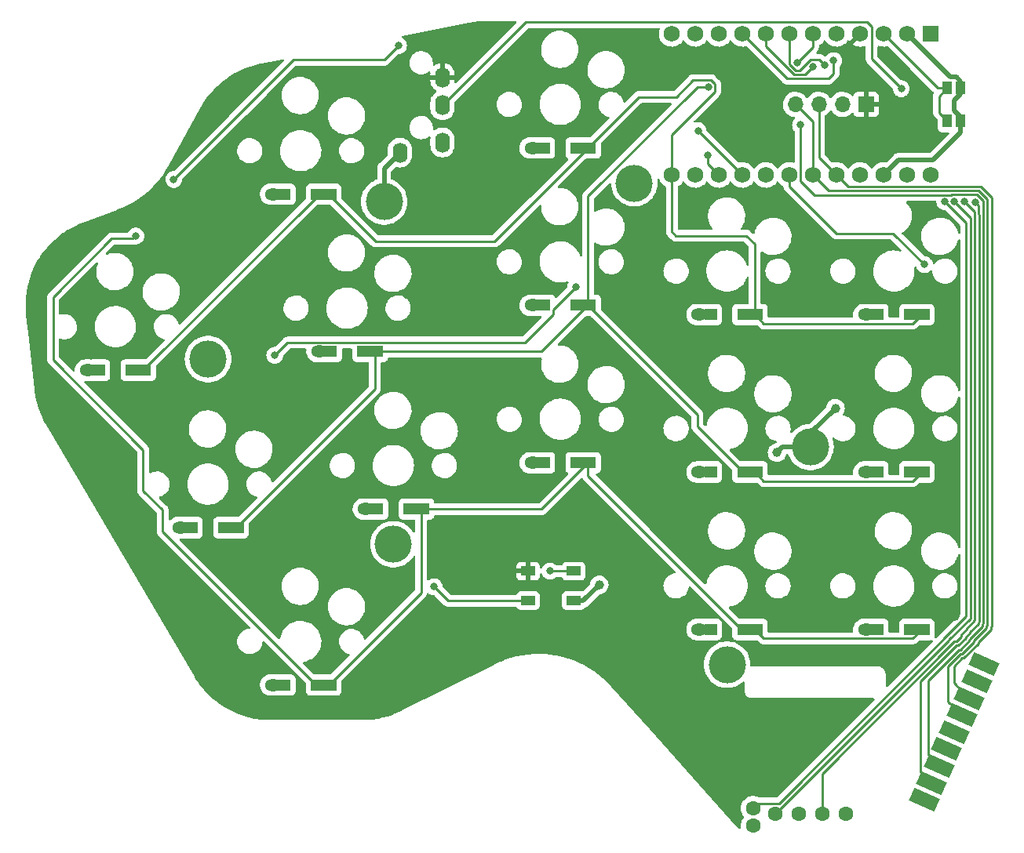
<source format=gbr>
%TF.GenerationSoftware,KiCad,Pcbnew,(6.0.6)*%
%TF.CreationDate,2022-07-28T22:41:14-07:00*%
%TF.ProjectId,left_main_routed,6c656674-5f6d-4616-996e-5f726f757465,v1.0.0*%
%TF.SameCoordinates,Original*%
%TF.FileFunction,Copper,L1,Top*%
%TF.FilePolarity,Positive*%
%FSLAX46Y46*%
G04 Gerber Fmt 4.6, Leading zero omitted, Abs format (unit mm)*
G04 Created by KiCad (PCBNEW (6.0.6)) date 2022-07-28 22:41:14*
%MOMM*%
%LPD*%
G01*
G04 APERTURE LIST*
G04 Aperture macros list*
%AMRotRect*
0 Rectangle, with rotation*
0 The origin of the aperture is its center*
0 $1 length*
0 $2 width*
0 $3 Rotation angle, in degrees counterclockwise*
0 Add horizontal line*
21,1,$1,$2,0,0,$3*%
G04 Aperture macros list end*
%TA.AperFunction,ComponentPad*%
%ADD10R,1.700000X1.700000*%
%TD*%
%TA.AperFunction,ComponentPad*%
%ADD11O,1.700000X1.700000*%
%TD*%
%TA.AperFunction,SMDPad,CuDef*%
%ADD12R,1.400000X1.300000*%
%TD*%
%TA.AperFunction,ComponentPad*%
%ADD13R,1.778000X1.300000*%
%TD*%
%TA.AperFunction,ComponentPad*%
%ADD14O,1.778000X1.300000*%
%TD*%
%TA.AperFunction,ComponentPad*%
%ADD15O,1.600000X2.200000*%
%TD*%
%TA.AperFunction,ComponentPad*%
%ADD16R,1.752600X1.752600*%
%TD*%
%TA.AperFunction,ComponentPad*%
%ADD17C,1.752600*%
%TD*%
%TA.AperFunction,ComponentPad*%
%ADD18C,0.500000*%
%TD*%
%TA.AperFunction,ComponentPad*%
%ADD19C,4.000000*%
%TD*%
%TA.AperFunction,ComponentPad*%
%ADD20C,1.600000*%
%TD*%
%TA.AperFunction,ComponentPad*%
%ADD21C,0.600000*%
%TD*%
%TA.AperFunction,SMDPad,CuDef*%
%ADD22RotRect,3.000000X1.500000X156.037511*%
%TD*%
%TA.AperFunction,SMDPad,CuDef*%
%ADD23R,1.050000X1.400000*%
%TD*%
%TA.AperFunction,SMDPad,CuDef*%
%ADD24R,1.500000X1.000000*%
%TD*%
%TA.AperFunction,ViaPad*%
%ADD25C,0.800000*%
%TD*%
%TA.AperFunction,ViaPad*%
%ADD26C,1.000000*%
%TD*%
%TA.AperFunction,Conductor*%
%ADD27C,0.250000*%
%TD*%
%TA.AperFunction,Conductor*%
%ADD28C,0.500000*%
%TD*%
G04 APERTURE END LIST*
D10*
%TO.P,J4,1*%
%TO.N,VCC*%
X-16000000Y52000000D03*
D11*
%TO.P,J4,2*%
%TO.N,GND*%
X-18540000Y52000000D03*
%TO.P,J4,3*%
%TO.N,SDA*%
X-21080000Y52000000D03*
%TO.P,J4,4*%
%TO.N,SCL*%
X-23620000Y52000000D03*
%TD*%
D12*
%TO.P,D28,1*%
%TO.N,R2*%
X-70225000Y25300000D03*
D13*
X-69000000Y25300000D03*
D12*
%TO.P,D28,2*%
%TO.N,mirror_ring_home*%
X-73775000Y25300000D03*
D14*
X-75000000Y25300000D03*
%TD*%
D15*
%TO.P,J2,1*%
%TO.N,GND*%
X-66300000Y46800000D03*
%TO.P,J2,2*%
X-61700000Y47900000D03*
%TO.P,J2,3*%
%TO.N,SERIAL*%
X-61700000Y51900000D03*
%TO.P,J2,4*%
%TO.N,VCC*%
X-61700000Y54900000D03*
%TD*%
D12*
%TO.P,D19,1*%
%TO.N,R2*%
X-11225000Y12300000D03*
D13*
X-10000000Y12300000D03*
D14*
%TO.P,D19,2*%
%TO.N,mirror_far_home*%
X-16000000Y12300000D03*
D12*
X-14775000Y12300000D03*
%TD*%
D13*
%TO.P,D32,1*%
%TO.N,R1*%
X-94000000Y23300000D03*
D12*
X-95225000Y23300000D03*
%TO.P,D32,2*%
%TO.N,mirror_pinkie_top*%
X-98775000Y23300000D03*
D14*
X-100000000Y23300000D03*
%TD*%
D12*
%TO.P,D20,1*%
%TO.N,R1*%
X-11225000Y29300000D03*
D13*
X-10000000Y29300000D03*
D14*
%TO.P,D20,2*%
%TO.N,mirror_far_top*%
X-16000000Y29300000D03*
D12*
X-14775000Y29300000D03*
%TD*%
D16*
%TO.P,U2,1*%
%TO.N,N/C*%
X-9030000Y59620000D03*
D17*
%TO.P,U2,2*%
%TO.N,GND*%
X-11570000Y59620000D03*
%TO.P,U2,3*%
%TO.N,RST*%
X-14110000Y59620000D03*
%TO.P,U2,4*%
%TO.N,VCC*%
X-16650000Y59620000D03*
%TO.P,U2,5*%
%TO.N,N/C*%
X-19190000Y59620000D03*
%TO.P,U2,6*%
%TO.N,scroll_switch*%
X-21730000Y59620000D03*
%TO.P,U2,7*%
%TO.N,scroll_r2*%
X-24270000Y59620000D03*
%TO.P,U2,8*%
%TO.N,scroll_r1*%
X-26810000Y59620000D03*
%TO.P,U2,9*%
%TO.N,R5*%
X-29350000Y59620000D03*
%TO.P,U2,10*%
%TO.N,R4*%
X-31890000Y59620000D03*
%TO.P,U2,11*%
%TO.N,R3*%
X-34430000Y59620000D03*
%TO.P,U2,12*%
%TO.N,R2*%
X-36970000Y59620000D03*
%TO.P,U2,13*%
%TO.N,RGB*%
X-9030000Y44380000D03*
%TO.P,U2,14*%
%TO.N,SERIAL*%
X-11570000Y44380000D03*
%TO.P,U2,15*%
%TO.N,GND*%
X-14110000Y44380000D03*
%TO.P,U2,16*%
X-16650000Y44380000D03*
%TO.P,U2,17*%
%TO.N,SDA*%
X-19190000Y44380000D03*
%TO.P,U2,18*%
%TO.N,SCL*%
X-21730000Y44380000D03*
%TO.P,U2,19*%
%TO.N,C1*%
X-24270000Y44380000D03*
%TO.P,U2,20*%
%TO.N,C2*%
X-26810000Y44380000D03*
%TO.P,U2,21*%
%TO.N,C3*%
X-29350000Y44380000D03*
%TO.P,U2,22*%
%TO.N,C4*%
X-31890000Y44380000D03*
%TO.P,U2,23*%
%TO.N,C5*%
X-34430000Y44380000D03*
%TO.P,U2,24*%
%TO.N,R1*%
X-36970000Y44380000D03*
%TD*%
D18*
%TO.P,H8,1*%
%TO.N,GND*%
X-87000000Y23000000D03*
X-85940000Y25560000D03*
X-85940000Y23440000D03*
X-88060000Y25560000D03*
X-87000000Y26000000D03*
X-88500000Y24500000D03*
X-88060000Y23440000D03*
X-85500000Y24500000D03*
D19*
X-87000000Y24500000D03*
%TD*%
D12*
%TO.P,D18,1*%
%TO.N,R3*%
X-11225000Y-4700000D03*
D13*
X-10000000Y-4700000D03*
D12*
%TO.P,D18,2*%
%TO.N,mirror_far_bottom*%
X-14775000Y-4700000D03*
D14*
X-16000000Y-4700000D03*
%TD*%
D12*
%TO.P,D30,1*%
%TO.N,R3*%
X-75225000Y-10700000D03*
D13*
X-74000000Y-10700000D03*
D14*
%TO.P,D30,2*%
%TO.N,mirror_pinkie_bottom*%
X-80000000Y-10700000D03*
D12*
X-78775000Y-10700000D03*
%TD*%
%TO.P,D24,1*%
%TO.N,R3*%
X-47225000Y13300000D03*
D13*
X-46000000Y13300000D03*
D14*
%TO.P,D24,2*%
%TO.N,mirror_middle_bottom*%
X-52000000Y13300000D03*
D12*
X-50775000Y13300000D03*
%TD*%
D20*
%TO.P,S2,A*%
%TO.N,scroll_r1*%
X-25810000Y-24625000D03*
%TO.P,S2,B*%
%TO.N,GND*%
X-23270000Y-24625000D03*
%TO.P,S2,C*%
%TO.N,scroll_r2*%
X-20730000Y-24625000D03*
%TO.P,S2,D*%
%TO.N,N/C*%
X-18190000Y-24625000D03*
%TO.P,S2,S1*%
%TO.N,GND*%
X-28200000Y-25850000D03*
%TO.P,S2,S2*%
%TO.N,scroll_switch*%
X-28200000Y-24000000D03*
%TD*%
D18*
%TO.P,H4,1*%
%TO.N,GND*%
X-42060000Y44560000D03*
X-41000000Y42000000D03*
X-42500000Y43500000D03*
X-39940000Y44560000D03*
X-39940000Y42440000D03*
D19*
X-41000000Y43500000D03*
D18*
X-39500000Y43500000D03*
X-41000000Y45000000D03*
X-42060000Y42440000D03*
%TD*%
%TO.P,H12,1*%
%TO.N,GND*%
X-29940000Y-7440000D03*
X-31000000Y-10000000D03*
X-29500000Y-8500000D03*
X-32060000Y-9560000D03*
D19*
X-31000000Y-8500000D03*
D18*
X-31000000Y-7000000D03*
X-32060000Y-7440000D03*
X-32500000Y-8500000D03*
X-29940000Y-9560000D03*
%TD*%
D13*
%TO.P,D26,1*%
%TO.N,R1*%
X-46000000Y47300000D03*
D12*
X-47225000Y47300000D03*
%TO.P,D26,2*%
%TO.N,mirror_middle_top*%
X-50775000Y47300000D03*
D14*
X-52000000Y47300000D03*
%TD*%
D12*
%TO.P,D22,1*%
%TO.N,R2*%
X-29225000Y12300000D03*
D13*
X-28000000Y12300000D03*
D12*
%TO.P,D22,2*%
%TO.N,mirror_index_home*%
X-32775000Y12300000D03*
D14*
X-34000000Y12300000D03*
%TD*%
D12*
%TO.P,D21,1*%
%TO.N,R3*%
X-29225000Y-4700000D03*
D13*
X-28000000Y-4700000D03*
D14*
%TO.P,D21,2*%
%TO.N,mirror_index_bottom*%
X-34000000Y-4700000D03*
D12*
X-32775000Y-4700000D03*
%TD*%
%TO.P,D27,1*%
%TO.N,R3*%
X-65225000Y8300000D03*
D13*
X-64000000Y8300000D03*
D14*
%TO.P,D27,2*%
%TO.N,mirror_ring_bottom*%
X-70000000Y8300000D03*
D12*
X-68775000Y8300000D03*
%TD*%
D21*
%TO.P,J9,1*%
%TO.N,VCC*%
X-3238490Y-8479925D03*
D22*
X-3238490Y-8479925D03*
%TO.P,J9,2*%
%TO.N,GND*%
X-4050767Y-10307548D03*
D21*
X-4050767Y-10307548D03*
D22*
%TO.P,J9,3*%
%TO.N,SDA*%
X-4863044Y-12135171D03*
D21*
X-4863044Y-12135171D03*
%TO.P,J9,4*%
%TO.N,SCL*%
X-5675321Y-13962794D03*
D22*
X-5675321Y-13962794D03*
D21*
%TO.P,J9,5*%
%TO.N,C1*%
X-6487598Y-15790417D03*
D22*
X-6487598Y-15790417D03*
%TO.P,J9,6*%
%TO.N,C2*%
X-7299875Y-17618040D03*
D21*
X-7299875Y-17618040D03*
%TO.P,J9,7*%
%TO.N,R4*%
X-8112152Y-19445663D03*
D22*
X-8112152Y-19445663D03*
D21*
%TO.P,J9,8*%
%TO.N,R5*%
X-8924429Y-21273286D03*
D22*
X-8924429Y-21273286D03*
%TO.P,J9,9*%
%TO.N,N/C*%
X-9736706Y-23100909D03*
D21*
X-9736706Y-23100909D03*
%TD*%
D23*
%TO.P,RST2,1*%
%TO.N,RST*%
X-7220000Y53800000D03*
X-7220000Y50200000D03*
%TO.P,RST2,2*%
%TO.N,GND*%
X-5780000Y53800000D03*
X-5780000Y50200000D03*
%TD*%
D18*
%TO.P,H10,1*%
%TO.N,GND*%
X-68060000Y5560000D03*
D19*
X-67000000Y4500000D03*
D18*
X-67000000Y6000000D03*
X-65500000Y4500000D03*
X-68060000Y3440000D03*
X-68500000Y4500000D03*
X-65940000Y3440000D03*
X-67000000Y3000000D03*
X-65940000Y5560000D03*
%TD*%
D13*
%TO.P,D23,1*%
%TO.N,R1*%
X-28000000Y29300000D03*
D12*
X-29225000Y29300000D03*
D14*
%TO.P,D23,2*%
%TO.N,mirror_index_top*%
X-34000000Y29300000D03*
D12*
X-32775000Y29300000D03*
%TD*%
D24*
%TO.P,DS11,1*%
%TO.N,VCC*%
X-52450000Y1600000D03*
%TO.P,DS11,2*%
%TO.N,rgb_palm_out*%
X-52450000Y-1600000D03*
%TO.P,DS11,3*%
%TO.N,GND*%
X-47550000Y-1600000D03*
%TO.P,DS11,4*%
%TO.N,rgb_ug3_out*%
X-47550000Y1600000D03*
%TD*%
D12*
%TO.P,D31,1*%
%TO.N,R2*%
X-85225000Y6300000D03*
D13*
X-84000000Y6300000D03*
D12*
%TO.P,D31,2*%
%TO.N,mirror_pinkie_home*%
X-88775000Y6300000D03*
D14*
X-90000000Y6300000D03*
%TD*%
D12*
%TO.P,D25,1*%
%TO.N,R2*%
X-47225000Y30300000D03*
D13*
X-46000000Y30300000D03*
D14*
%TO.P,D25,2*%
%TO.N,mirror_middle_home*%
X-52000000Y30300000D03*
D12*
X-50775000Y30300000D03*
%TD*%
D18*
%TO.P,H2,1*%
%TO.N,GND*%
X-20940000Y16060000D03*
X-22000000Y13500000D03*
X-23060000Y13940000D03*
X-23060000Y16060000D03*
X-20500000Y15000000D03*
X-22000000Y16500000D03*
X-23500000Y15000000D03*
D19*
X-22000000Y15000000D03*
D18*
X-20940000Y13940000D03*
%TD*%
D13*
%TO.P,D29,1*%
%TO.N,R1*%
X-74000000Y42300000D03*
D12*
X-75225000Y42300000D03*
%TO.P,D29,2*%
%TO.N,mirror_ring_top*%
X-78775000Y42300000D03*
D14*
X-80000000Y42300000D03*
%TD*%
D18*
%TO.P,H6,1*%
%TO.N,GND*%
X-68000000Y43000000D03*
X-68000000Y40000000D03*
D19*
X-68000000Y41500000D03*
D18*
X-66940000Y40440000D03*
X-69060000Y42560000D03*
X-66500000Y41500000D03*
X-69060000Y40440000D03*
X-66940000Y42560000D03*
X-69500000Y41500000D03*
%TD*%
D25*
%TO.N,C1*%
X-9700000Y34700000D03*
%TO.N,R3*%
X-66450000Y58350000D03*
X-94800000Y37800000D03*
X-90700000Y43900000D03*
%TO.N,R2*%
X-33000000Y53900000D03*
%TO.N,C3*%
X-34135000Y49165000D03*
%TO.N,C4*%
X-33100000Y46500000D03*
%TO.N,C5*%
X-79800000Y24900000D03*
X-47300000Y32300000D03*
%TO.N,R4*%
X-23068700Y49786999D03*
%TO.N,R5*%
X-4200000Y41400000D03*
X-19500000Y56723502D03*
D26*
%TO.N,GND*%
X-44800000Y100000D03*
X-25600000Y14400000D03*
X-19300000Y19200000D03*
%TO.N,VCC*%
X-57800000Y47400000D03*
X-50100000Y-1800000D03*
X-20300000Y29500000D03*
X-6383010Y-3316990D03*
X-76400000Y8800000D03*
X-89100000Y36800000D03*
X-21816990Y-3916990D03*
D25*
%TO.N,SERIAL*%
X-12200000Y53700000D03*
%TO.N,scroll_r1*%
X-21714358Y56085642D03*
X-6475103Y41500298D03*
%TO.N,scroll_r2*%
X-20502792Y56274001D03*
X-5400000Y41500000D03*
%TO.N,scroll_switch*%
X-7500000Y41500000D03*
X-23400000Y56500000D03*
%TO.N,rgb_ug3_out*%
X-50100000Y1600000D03*
%TO.N,rgb_palm_out*%
X-62600000Y-100000D03*
%TD*%
D27*
%TO.N,C1*%
X-13074999Y38074999D02*
X-9700000Y34700000D01*
X-24270000Y44380000D02*
X-24270000Y43140725D01*
X-19204274Y38074999D02*
X-13074999Y38074999D01*
X-24270000Y43140725D02*
X-19204274Y38074999D01*
%TO.N,R3*%
X-94000000Y14700000D02*
X-103725901Y24425901D01*
X-51000000Y8300000D02*
X-46000000Y13300000D01*
X-74000000Y-10700000D02*
X-64000000Y-700000D01*
X-27025000Y-5675000D02*
X-10975000Y-5675000D01*
X-68000000Y56800000D02*
X-77800000Y56800000D01*
X-46000000Y13300000D02*
X-46000000Y11900000D01*
X-46000000Y11900000D02*
X-29400000Y-4700000D01*
X-94000000Y10300000D02*
X-94000000Y14700000D01*
X-64000000Y8300000D02*
X-51000000Y8300000D01*
X-77800000Y56800000D02*
X-90700000Y43900000D01*
X-103725901Y31174099D02*
X-97400000Y37500000D01*
X-74000000Y-10700000D02*
X-75300000Y-10700000D01*
X-95100000Y37500000D02*
X-94800000Y37800000D01*
X-75300000Y-10700000D02*
X-91900000Y5900000D01*
X-29400000Y-4700000D02*
X-28000000Y-4700000D01*
X-28000000Y-4700000D02*
X-27025000Y-5675000D01*
X-91900000Y5900000D02*
X-91900000Y8200000D01*
X-64000000Y-700000D02*
X-64000000Y8300000D01*
X-97400000Y37500000D02*
X-95100000Y37500000D01*
X-91900000Y8200000D02*
X-94000000Y10300000D01*
X-10975000Y-5675000D02*
X-10000000Y-4700000D01*
X-66450000Y58350000D02*
X-68000000Y56800000D01*
X-103725901Y24425901D02*
X-103725901Y31174099D01*
%TO.N,R2*%
X-29300000Y12300000D02*
X-28000000Y12300000D01*
X-46000000Y30300000D02*
X-46000000Y42075402D01*
X-34200000Y18500000D02*
X-34200000Y17200000D01*
X-10975000Y11325000D02*
X-10000000Y12300000D01*
X-51000000Y25300000D02*
X-46000000Y30300000D01*
X-69000000Y21300000D02*
X-69000000Y25300000D01*
X-34175402Y53900000D02*
X-33000000Y53900000D01*
X-27025000Y11325000D02*
X-10975000Y11325000D01*
X-84000000Y6300000D02*
X-69000000Y21300000D01*
X-69000000Y25300000D02*
X-51000000Y25300000D01*
X-28000000Y12300000D02*
X-27025000Y11325000D01*
X-34200000Y17200000D02*
X-29300000Y12300000D01*
X-46000000Y42075402D02*
X-34175402Y53900000D01*
X-46000000Y30300000D02*
X-34200000Y18500000D01*
%TO.N,R1*%
X-36519501Y37820499D02*
X-28910499Y37820499D01*
X-36500000Y52800000D02*
X-34675500Y54624500D01*
X-10975000Y28325000D02*
X-10000000Y29300000D01*
X-94000000Y23300000D02*
X-75000000Y42300000D01*
X-75000000Y42300000D02*
X-74000000Y42300000D01*
X-36970000Y48705402D02*
X-36970000Y44380000D01*
X-34675500Y54624500D02*
X-32699902Y54624500D01*
X-28000000Y29300000D02*
X-27025000Y28325000D01*
X-68900000Y37200000D02*
X-56100000Y37200000D01*
X-27025000Y28325000D02*
X-10975000Y28325000D01*
X-74000000Y42300000D02*
X-68900000Y37200000D01*
X-46000000Y47300000D02*
X-40500000Y52800000D01*
X-28000000Y36910000D02*
X-28000000Y29300000D01*
X-28910499Y37820499D02*
X-28000000Y36910000D01*
X-32699902Y54624500D02*
X-32275500Y54200098D01*
X-36970000Y44380000D02*
X-36970000Y38270998D01*
X-32275500Y54200098D02*
X-32275500Y53399902D01*
X-56100000Y37200000D02*
X-46000000Y47300000D01*
X-32275500Y53399902D02*
X-36970000Y48705402D01*
X-36970000Y38270998D02*
X-36519501Y37820499D01*
X-40500000Y52800000D02*
X-36500000Y52800000D01*
%TO.N,C3*%
X-34135000Y49165000D02*
X-29350000Y44380000D01*
%TO.N,C4*%
X-33100000Y46500000D02*
X-33100000Y45590000D01*
X-33100000Y45590000D02*
X-31890000Y44380000D01*
%TO.N,C5*%
X-49750000Y29325000D02*
X-52800000Y26275000D01*
X-52800000Y26275000D02*
X-78425000Y26275000D01*
X-49750000Y29850000D02*
X-49750000Y29325000D01*
X-78425000Y26275000D02*
X-79800000Y24900000D01*
X-47300000Y32300000D02*
X-49750000Y29850000D01*
%TO.N,R4*%
X-5855244Y-6898004D02*
X-4801996Y-5844756D01*
X-3351497Y-4058567D02*
X-3351497Y41576095D01*
X-6800098Y42224500D02*
X-21561900Y42224500D01*
X-6787799Y42236799D02*
X-6800098Y42224500D01*
X-21561900Y42224500D02*
X-23068700Y43731300D01*
X-23068700Y43731300D02*
X-23068700Y49786999D01*
X-4012201Y42236799D02*
X-6787799Y42236799D01*
X-4801996Y-5844756D02*
X-4801996Y-5709066D01*
X-4801996Y-5709066D02*
X-3450499Y-4357569D01*
X-3450499Y-4157569D02*
X-3351497Y-4058567D01*
X-3351497Y41576095D02*
X-4012201Y42236799D01*
X-9300196Y-10207266D02*
X-5990934Y-6898004D01*
X-8112152Y-19445663D02*
X-9300196Y-18257619D01*
X-3450499Y-4357569D02*
X-3450499Y-4157569D01*
X-9300196Y-18257619D02*
X-9300196Y-10207266D01*
X-5990934Y-6898004D02*
X-5855244Y-6898004D01*
%TO.N,R5*%
X-3900000Y41100000D02*
X-4200000Y41400000D01*
X-4800998Y-5072378D02*
X-4800998Y-5000998D01*
X-5251497Y-5522877D02*
X-4800998Y-5072378D01*
X-4800998Y-5000998D02*
X-3900000Y-4100000D01*
X-24506498Y54776498D02*
X-20072929Y54776498D01*
X-3850499Y40121879D02*
X-3850499Y40586189D01*
X-20072929Y54776498D02*
X-19500000Y55349427D01*
X-3850499Y40586189D02*
X-3900000Y40635690D01*
X-6248503Y-6448503D02*
X-6041433Y-6448503D01*
X-3800998Y40072378D02*
X-3850499Y40121879D01*
X-8924429Y-21273286D02*
X-10112473Y-20085242D01*
X-3900000Y-3971380D02*
X-3800998Y-3872378D01*
X-3900000Y40635690D02*
X-3900000Y41100000D01*
X-19500000Y55349427D02*
X-19500000Y56723502D01*
X-10112473Y-10312473D02*
X-6248503Y-6448503D01*
X-6041433Y-6448503D02*
X-5251497Y-5658567D01*
X-3900000Y-4100000D02*
X-3900000Y-3971380D01*
X-29350000Y59620000D02*
X-24506498Y54776498D01*
X-5251497Y-5658567D02*
X-5251497Y-5522877D01*
X-10112473Y-20085242D02*
X-10112473Y-10312473D01*
X-3800998Y-3872378D02*
X-3800998Y40072378D01*
D28*
%TO.N,GND*%
X-6500000Y52400000D02*
X-6500000Y51350000D01*
X-46500000Y-1600000D02*
X-44800000Y100000D01*
X-22000000Y15000000D02*
X-22000000Y16500000D01*
X-8780000Y46000000D02*
X-12490000Y46000000D01*
X-6500000Y51350000D02*
X-5780000Y50630000D01*
X-5780000Y50200000D02*
X-5780000Y49000000D01*
X-12490000Y46000000D02*
X-14110000Y44380000D01*
X-47550000Y-1600000D02*
X-46500000Y-1600000D01*
X-68000000Y41500000D02*
X-68000000Y45100000D01*
X-11570000Y59620000D02*
X-6900000Y54950000D01*
X-25000000Y15000000D02*
X-25600000Y14400000D01*
X-5780000Y49000000D02*
X-8780000Y46000000D01*
X-22000000Y15000000D02*
X-25000000Y15000000D01*
X-5780000Y54485000D02*
X-5780000Y53800000D01*
X-5780000Y53120000D02*
X-6500000Y52400000D01*
X-68000000Y45100000D02*
X-66300000Y46800000D01*
X-22000000Y16500000D02*
X-19300000Y19200000D01*
X-6245000Y54950000D02*
X-5780000Y54485000D01*
X-5780000Y53800000D02*
X-5780000Y53120000D01*
X-6900000Y54950000D02*
X-6245000Y54950000D01*
D27*
%TO.N,RST*%
X-7220000Y53800000D02*
X-8125001Y52894999D01*
X-8290000Y53800000D02*
X-7220000Y53800000D01*
X-8125001Y51105001D02*
X-7220000Y50200000D01*
X-14110000Y59620000D02*
X-8290000Y53800000D01*
X-8125001Y52894999D02*
X-8125001Y51105001D01*
%TO.N,SERIAL*%
X-15900000Y60900000D02*
X-15400000Y60400000D01*
X-15400000Y60400000D02*
X-15400000Y56900000D01*
X-15400000Y56900000D02*
X-12200000Y53700000D01*
X-52700000Y60900000D02*
X-15900000Y60900000D01*
X-61700000Y51900000D02*
X-52700000Y60900000D01*
%TO.N,SDA*%
X-17959501Y43149501D02*
X-3653523Y43149501D01*
X-2491354Y-4469804D02*
X-2551497Y-4529947D01*
X-21080000Y52000000D02*
X-21080000Y46270000D01*
X-2551497Y-4729947D02*
X-3902994Y-6081444D01*
X-3902994Y-6217134D02*
X-5482866Y-7797006D01*
X-2452495Y41948473D02*
X-2452495Y-4310310D01*
X-6504520Y-10493695D02*
X-4863044Y-12135171D01*
X-5618556Y-7797006D02*
X-6504520Y-8682970D01*
X-21080000Y46270000D02*
X-19190000Y44380000D01*
X-19190000Y44380000D02*
X-17959501Y43149501D01*
X-3902994Y-6081444D02*
X-3902994Y-6217134D01*
X-5482866Y-7797006D02*
X-5618556Y-7797006D01*
X-2452495Y-4310310D02*
X-2491354Y-4469804D01*
X-6504520Y-8682970D02*
X-6504520Y-10493695D01*
X-3653523Y43149501D02*
X-2452495Y41948473D01*
X-2551497Y-4529947D02*
X-2551497Y-4729947D01*
%TO.N,SCL*%
X-23620000Y52000000D02*
X-21730000Y50110000D01*
X-5669055Y-7347505D02*
X-5804745Y-7347505D01*
X-7175500Y-12462615D02*
X-5675321Y-13962794D01*
X-5804745Y-7347505D02*
X-7175500Y-8718260D01*
X-21730000Y50110000D02*
X-21730000Y44380000D01*
X-3000998Y-4343758D02*
X-3000998Y-4543758D01*
X-3826012Y42686300D02*
X-2901996Y41762284D01*
X-4352495Y-6030945D02*
X-5669055Y-7347505D01*
X-20036300Y42686300D02*
X-3826012Y42686300D01*
X-4352495Y-5895255D02*
X-4352495Y-6030945D01*
X-7175500Y-8718260D02*
X-7175500Y-12462615D01*
X-21730000Y44380000D02*
X-20036300Y42686300D01*
X-2901996Y-4244756D02*
X-3000998Y-4343758D01*
X-3000998Y-4543758D02*
X-4352495Y-5895255D01*
X-2901996Y41762284D02*
X-2901996Y-4244756D01*
%TO.N,scroll_r1*%
X-25810000Y-24625000D02*
X-7050499Y-5865499D01*
X-23786287Y55225999D02*
X-22574001Y55225999D01*
X-26810000Y58249712D02*
X-23786287Y55225999D01*
X-7050499Y-5850499D02*
X-4700000Y-3500000D01*
X-22574001Y55225999D02*
X-21714358Y56085642D01*
X-4700000Y39725195D02*
X-6475103Y41500298D01*
X-26810000Y59620000D02*
X-26810000Y58249712D01*
X-4700000Y-3500000D02*
X-4700000Y39725195D01*
X-7050499Y-5865499D02*
X-7050499Y-5850499D01*
%TO.N,scroll_r2*%
X-6227622Y-5999002D02*
X-5700998Y-5472378D01*
X-24270000Y59620000D02*
X-24270000Y56345402D01*
X-23600098Y55675500D02*
X-23149098Y55675500D01*
X-21053291Y56824500D02*
X-20502792Y56274001D01*
X-5700998Y-5472378D02*
X-5700998Y-5236688D01*
X-20730000Y-20265690D02*
X-6463312Y-5999002D01*
X-6463312Y-5999002D02*
X-6227622Y-5999002D01*
X-5250499Y-4786189D02*
X-5250499Y-4686189D01*
X-5250499Y-4686189D02*
X-4250499Y-3686189D01*
X-4250499Y39886189D02*
X-4300000Y39935690D01*
X-4300000Y39935690D02*
X-4300000Y40400000D01*
X-4250499Y-3686189D02*
X-4250499Y39886189D01*
X-23149098Y55675500D02*
X-22000098Y56824500D01*
X-24270000Y56345402D02*
X-23600098Y55675500D01*
X-22000098Y56824500D02*
X-21053291Y56824500D01*
X-20730000Y-24625000D02*
X-20730000Y-20265690D01*
X-5700998Y-5236688D02*
X-5250499Y-4786189D01*
X-4300000Y40400000D02*
X-5400000Y41500000D01*
%TO.N,scroll_switch*%
X-21730000Y58170000D02*
X-23400000Y56500000D01*
X-5200000Y39200000D02*
X-7500000Y41500000D01*
X-27700000Y-23500000D02*
X-25400000Y-23500000D01*
X-28200000Y-24000000D02*
X-27700000Y-23500000D01*
X-25400000Y-23500000D02*
X-5200000Y-3300000D01*
X-5200000Y-3300000D02*
X-5200000Y39200000D01*
X-21730000Y59620000D02*
X-21730000Y58170000D01*
%TO.N,rgb_ug3_out*%
X-50100000Y1600000D02*
X-47550000Y1600000D01*
%TO.N,rgb_palm_out*%
X-61100000Y-1600000D02*
X-62600000Y-100000D01*
X-52450000Y-1600000D02*
X-61100000Y-1600000D01*
%TD*%
%TA.AperFunction,Conductor*%
%TO.N,VCC*%
G36*
X-53740473Y60971498D02*
G01*
X-53693980Y60917842D01*
X-53683876Y60847568D01*
X-53713370Y60782988D01*
X-53719499Y60776405D01*
X-60189303Y54306602D01*
X-60251613Y54272577D01*
X-60322428Y54277642D01*
X-60379264Y54320189D01*
X-60404075Y54386709D01*
X-60403917Y54406679D01*
X-60392238Y54540170D01*
X-60392000Y54545635D01*
X-60392000Y54627885D01*
X-60396475Y54643124D01*
X-60397865Y54644329D01*
X-60405548Y54646000D01*
X-62989885Y54646000D01*
X-63005124Y54641525D01*
X-63006329Y54640135D01*
X-63008000Y54632452D01*
X-63008000Y54545635D01*
X-63007762Y54540170D01*
X-62993528Y54377481D01*
X-62991625Y54366688D01*
X-62935236Y54156239D01*
X-62931490Y54145947D01*
X-62839414Y53948489D01*
X-62833931Y53938993D01*
X-62708972Y53760533D01*
X-62701916Y53752125D01*
X-62547875Y53598084D01*
X-62539467Y53591028D01*
X-62414490Y53503518D01*
X-62370162Y53448061D01*
X-62362853Y53377441D01*
X-62394884Y53314081D01*
X-62414489Y53297093D01*
X-62424303Y53290221D01*
X-62539789Y53209357D01*
X-62539792Y53209355D01*
X-62544300Y53206198D01*
X-62706198Y53044300D01*
X-62709355Y53039792D01*
X-62709357Y53039789D01*
X-62752847Y52977678D01*
X-62837523Y52856749D01*
X-62839846Y52851767D01*
X-62839849Y52851762D01*
X-62923057Y52673320D01*
X-62934284Y52649243D01*
X-62935706Y52643935D01*
X-62935707Y52643933D01*
X-62986365Y52454877D01*
X-62993543Y52428087D01*
X-63000430Y52349363D01*
X-63008260Y52259865D01*
X-63008500Y52257127D01*
X-63008500Y51542873D01*
X-62993543Y51371913D01*
X-62992119Y51366600D01*
X-62992119Y51366598D01*
X-62939951Y51171908D01*
X-62934284Y51150757D01*
X-62931961Y51145776D01*
X-62931961Y51145775D01*
X-62839849Y50948238D01*
X-62839846Y50948233D01*
X-62837523Y50943251D01*
X-62788327Y50872992D01*
X-62710263Y50761506D01*
X-62706198Y50755700D01*
X-62544300Y50593802D01*
X-62539792Y50590645D01*
X-62539789Y50590643D01*
X-62466809Y50539542D01*
X-62356749Y50462477D01*
X-62351767Y50460154D01*
X-62351762Y50460151D01*
X-62154225Y50368039D01*
X-62149243Y50365716D01*
X-62143935Y50364294D01*
X-62143933Y50364293D01*
X-61933402Y50307881D01*
X-61933400Y50307881D01*
X-61928087Y50306457D01*
X-61700000Y50286502D01*
X-61471913Y50306457D01*
X-61466600Y50307881D01*
X-61466598Y50307881D01*
X-61256067Y50364293D01*
X-61256065Y50364294D01*
X-61250757Y50365716D01*
X-61245775Y50368039D01*
X-61048238Y50460151D01*
X-61048233Y50460154D01*
X-61043251Y50462477D01*
X-60933191Y50539542D01*
X-60860211Y50590643D01*
X-60860208Y50590645D01*
X-60855700Y50593802D01*
X-60693802Y50755700D01*
X-60689736Y50761506D01*
X-60611673Y50872992D01*
X-60562477Y50943251D01*
X-60560154Y50948233D01*
X-60560151Y50948238D01*
X-60468039Y51145775D01*
X-60468039Y51145776D01*
X-60465716Y51150757D01*
X-60460048Y51171908D01*
X-60407881Y51366598D01*
X-60407881Y51366600D01*
X-60406457Y51371913D01*
X-60391500Y51542873D01*
X-60391500Y52064268D01*
X-55862800Y52064268D01*
X-55862600Y52058938D01*
X-55862600Y52058937D01*
X-55858636Y51953341D01*
X-55854146Y51833732D01*
X-55806772Y51607950D01*
X-55804814Y51602991D01*
X-55804813Y51602989D01*
X-55782154Y51545613D01*
X-55722033Y51393378D01*
X-55602353Y51196151D01*
X-55598856Y51192121D01*
X-55460252Y51032394D01*
X-55451153Y51021908D01*
X-55442229Y51014591D01*
X-55276885Y50879016D01*
X-55276879Y50879012D01*
X-55272757Y50875632D01*
X-55072265Y50761506D01*
X-55067249Y50759685D01*
X-55067244Y50759683D01*
X-54860425Y50684611D01*
X-54860421Y50684610D01*
X-54855410Y50682791D01*
X-54850161Y50681842D01*
X-54850158Y50681841D01*
X-54632477Y50642478D01*
X-54632470Y50642477D01*
X-54628393Y50641740D01*
X-54610899Y50640915D01*
X-54605708Y50640670D01*
X-54605701Y50640670D01*
X-54604220Y50640600D01*
X-54442075Y50640600D01*
X-54364657Y50647169D01*
X-54275438Y50654739D01*
X-54275434Y50654740D01*
X-54270127Y50655190D01*
X-54264972Y50656528D01*
X-54264966Y50656529D01*
X-54051997Y50711805D01*
X-54051993Y50711806D01*
X-54046828Y50713147D01*
X-54041962Y50715339D01*
X-54041959Y50715340D01*
X-53841351Y50805707D01*
X-53836485Y50807899D01*
X-53832065Y50810875D01*
X-53832061Y50810877D01*
X-53730852Y50879016D01*
X-53645115Y50936738D01*
X-53478188Y51095978D01*
X-53419695Y51174596D01*
X-53343663Y51276786D01*
X-53343661Y51276789D01*
X-53340479Y51281066D01*
X-53285007Y51390171D01*
X-53238342Y51481954D01*
X-53238342Y51481955D01*
X-53235923Y51486712D01*
X-53199818Y51602989D01*
X-53169095Y51701930D01*
X-53169094Y51701936D01*
X-53167511Y51707033D01*
X-53137200Y51935732D01*
X-53137861Y51953341D01*
X-51227486Y51953341D01*
X-51227123Y51949193D01*
X-51227123Y51949189D01*
X-51205937Y51707033D01*
X-51201748Y51659151D01*
X-51200838Y51655079D01*
X-51200837Y51655074D01*
X-51138768Y51377393D01*
X-51137328Y51370950D01*
X-51035356Y51093801D01*
X-51033409Y51090108D01*
X-51033408Y51090106D01*
X-50965052Y50960458D01*
X-50897626Y50832573D01*
X-50870410Y50794276D01*
X-50728981Y50595265D01*
X-50728976Y50595259D01*
X-50726557Y50591855D01*
X-50723713Y50588805D01*
X-50723708Y50588799D01*
X-50603722Y50460130D01*
X-50525154Y50375876D01*
X-50296955Y50188432D01*
X-50045971Y50032815D01*
X-49776610Y49911759D01*
X-49493605Y49827392D01*
X-49489485Y49826739D01*
X-49489483Y49826739D01*
X-49205408Y49781745D01*
X-49205402Y49781744D01*
X-49201927Y49781194D01*
X-49177368Y49780079D01*
X-49110983Y49777064D01*
X-49110962Y49777064D01*
X-49109563Y49777000D01*
X-48925099Y49777000D01*
X-48705336Y49791597D01*
X-48701237Y49792423D01*
X-48701233Y49792424D01*
X-48527810Y49827392D01*
X-48415849Y49849967D01*
X-48136625Y49946112D01*
X-47966889Y50031109D01*
X-47876305Y50076470D01*
X-47876303Y50076471D01*
X-47872569Y50078341D01*
X-47628322Y50244332D01*
X-47408173Y50441168D01*
X-47392199Y50459805D01*
X-47218711Y50662216D01*
X-47218708Y50662220D01*
X-47215991Y50665390D01*
X-47213717Y50668892D01*
X-47213713Y50668897D01*
X-47057430Y50909551D01*
X-47057427Y50909556D01*
X-47055151Y50913061D01*
X-47045320Y50933764D01*
X-46990459Y51049302D01*
X-46928481Y51179828D01*
X-46922225Y51199311D01*
X-46839485Y51457017D01*
X-46839485Y51457018D01*
X-46838205Y51461004D01*
X-46813663Y51597404D01*
X-46786649Y51747541D01*
X-46786648Y51747546D01*
X-46785910Y51751650D01*
X-46785680Y51756702D01*
X-46772703Y52042489D01*
X-46772703Y52042494D01*
X-46772514Y52046659D01*
X-46773178Y52054255D01*
X-46796755Y52323741D01*
X-46798252Y52340849D01*
X-46800155Y52349363D01*
X-46861760Y52624972D01*
X-46861762Y52624979D01*
X-46862672Y52629050D01*
X-46866772Y52640195D01*
X-46932992Y52820172D01*
X-46964644Y52906199D01*
X-46973441Y52922885D01*
X-47057403Y53082132D01*
X-47102374Y53167427D01*
X-47166918Y53258250D01*
X-47271019Y53404735D01*
X-47271024Y53404741D01*
X-47273443Y53408145D01*
X-47276287Y53411195D01*
X-47276292Y53411201D01*
X-47472000Y53621072D01*
X-47474846Y53624124D01*
X-47703045Y53811568D01*
X-47954029Y53967185D01*
X-47961369Y53970484D01*
X-48031053Y54001801D01*
X-48223390Y54088241D01*
X-48426103Y54148672D01*
X-48502396Y54171416D01*
X-48502398Y54171416D01*
X-48506395Y54172608D01*
X-48510515Y54173261D01*
X-48510517Y54173261D01*
X-48794592Y54218255D01*
X-48794598Y54218256D01*
X-48798073Y54218806D01*
X-48822632Y54219921D01*
X-48889017Y54222936D01*
X-48889038Y54222936D01*
X-48890437Y54223000D01*
X-49074901Y54223000D01*
X-49294664Y54208403D01*
X-49298763Y54207577D01*
X-49298767Y54207576D01*
X-49406144Y54185925D01*
X-49584151Y54150033D01*
X-49863375Y54053888D01*
X-49867103Y54052021D01*
X-50036517Y53967185D01*
X-50127431Y53921659D01*
X-50371678Y53755668D01*
X-50591827Y53558832D01*
X-50594544Y53555662D01*
X-50594545Y53555661D01*
X-50779281Y53340126D01*
X-50784009Y53334610D01*
X-50786283Y53331108D01*
X-50786287Y53331103D01*
X-50941736Y53091733D01*
X-50944849Y53086939D01*
X-50946643Y53083161D01*
X-50946644Y53083159D01*
X-50991821Y52988017D01*
X-51071519Y52820172D01*
X-51072798Y52816189D01*
X-51072799Y52816186D01*
X-51142088Y52600376D01*
X-51161795Y52538996D01*
X-51167339Y52508185D01*
X-51213073Y52254000D01*
X-51214090Y52248350D01*
X-51214279Y52244183D01*
X-51214280Y52244176D01*
X-51227275Y51957988D01*
X-51227486Y51953341D01*
X-53137861Y51953341D01*
X-53138017Y51957511D01*
X-53145654Y52160937D01*
X-53145854Y52166268D01*
X-53193228Y52392050D01*
X-53205295Y52422607D01*
X-53241107Y52513288D01*
X-53277967Y52606622D01*
X-53397647Y52803849D01*
X-53418069Y52827383D01*
X-53545347Y52974059D01*
X-53545349Y52974061D01*
X-53548847Y52978092D01*
X-53614020Y53031531D01*
X-53723115Y53120984D01*
X-53723121Y53120988D01*
X-53727243Y53124368D01*
X-53927735Y53238494D01*
X-53932751Y53240315D01*
X-53932756Y53240317D01*
X-54139575Y53315389D01*
X-54139579Y53315390D01*
X-54144590Y53317209D01*
X-54149839Y53318158D01*
X-54149842Y53318159D01*
X-54367523Y53357522D01*
X-54367530Y53357523D01*
X-54371607Y53358260D01*
X-54389344Y53359096D01*
X-54394292Y53359330D01*
X-54394299Y53359330D01*
X-54395780Y53359400D01*
X-54557925Y53359400D01*
X-54624881Y53353719D01*
X-54724562Y53345261D01*
X-54724566Y53345260D01*
X-54729873Y53344810D01*
X-54735028Y53343472D01*
X-54735034Y53343471D01*
X-54948003Y53288195D01*
X-54948007Y53288194D01*
X-54953172Y53286853D01*
X-54958038Y53284661D01*
X-54958041Y53284660D01*
X-55113831Y53214482D01*
X-55163515Y53192101D01*
X-55167935Y53189125D01*
X-55167939Y53189123D01*
X-55255669Y53130059D01*
X-55354885Y53063262D01*
X-55521812Y52904022D01*
X-55525000Y52899737D01*
X-55644188Y52739542D01*
X-55659521Y52718934D01*
X-55661936Y52714184D01*
X-55716623Y52606622D01*
X-55764077Y52513288D01*
X-55788882Y52433402D01*
X-55830905Y52298070D01*
X-55830906Y52298064D01*
X-55832489Y52292967D01*
X-55841810Y52222639D01*
X-55858431Y52097231D01*
X-55862800Y52064268D01*
X-60391500Y52064268D01*
X-60391500Y52257127D01*
X-60390937Y52257127D01*
X-60374503Y52323705D01*
X-60354732Y52349363D01*
X-56883828Y55820267D01*
X-46062178Y55820267D01*
X-46062025Y55815879D01*
X-46062025Y55815873D01*
X-46053808Y55580591D01*
X-46052375Y55539542D01*
X-46051613Y55535219D01*
X-46051612Y55535212D01*
X-46023735Y55377115D01*
X-46003598Y55262913D01*
X-45916797Y54995765D01*
X-45914869Y54991812D01*
X-45914867Y54991807D01*
X-45874238Y54908506D01*
X-45793660Y54743298D01*
X-45791205Y54739659D01*
X-45791202Y54739653D01*
X-45724731Y54641106D01*
X-45636585Y54510424D01*
X-45633640Y54507153D01*
X-45633639Y54507152D01*
X-45621619Y54493803D01*
X-45448629Y54301678D01*
X-45445267Y54298857D01*
X-45445266Y54298856D01*
X-45405323Y54265340D01*
X-45233450Y54121121D01*
X-44995236Y53972269D01*
X-44738625Y53858018D01*
X-44468610Y53780593D01*
X-44464260Y53779982D01*
X-44464257Y53779981D01*
X-44361310Y53765513D01*
X-44190448Y53741500D01*
X-43979854Y53741500D01*
X-43977668Y53741653D01*
X-43977664Y53741653D01*
X-43774173Y53755882D01*
X-43774168Y53755883D01*
X-43769788Y53756189D01*
X-43495030Y53814591D01*
X-43490901Y53816094D01*
X-43490897Y53816095D01*
X-43235219Y53909154D01*
X-43235215Y53909156D01*
X-43231074Y53910663D01*
X-42983058Y54042536D01*
X-42967433Y54053888D01*
X-42759371Y54205053D01*
X-42759368Y54205056D01*
X-42755808Y54207642D01*
X-42751250Y54212043D01*
X-42619992Y54338798D01*
X-42553748Y54402769D01*
X-42380812Y54624118D01*
X-42378616Y54627922D01*
X-42378611Y54627929D01*
X-42252835Y54845780D01*
X-42240364Y54867381D01*
X-42135138Y55127824D01*
X-42133601Y55133989D01*
X-42068247Y55396107D01*
X-42068246Y55396112D01*
X-42067183Y55400376D01*
X-42066171Y55409998D01*
X-42038281Y55675364D01*
X-42038281Y55675367D01*
X-42037822Y55679733D01*
X-42037975Y55684127D01*
X-42047471Y55956061D01*
X-42047472Y55956067D01*
X-42047625Y55960458D01*
X-42058136Y56020072D01*
X-42085938Y56177744D01*
X-42096402Y56237087D01*
X-42183203Y56504235D01*
X-42194450Y56527296D01*
X-42276036Y56694569D01*
X-42306340Y56756702D01*
X-42308795Y56760341D01*
X-42308798Y56760347D01*
X-42429742Y56939653D01*
X-42463415Y56989576D01*
X-42552732Y57088773D01*
X-42619031Y57162405D01*
X-42651371Y57198322D01*
X-42866550Y57378879D01*
X-42990015Y57456028D01*
X-43101040Y57525404D01*
X-43104764Y57527731D01*
X-43284624Y57607810D01*
X-43357361Y57640195D01*
X-43357363Y57640196D01*
X-43361375Y57641982D01*
X-43504901Y57683137D01*
X-43627163Y57718195D01*
X-43627164Y57718195D01*
X-43631390Y57719407D01*
X-43635740Y57720018D01*
X-43635743Y57720019D01*
X-43743849Y57735212D01*
X-43909552Y57758500D01*
X-44120146Y57758500D01*
X-44122332Y57758347D01*
X-44122336Y57758347D01*
X-44325827Y57744118D01*
X-44325832Y57744117D01*
X-44330212Y57743811D01*
X-44604970Y57685409D01*
X-44609099Y57683906D01*
X-44609103Y57683905D01*
X-44864781Y57590846D01*
X-44864785Y57590844D01*
X-44868926Y57589337D01*
X-45116942Y57457464D01*
X-45120501Y57454878D01*
X-45120503Y57454877D01*
X-45329463Y57303059D01*
X-45344192Y57292358D01*
X-45347356Y57289302D01*
X-45347359Y57289300D01*
X-45377238Y57260446D01*
X-45546252Y57097231D01*
X-45719188Y56875882D01*
X-45721384Y56872078D01*
X-45721389Y56872071D01*
X-45827166Y56688858D01*
X-45859636Y56632619D01*
X-45964862Y56372176D01*
X-45965927Y56367903D01*
X-45965928Y56367901D01*
X-46025344Y56129595D01*
X-46032817Y56099624D01*
X-46033276Y56095256D01*
X-46033277Y56095251D01*
X-46057896Y55861007D01*
X-46062178Y55820267D01*
X-56883828Y55820267D01*
X-54683828Y58020267D01*
X-51062178Y58020267D01*
X-51062025Y58015879D01*
X-51062025Y58015873D01*
X-51052650Y57747428D01*
X-51052375Y57739542D01*
X-51051613Y57735219D01*
X-51051612Y57735212D01*
X-51025525Y57587267D01*
X-51003598Y57462913D01*
X-50916797Y57195765D01*
X-50914869Y57191812D01*
X-50914867Y57191807D01*
X-50882526Y57125500D01*
X-50793660Y56943298D01*
X-50791205Y56939659D01*
X-50791202Y56939653D01*
X-50745617Y56872071D01*
X-50636585Y56710424D01*
X-50633640Y56707153D01*
X-50633639Y56707152D01*
X-50585796Y56654017D01*
X-50448629Y56501678D01*
X-50445267Y56498857D01*
X-50445266Y56498856D01*
X-50424456Y56481394D01*
X-50233450Y56321121D01*
X-49995236Y56172269D01*
X-49738625Y56058018D01*
X-49468610Y55980593D01*
X-49464260Y55979982D01*
X-49464257Y55979981D01*
X-49361310Y55965513D01*
X-49190448Y55941500D01*
X-48979854Y55941500D01*
X-48977668Y55941653D01*
X-48977664Y55941653D01*
X-48774173Y55955882D01*
X-48774168Y55955883D01*
X-48769788Y55956189D01*
X-48495030Y56014591D01*
X-48490901Y56016094D01*
X-48490897Y56016095D01*
X-48235219Y56109154D01*
X-48235215Y56109156D01*
X-48231074Y56110663D01*
X-47983058Y56242536D01*
X-47950162Y56266436D01*
X-47759371Y56405053D01*
X-47759368Y56405056D01*
X-47755808Y56407642D01*
X-47731112Y56431490D01*
X-47625402Y56533574D01*
X-47553748Y56602769D01*
X-47380812Y56824118D01*
X-47378616Y56827922D01*
X-47378611Y56827929D01*
X-47242565Y57063569D01*
X-47240364Y57067381D01*
X-47135138Y57327824D01*
X-47134072Y57332099D01*
X-47068247Y57596107D01*
X-47068246Y57596112D01*
X-47067183Y57600376D01*
X-47062682Y57643194D01*
X-47038281Y57875364D01*
X-47038281Y57875367D01*
X-47037822Y57879733D01*
X-47038215Y57890986D01*
X-47047471Y58156061D01*
X-47047472Y58156067D01*
X-47047625Y58160458D01*
X-47052882Y58190275D01*
X-47083774Y58365472D01*
X-47096402Y58437087D01*
X-47183203Y58704235D01*
X-47188585Y58715271D01*
X-47251522Y58844308D01*
X-47306340Y58956702D01*
X-47308795Y58960341D01*
X-47308798Y58960347D01*
X-47395412Y59088757D01*
X-47463415Y59189576D01*
X-47525474Y59258500D01*
X-47631474Y59376224D01*
X-47651371Y59398322D01*
X-47866550Y59578879D01*
X-48104764Y59727731D01*
X-48361375Y59841982D01*
X-48631390Y59919407D01*
X-48635740Y59920018D01*
X-48635743Y59920019D01*
X-48738690Y59934487D01*
X-48909552Y59958500D01*
X-49120146Y59958500D01*
X-49122332Y59958347D01*
X-49122336Y59958347D01*
X-49325827Y59944118D01*
X-49325832Y59944117D01*
X-49330212Y59943811D01*
X-49604970Y59885409D01*
X-49609099Y59883906D01*
X-49609103Y59883905D01*
X-49864781Y59790846D01*
X-49864785Y59790844D01*
X-49868926Y59789337D01*
X-50116942Y59657464D01*
X-50120501Y59654878D01*
X-50120503Y59654877D01*
X-50291136Y59530905D01*
X-50344192Y59492358D01*
X-50546252Y59297231D01*
X-50719188Y59075882D01*
X-50721384Y59072078D01*
X-50721389Y59072071D01*
X-50828271Y58886944D01*
X-50859636Y58832619D01*
X-50964862Y58572176D01*
X-50965927Y58567903D01*
X-50965928Y58567901D01*
X-51029990Y58310961D01*
X-51032817Y58299624D01*
X-51033276Y58295256D01*
X-51033277Y58295251D01*
X-51061719Y58024636D01*
X-51062178Y58020267D01*
X-54683828Y58020267D01*
X-52474500Y60229595D01*
X-52412188Y60263621D01*
X-52385405Y60266500D01*
X-38392914Y60266500D01*
X-38324793Y60246498D01*
X-38278300Y60192842D01*
X-38268196Y60122568D01*
X-38273796Y60100417D01*
X-38274079Y60099808D01*
X-38334933Y59880375D01*
X-38359131Y59653950D01*
X-38358834Y59648798D01*
X-38358834Y59648794D01*
X-38354639Y59576051D01*
X-38346023Y59426613D01*
X-38344888Y59421576D01*
X-38344887Y59421570D01*
X-38299189Y59218794D01*
X-38295961Y59204469D01*
X-38294017Y59199683D01*
X-38294016Y59199678D01*
X-38232855Y59049057D01*
X-38210289Y58993485D01*
X-38145000Y58886944D01*
X-38094010Y58803736D01*
X-38091308Y58799326D01*
X-37942214Y58627207D01*
X-37796552Y58506276D01*
X-37770989Y58485054D01*
X-37767011Y58481751D01*
X-37762559Y58479149D01*
X-37762554Y58479146D01*
X-37593637Y58380439D01*
X-37570403Y58366862D01*
X-37357671Y58285628D01*
X-37352605Y58284597D01*
X-37352604Y58284597D01*
X-37327227Y58279434D01*
X-37134528Y58240229D01*
X-37007453Y58235569D01*
X-36912130Y58232073D01*
X-36912125Y58232073D01*
X-36906966Y58231884D01*
X-36901846Y58232540D01*
X-36901844Y58232540D01*
X-36806697Y58244729D01*
X-36681097Y58260819D01*
X-36676148Y58262304D01*
X-36676142Y58262305D01*
X-36512575Y58311378D01*
X-36462987Y58326255D01*
X-36447026Y58334074D01*
X-36352384Y58380439D01*
X-36258493Y58426436D01*
X-36254289Y58429434D01*
X-36254285Y58429437D01*
X-36140488Y58510608D01*
X-36073107Y58558670D01*
X-35911807Y58719408D01*
X-35801472Y58872956D01*
X-35745477Y58916604D01*
X-35674774Y58923050D01*
X-35611809Y58890247D01*
X-35591717Y58865265D01*
X-35554011Y58803736D01*
X-35554008Y58803731D01*
X-35551308Y58799326D01*
X-35402214Y58627207D01*
X-35256552Y58506276D01*
X-35230989Y58485054D01*
X-35227011Y58481751D01*
X-35222559Y58479149D01*
X-35222554Y58479146D01*
X-35053637Y58380439D01*
X-35030403Y58366862D01*
X-34817671Y58285628D01*
X-34812605Y58284597D01*
X-34812604Y58284597D01*
X-34787227Y58279434D01*
X-34594528Y58240229D01*
X-34467453Y58235569D01*
X-34372130Y58232073D01*
X-34372125Y58232073D01*
X-34366966Y58231884D01*
X-34361846Y58232540D01*
X-34361844Y58232540D01*
X-34266697Y58244729D01*
X-34141097Y58260819D01*
X-34136148Y58262304D01*
X-34136142Y58262305D01*
X-33972575Y58311378D01*
X-33922987Y58326255D01*
X-33907026Y58334074D01*
X-33812384Y58380439D01*
X-33718493Y58426436D01*
X-33714289Y58429434D01*
X-33714285Y58429437D01*
X-33600488Y58510608D01*
X-33533107Y58558670D01*
X-33371807Y58719408D01*
X-33261472Y58872956D01*
X-33205477Y58916604D01*
X-33134774Y58923050D01*
X-33071809Y58890247D01*
X-33051717Y58865265D01*
X-33014011Y58803736D01*
X-33014008Y58803731D01*
X-33011308Y58799326D01*
X-32862214Y58627207D01*
X-32716552Y58506276D01*
X-32690989Y58485054D01*
X-32687011Y58481751D01*
X-32682559Y58479149D01*
X-32682554Y58479146D01*
X-32513637Y58380439D01*
X-32490403Y58366862D01*
X-32277671Y58285628D01*
X-32272605Y58284597D01*
X-32272604Y58284597D01*
X-32247227Y58279434D01*
X-32054528Y58240229D01*
X-31927453Y58235569D01*
X-31832130Y58232073D01*
X-31832125Y58232073D01*
X-31826966Y58231884D01*
X-31821846Y58232540D01*
X-31821844Y58232540D01*
X-31726697Y58244729D01*
X-31601097Y58260819D01*
X-31596148Y58262304D01*
X-31596142Y58262305D01*
X-31432575Y58311378D01*
X-31382987Y58326255D01*
X-31367026Y58334074D01*
X-31272384Y58380439D01*
X-31178493Y58426436D01*
X-31174289Y58429434D01*
X-31174285Y58429437D01*
X-31060488Y58510608D01*
X-30993107Y58558670D01*
X-30831807Y58719408D01*
X-30721472Y58872956D01*
X-30665477Y58916604D01*
X-30594774Y58923050D01*
X-30531809Y58890247D01*
X-30511717Y58865265D01*
X-30474011Y58803736D01*
X-30474008Y58803731D01*
X-30471308Y58799326D01*
X-30322214Y58627207D01*
X-30176552Y58506276D01*
X-30150989Y58485054D01*
X-30147011Y58481751D01*
X-30142559Y58479149D01*
X-30142554Y58479146D01*
X-29973637Y58380439D01*
X-29950403Y58366862D01*
X-29737671Y58285628D01*
X-29732605Y58284597D01*
X-29732604Y58284597D01*
X-29707227Y58279434D01*
X-29514528Y58240229D01*
X-29387453Y58235569D01*
X-29292130Y58232073D01*
X-29292125Y58232073D01*
X-29286966Y58231884D01*
X-29281846Y58232540D01*
X-29281844Y58232540D01*
X-29066225Y58260162D01*
X-29066224Y58260162D01*
X-29061097Y58260819D01*
X-29056146Y58262304D01*
X-29056143Y58262305D01*
X-28999049Y58279434D01*
X-28928054Y58279850D01*
X-28873747Y58247843D01*
X-25010155Y54384251D01*
X-25002611Y54375961D01*
X-24998498Y54369480D01*
X-24992721Y54364055D01*
X-24948831Y54322840D01*
X-24945989Y54320085D01*
X-24926268Y54300364D01*
X-24923073Y54297886D01*
X-24914051Y54290180D01*
X-24881819Y54259912D01*
X-24870640Y54253766D01*
X-24864066Y54250152D01*
X-24847542Y54239299D01*
X-24831539Y54226885D01*
X-24790955Y54209322D01*
X-24780325Y54204115D01*
X-24741558Y54182803D01*
X-24733881Y54180832D01*
X-24733876Y54180830D01*
X-24721940Y54177766D01*
X-24703232Y54171361D01*
X-24684643Y54163317D01*
X-24676815Y54162077D01*
X-24676808Y54162075D01*
X-24640974Y54156399D01*
X-24629354Y54153993D01*
X-24598014Y54145947D01*
X-24586528Y54142998D01*
X-24566274Y54142998D01*
X-24546564Y54141447D01*
X-24526555Y54138278D01*
X-24518663Y54139024D01*
X-24499918Y54140796D01*
X-24482536Y54142439D01*
X-24470679Y54142998D01*
X-20151696Y54142998D01*
X-20140513Y54142471D01*
X-20133020Y54140796D01*
X-20125094Y54141045D01*
X-20125093Y54141045D01*
X-20064943Y54142936D01*
X-20060984Y54142998D01*
X-20033073Y54142998D01*
X-20029138Y54143495D01*
X-20029073Y54143503D01*
X-20017236Y54144436D01*
X-19984978Y54145450D01*
X-19980959Y54145576D01*
X-19973040Y54145825D01*
X-19953586Y54151477D01*
X-19934229Y54155485D01*
X-19921999Y54157030D01*
X-19921998Y54157030D01*
X-19914132Y54158024D01*
X-19906761Y54160943D01*
X-19906759Y54160943D01*
X-19873017Y54174302D01*
X-19861787Y54178147D01*
X-19826946Y54188269D01*
X-19826945Y54188269D01*
X-19819336Y54190480D01*
X-19812517Y54194513D01*
X-19812512Y54194515D01*
X-19801901Y54200791D01*
X-19784153Y54209486D01*
X-19765312Y54216946D01*
X-19757170Y54222861D01*
X-19729542Y54242934D01*
X-19719622Y54249450D01*
X-19688394Y54267918D01*
X-19688391Y54267920D01*
X-19681567Y54271956D01*
X-19667246Y54286277D01*
X-19652212Y54299118D01*
X-19642236Y54306366D01*
X-19635822Y54311026D01*
X-19607641Y54345091D01*
X-19599651Y54353872D01*
X-19107742Y54845780D01*
X-19099463Y54853314D01*
X-19092982Y54857427D01*
X-19046356Y54907079D01*
X-19043602Y54909920D01*
X-19023865Y54929657D01*
X-19021385Y54932854D01*
X-19013680Y54941876D01*
X-19011863Y54943811D01*
X-18983414Y54974106D01*
X-18979595Y54981052D01*
X-18979593Y54981055D01*
X-18973652Y54991861D01*
X-18962801Y55008380D01*
X-18955242Y55018126D01*
X-18950386Y55024386D01*
X-18947241Y55031655D01*
X-18947238Y55031659D01*
X-18932826Y55064964D01*
X-18927609Y55075614D01*
X-18906305Y55114367D01*
X-18901267Y55133990D01*
X-18894863Y55152693D01*
X-18889967Y55164007D01*
X-18889967Y55164008D01*
X-18886819Y55171282D01*
X-18885580Y55179105D01*
X-18885577Y55179115D01*
X-18879901Y55214951D01*
X-18877495Y55226571D01*
X-18868472Y55261716D01*
X-18868472Y55261717D01*
X-18866500Y55269397D01*
X-18866500Y55289651D01*
X-18864949Y55309362D01*
X-18863020Y55321541D01*
X-18861780Y55329370D01*
X-18865941Y55373389D01*
X-18866500Y55385246D01*
X-18866500Y56020978D01*
X-18846498Y56089099D01*
X-18834142Y56105281D01*
X-18760960Y56186558D01*
X-18694847Y56301069D01*
X-18668777Y56346223D01*
X-18668776Y56346224D01*
X-18665473Y56351946D01*
X-18606458Y56533574D01*
X-18604541Y56551808D01*
X-18587186Y56716937D01*
X-18586496Y56723502D01*
X-18587186Y56730067D01*
X-18605768Y56906867D01*
X-18605768Y56906869D01*
X-18606458Y56913430D01*
X-18665473Y57095058D01*
X-18760960Y57260446D01*
X-18789693Y57292358D01*
X-18884325Y57397457D01*
X-18884326Y57397458D01*
X-18888747Y57402368D01*
X-19043248Y57514620D01*
X-19049276Y57517304D01*
X-19049278Y57517305D01*
X-19211681Y57589611D01*
X-19211682Y57589611D01*
X-19217712Y57592296D01*
X-19311112Y57612149D01*
X-19398056Y57630630D01*
X-19398061Y57630630D01*
X-19404513Y57632002D01*
X-19595487Y57632002D01*
X-19601939Y57630630D01*
X-19601944Y57630630D01*
X-19688888Y57612149D01*
X-19782288Y57592296D01*
X-19788318Y57589611D01*
X-19788319Y57589611D01*
X-19950722Y57517305D01*
X-19950724Y57517304D01*
X-19956752Y57514620D01*
X-20111253Y57402368D01*
X-20115674Y57397458D01*
X-20115675Y57397457D01*
X-20210306Y57292358D01*
X-20239040Y57260446D01*
X-20242341Y57254728D01*
X-20251743Y57238443D01*
X-20303126Y57189450D01*
X-20372840Y57176015D01*
X-20387060Y57178198D01*
X-20407305Y57182501D01*
X-20462739Y57182501D01*
X-20530860Y57202503D01*
X-20558343Y57226873D01*
X-20561291Y57231518D01*
X-20586010Y57254731D01*
X-20610942Y57278143D01*
X-20613784Y57280898D01*
X-20633521Y57300635D01*
X-20636718Y57303115D01*
X-20645740Y57310820D01*
X-20677970Y57341086D01*
X-20684916Y57344905D01*
X-20684919Y57344907D01*
X-20695725Y57350848D01*
X-20712244Y57361699D01*
X-20712708Y57362059D01*
X-20728250Y57374114D01*
X-20735519Y57377259D01*
X-20735523Y57377262D01*
X-20768828Y57391674D01*
X-20779478Y57396891D01*
X-20818231Y57418195D01*
X-20826756Y57420384D01*
X-20837853Y57423233D01*
X-20856557Y57429637D01*
X-20867871Y57434533D01*
X-20867872Y57434533D01*
X-20875146Y57437681D01*
X-20882969Y57438920D01*
X-20882979Y57438923D01*
X-20918815Y57444599D01*
X-20930435Y57447005D01*
X-20965580Y57456028D01*
X-20965581Y57456028D01*
X-20973261Y57458000D01*
X-20993515Y57458000D01*
X-21013226Y57459551D01*
X-21014829Y57459805D01*
X-21033234Y57462720D01*
X-21075390Y57458735D01*
X-21077252Y57458559D01*
X-21089110Y57458000D01*
X-21240496Y57458000D01*
X-21308617Y57478002D01*
X-21355110Y57531658D01*
X-21365214Y57601932D01*
X-21335720Y57666512D01*
X-21325793Y57676216D01*
X-21322982Y57678000D01*
X-21316024Y57685409D01*
X-21276342Y57727667D01*
X-21273587Y57730509D01*
X-21253865Y57750231D01*
X-21251388Y57753424D01*
X-21243683Y57762445D01*
X-21218841Y57788900D01*
X-21213414Y57794679D01*
X-21209593Y57801629D01*
X-21203654Y57812432D01*
X-21192798Y57828959D01*
X-21185243Y57838698D01*
X-21185242Y57838700D01*
X-21180386Y57844960D01*
X-21162826Y57885540D01*
X-21157609Y57896188D01*
X-21140125Y57927991D01*
X-21140124Y57927993D01*
X-21136305Y57934940D01*
X-21131267Y57954563D01*
X-21124863Y57973266D01*
X-21119967Y57984580D01*
X-21119967Y57984581D01*
X-21116819Y57991855D01*
X-21115580Y57999678D01*
X-21115577Y57999688D01*
X-21109901Y58035524D01*
X-21107495Y58047144D01*
X-21098472Y58082289D01*
X-21098472Y58082290D01*
X-21096500Y58089970D01*
X-21096500Y58110224D01*
X-21094949Y58129935D01*
X-21093020Y58142114D01*
X-21091780Y58149943D01*
X-21095941Y58193962D01*
X-21096500Y58205819D01*
X-21096500Y58309640D01*
X-21076498Y58377761D01*
X-21027505Y58421388D01*
X-21027579Y58421512D01*
X-21026936Y58421895D01*
X-21025928Y58422793D01*
X-21023136Y58424161D01*
X-21023132Y58424163D01*
X-21018493Y58426436D01*
X-20833107Y58558670D01*
X-20671807Y58719408D01*
X-20561472Y58872956D01*
X-20505477Y58916604D01*
X-20434774Y58923050D01*
X-20371809Y58890247D01*
X-20351717Y58865265D01*
X-20314011Y58803736D01*
X-20314008Y58803731D01*
X-20311308Y58799326D01*
X-20162214Y58627207D01*
X-20016552Y58506276D01*
X-19990989Y58485054D01*
X-19987011Y58481751D01*
X-19982559Y58479149D01*
X-19982554Y58479146D01*
X-19813637Y58380439D01*
X-19790403Y58366862D01*
X-19577671Y58285628D01*
X-19572605Y58284597D01*
X-19572604Y58284597D01*
X-19547227Y58279434D01*
X-19354528Y58240229D01*
X-19227453Y58235569D01*
X-19132130Y58232073D01*
X-19132125Y58232073D01*
X-19126966Y58231884D01*
X-19121846Y58232540D01*
X-19121844Y58232540D01*
X-19026697Y58244729D01*
X-18901097Y58260819D01*
X-18896148Y58262304D01*
X-18896142Y58262305D01*
X-18732575Y58311378D01*
X-18682987Y58326255D01*
X-18667026Y58334074D01*
X-18572384Y58380439D01*
X-18478493Y58426436D01*
X-18474289Y58429434D01*
X-18474285Y58429437D01*
X-18360488Y58510608D01*
X-18293107Y58558670D01*
X-18131807Y58719408D01*
X-18043720Y58841994D01*
X-18021155Y58873397D01*
X-17965160Y58917045D01*
X-17894457Y58923491D01*
X-17831492Y58890688D01*
X-17811399Y58865705D01*
X-17802667Y58851455D01*
X-17792210Y58841994D01*
X-17783432Y58845778D01*
X-16739095Y59890115D01*
X-16676783Y59924141D01*
X-16605968Y59919076D01*
X-16560905Y59890115D01*
X-16379885Y59709095D01*
X-16345859Y59646783D01*
X-16350924Y59575968D01*
X-16379885Y59530905D01*
X-17422490Y58488300D01*
X-17429250Y58475920D01*
X-17423969Y58468866D01*
X-17254647Y58369922D01*
X-17245360Y58365472D01*
X-17042362Y58287955D01*
X-17032460Y58285078D01*
X-16819544Y58241760D01*
X-16809292Y58240537D01*
X-16592153Y58232575D01*
X-16581867Y58233042D01*
X-16366330Y58260653D01*
X-16356252Y58262795D01*
X-16195708Y58310961D01*
X-16124712Y58311378D01*
X-16064762Y58273345D01*
X-16034890Y58208939D01*
X-16033500Y58190275D01*
X-16033500Y56978767D01*
X-16034027Y56967584D01*
X-16035702Y56960091D01*
X-16034432Y56919708D01*
X-16033562Y56892022D01*
X-16033500Y56888063D01*
X-16033500Y56860144D01*
X-16033003Y56856210D01*
X-16033003Y56856209D01*
X-16032995Y56856144D01*
X-16032062Y56844307D01*
X-16030673Y56800111D01*
X-16025022Y56780661D01*
X-16021013Y56761300D01*
X-16018474Y56741203D01*
X-16015555Y56733832D01*
X-16015555Y56733830D01*
X-16002196Y56700088D01*
X-15998351Y56688858D01*
X-15988229Y56654017D01*
X-15986018Y56646407D01*
X-15981985Y56639588D01*
X-15981983Y56639583D01*
X-15975707Y56628972D01*
X-15967012Y56611224D01*
X-15959552Y56592383D01*
X-15954890Y56585967D01*
X-15954890Y56585966D01*
X-15933564Y56556613D01*
X-15927048Y56546693D01*
X-15915576Y56527296D01*
X-15904542Y56508638D01*
X-15890221Y56494317D01*
X-15877381Y56479284D01*
X-15865472Y56462893D01*
X-15831395Y56434702D01*
X-15822616Y56426712D01*
X-13147122Y53751218D01*
X-13113096Y53688906D01*
X-13110907Y53675293D01*
X-13100851Y53579618D01*
X-13093542Y53510072D01*
X-13034527Y53328444D01*
X-13031224Y53322722D01*
X-13031223Y53322721D01*
X-13020024Y53303324D01*
X-12939040Y53163056D01*
X-12934622Y53158149D01*
X-12934621Y53158148D01*
X-12818763Y53029475D01*
X-12811253Y53021134D01*
X-12736882Y52967100D01*
X-12663354Y52913679D01*
X-12656752Y52908882D01*
X-12650724Y52906198D01*
X-12650722Y52906197D01*
X-12528458Y52851762D01*
X-12482288Y52831206D01*
X-12388887Y52811353D01*
X-12301944Y52792872D01*
X-12301939Y52792872D01*
X-12295487Y52791500D01*
X-12104513Y52791500D01*
X-12098061Y52792872D01*
X-12098056Y52792872D01*
X-12011113Y52811353D01*
X-11917712Y52831206D01*
X-11871542Y52851762D01*
X-11749278Y52906197D01*
X-11749276Y52906198D01*
X-11743248Y52908882D01*
X-11736645Y52913679D01*
X-11663118Y52967100D01*
X-11588747Y53021134D01*
X-11581237Y53029475D01*
X-11465379Y53158148D01*
X-11465378Y53158149D01*
X-11460960Y53163056D01*
X-11379976Y53303324D01*
X-11368777Y53322721D01*
X-11368776Y53322722D01*
X-11365473Y53328444D01*
X-11306458Y53510072D01*
X-11299501Y53576259D01*
X-11287186Y53693435D01*
X-11286496Y53700000D01*
X-11294902Y53779981D01*
X-11305768Y53883365D01*
X-11305768Y53883367D01*
X-11306458Y53889928D01*
X-11365473Y54071556D01*
X-11460960Y54236944D01*
X-11472852Y54250152D01*
X-11584325Y54373955D01*
X-11584326Y54373956D01*
X-11588747Y54378866D01*
X-11743248Y54491118D01*
X-11749276Y54493802D01*
X-11749278Y54493803D01*
X-11911681Y54566109D01*
X-11911682Y54566109D01*
X-11917712Y54568794D01*
X-12021265Y54590805D01*
X-12098056Y54607128D01*
X-12098061Y54607128D01*
X-12104513Y54608500D01*
X-12160405Y54608500D01*
X-12228526Y54628502D01*
X-12249500Y54645405D01*
X-14729595Y57125500D01*
X-14763621Y57187812D01*
X-14766500Y57214595D01*
X-14766500Y58205295D01*
X-14746498Y58273416D01*
X-14692842Y58319909D01*
X-14622568Y58330013D01*
X-14595555Y58323006D01*
X-14497671Y58285628D01*
X-14492605Y58284597D01*
X-14492604Y58284597D01*
X-14467227Y58279434D01*
X-14274528Y58240229D01*
X-14147453Y58235569D01*
X-14052130Y58232073D01*
X-14052125Y58232073D01*
X-14046966Y58231884D01*
X-14041846Y58232540D01*
X-14041844Y58232540D01*
X-13826225Y58260162D01*
X-13826224Y58260162D01*
X-13821097Y58260819D01*
X-13816146Y58262304D01*
X-13816143Y58262305D01*
X-13759049Y58279434D01*
X-13688054Y58279850D01*
X-13633747Y58247843D01*
X-11210541Y55824636D01*
X-8793652Y53407747D01*
X-8786112Y53399461D01*
X-8782000Y53392982D01*
X-8776223Y53387557D01*
X-8732349Y53346357D01*
X-8729507Y53343602D01*
X-8714424Y53328519D01*
X-8680398Y53266207D01*
X-8687879Y53189390D01*
X-8692172Y53179468D01*
X-8697392Y53168812D01*
X-8718696Y53130059D01*
X-8720667Y53122384D01*
X-8720667Y53122383D01*
X-8723734Y53110437D01*
X-8730138Y53091733D01*
X-8732212Y53086939D01*
X-8738182Y53073144D01*
X-8739421Y53065321D01*
X-8739424Y53065311D01*
X-8745100Y53029475D01*
X-8747506Y53017855D01*
X-8756529Y52982710D01*
X-8758501Y52975029D01*
X-8758501Y52954775D01*
X-8760052Y52935065D01*
X-8763221Y52915056D01*
X-8762475Y52907164D01*
X-8759060Y52871038D01*
X-8758501Y52859180D01*
X-8758501Y51183768D01*
X-8759028Y51172585D01*
X-8760703Y51165092D01*
X-8760454Y51157166D01*
X-8760454Y51157165D01*
X-8758563Y51097015D01*
X-8758501Y51093056D01*
X-8758501Y51065145D01*
X-8758004Y51061211D01*
X-8758004Y51061210D01*
X-8757996Y51061145D01*
X-8757063Y51049308D01*
X-8755674Y51005112D01*
X-8750023Y50985662D01*
X-8746014Y50966301D01*
X-8744736Y50956189D01*
X-8743475Y50946204D01*
X-8740556Y50938833D01*
X-8740556Y50938831D01*
X-8727197Y50905089D01*
X-8723352Y50893859D01*
X-8711019Y50851408D01*
X-8706986Y50844589D01*
X-8706984Y50844584D01*
X-8700708Y50833973D01*
X-8692013Y50816225D01*
X-8684553Y50797384D01*
X-8679891Y50790968D01*
X-8679891Y50790967D01*
X-8658565Y50761614D01*
X-8652049Y50751694D01*
X-8639707Y50730826D01*
X-8629543Y50713639D01*
X-8615222Y50699318D01*
X-8602382Y50684285D01*
X-8590473Y50667894D01*
X-8564582Y50646475D01*
X-8556396Y50639703D01*
X-8547617Y50631713D01*
X-8290405Y50374501D01*
X-8256379Y50312189D01*
X-8253500Y50285406D01*
X-8253500Y49451866D01*
X-8246745Y49389684D01*
X-8195615Y49253295D01*
X-8108261Y49136739D01*
X-7991705Y49049385D01*
X-7855316Y48998255D01*
X-7793134Y48991500D01*
X-7165371Y48991500D01*
X-7097250Y48971498D01*
X-7050757Y48917842D01*
X-7040653Y48847568D01*
X-7070147Y48782988D01*
X-7076276Y48776405D01*
X-9057276Y46795405D01*
X-9119588Y46761379D01*
X-9146371Y46758500D01*
X-12422930Y46758500D01*
X-12441880Y46759933D01*
X-12456115Y46762099D01*
X-12456119Y46762099D01*
X-12463349Y46763199D01*
X-12470641Y46762606D01*
X-12470644Y46762606D01*
X-12516018Y46758915D01*
X-12526233Y46758500D01*
X-12534293Y46758500D01*
X-12547583Y46756951D01*
X-12562507Y46755211D01*
X-12566882Y46754778D01*
X-12632339Y46749454D01*
X-12632342Y46749453D01*
X-12639637Y46748860D01*
X-12646601Y46746604D01*
X-12652560Y46745413D01*
X-12658415Y46744029D01*
X-12665681Y46743182D01*
X-12734327Y46718265D01*
X-12738455Y46716848D01*
X-12800936Y46696607D01*
X-12800938Y46696606D01*
X-12807899Y46694351D01*
X-12814154Y46690555D01*
X-12819628Y46688049D01*
X-12825058Y46685330D01*
X-12831937Y46682833D01*
X-12838057Y46678820D01*
X-12838058Y46678820D01*
X-12892976Y46642814D01*
X-12896680Y46640477D01*
X-12959107Y46602595D01*
X-12967484Y46595197D01*
X-12967508Y46595224D01*
X-12970500Y46592571D01*
X-12973733Y46589868D01*
X-12979852Y46585856D01*
X-13015477Y46548250D01*
X-13033128Y46529617D01*
X-13035506Y46527175D01*
X-13780027Y45782654D01*
X-13842339Y45748628D01*
X-13891214Y45747701D01*
X-13979232Y45763379D01*
X-14066302Y45764443D01*
X-14201761Y45766098D01*
X-14201763Y45766098D01*
X-14206930Y45766161D01*
X-14432024Y45731717D01*
X-14648471Y45660971D01*
X-14850456Y45555824D01*
X-14854589Y45552721D01*
X-14854592Y45552719D01*
X-15012787Y45433943D01*
X-15032556Y45419100D01*
X-15189880Y45254470D01*
X-15227801Y45198880D01*
X-15276216Y45127906D01*
X-15331127Y45082904D01*
X-15401652Y45074733D01*
X-15465399Y45105987D01*
X-15486096Y45130471D01*
X-15546269Y45223485D01*
X-15546271Y45223488D01*
X-15549077Y45227825D01*
X-15702332Y45396250D01*
X-15881037Y45537382D01*
X-16080393Y45647433D01*
X-16233471Y45701641D01*
X-16290171Y45721720D01*
X-16290175Y45721721D01*
X-16295046Y45723446D01*
X-16300139Y45724353D01*
X-16300142Y45724354D01*
X-16514143Y45762473D01*
X-16514149Y45762474D01*
X-16519232Y45763379D01*
X-16606302Y45764443D01*
X-16741761Y45766098D01*
X-16741763Y45766098D01*
X-16746930Y45766161D01*
X-16972024Y45731717D01*
X-17188471Y45660971D01*
X-17390456Y45555824D01*
X-17394589Y45552721D01*
X-17394592Y45552719D01*
X-17552787Y45433943D01*
X-17572556Y45419100D01*
X-17729880Y45254470D01*
X-17767801Y45198880D01*
X-17816216Y45127906D01*
X-17871127Y45082904D01*
X-17941652Y45074733D01*
X-18005399Y45105987D01*
X-18026096Y45130471D01*
X-18086269Y45223485D01*
X-18086271Y45223488D01*
X-18089077Y45227825D01*
X-18242332Y45396250D01*
X-18421037Y45537382D01*
X-18620393Y45647433D01*
X-18773471Y45701641D01*
X-18830171Y45721720D01*
X-18830175Y45721721D01*
X-18835046Y45723446D01*
X-18840139Y45724353D01*
X-18840142Y45724354D01*
X-19054143Y45762473D01*
X-19054149Y45762474D01*
X-19059232Y45763379D01*
X-19146302Y45764443D01*
X-19281761Y45766098D01*
X-19281763Y45766098D01*
X-19286930Y45766161D01*
X-19512024Y45731717D01*
X-19539321Y45722795D01*
X-19610283Y45720643D01*
X-19667561Y45753465D01*
X-20036816Y46122721D01*
X-20409596Y46495501D01*
X-20443621Y46557813D01*
X-20446500Y46584596D01*
X-20446500Y50719573D01*
X-20426498Y50787694D01*
X-20385382Y50827450D01*
X-20382006Y50829104D01*
X-20200140Y50958827D01*
X-20177081Y50981805D01*
X-20105488Y51053149D01*
X-20041904Y51116511D01*
X-19999916Y51174943D01*
X-19911547Y51297923D01*
X-19910224Y51296972D01*
X-19863355Y51340143D01*
X-19793420Y51352375D01*
X-19727974Y51324856D01*
X-19700125Y51293006D01*
X-19640013Y51194912D01*
X-19493750Y51026062D01*
X-19382576Y50933764D01*
X-19334510Y50893859D01*
X-19321874Y50883368D01*
X-19129000Y50770662D01*
X-19124175Y50768820D01*
X-19124174Y50768819D01*
X-19079613Y50751803D01*
X-18920308Y50690970D01*
X-18915240Y50689939D01*
X-18915237Y50689938D01*
X-18833035Y50673214D01*
X-18701403Y50646433D01*
X-18696228Y50646243D01*
X-18696226Y50646243D01*
X-18483327Y50638436D01*
X-18483323Y50638436D01*
X-18478163Y50638247D01*
X-18473043Y50638903D01*
X-18473041Y50638903D01*
X-18261712Y50665975D01*
X-18261711Y50665975D01*
X-18256584Y50666632D01*
X-18205890Y50681841D01*
X-18047571Y50729339D01*
X-18047566Y50729341D01*
X-18042616Y50730826D01*
X-17842006Y50829104D01*
X-17660140Y50958827D01*
X-17637081Y50981805D01*
X-17551521Y51067067D01*
X-17489149Y51100983D01*
X-17418342Y51095795D01*
X-17361581Y51053149D01*
X-17344599Y51022046D01*
X-17303324Y50911946D01*
X-17294786Y50896351D01*
X-17218285Y50794276D01*
X-17205724Y50781715D01*
X-17103649Y50705214D01*
X-17088054Y50696676D01*
X-16967606Y50651522D01*
X-16952351Y50647895D01*
X-16901486Y50642369D01*
X-16894672Y50642000D01*
X-16272115Y50642000D01*
X-16256876Y50646475D01*
X-16255671Y50647865D01*
X-16254000Y50655548D01*
X-16254000Y50660116D01*
X-15746000Y50660116D01*
X-15741525Y50644877D01*
X-15740135Y50643672D01*
X-15732452Y50642001D01*
X-15105331Y50642001D01*
X-15098510Y50642371D01*
X-15047648Y50647895D01*
X-15032396Y50651521D01*
X-14911946Y50696676D01*
X-14896351Y50705214D01*
X-14794276Y50781715D01*
X-14781715Y50794276D01*
X-14705214Y50896351D01*
X-14696676Y50911946D01*
X-14651522Y51032394D01*
X-14647895Y51047649D01*
X-14642369Y51098514D01*
X-14642000Y51105328D01*
X-14642000Y51727885D01*
X-14646475Y51743124D01*
X-14647865Y51744329D01*
X-14655548Y51746000D01*
X-15727885Y51746000D01*
X-15743124Y51741525D01*
X-15744329Y51740135D01*
X-15746000Y51732452D01*
X-15746000Y50660116D01*
X-16254000Y50660116D01*
X-16254000Y52272115D01*
X-15746000Y52272115D01*
X-15741525Y52256876D01*
X-15740135Y52255671D01*
X-15732452Y52254000D01*
X-14660116Y52254000D01*
X-14644877Y52258475D01*
X-14643672Y52259865D01*
X-14642001Y52267548D01*
X-14642001Y52894669D01*
X-14642371Y52901490D01*
X-14647895Y52952352D01*
X-14651521Y52967604D01*
X-14696676Y53088054D01*
X-14705214Y53103649D01*
X-14781715Y53205724D01*
X-14794276Y53218285D01*
X-14896351Y53294786D01*
X-14911946Y53303324D01*
X-15032394Y53348478D01*
X-15047649Y53352105D01*
X-15098514Y53357631D01*
X-15105328Y53358000D01*
X-15727885Y53358000D01*
X-15743124Y53353525D01*
X-15744329Y53352135D01*
X-15746000Y53344452D01*
X-15746000Y52272115D01*
X-16254000Y52272115D01*
X-16254000Y53339884D01*
X-16258475Y53355123D01*
X-16259865Y53356328D01*
X-16267548Y53357999D01*
X-16894669Y53357999D01*
X-16901490Y53357629D01*
X-16952352Y53352105D01*
X-16967604Y53348479D01*
X-17088054Y53303324D01*
X-17103649Y53294786D01*
X-17205724Y53218285D01*
X-17218285Y53205724D01*
X-17294786Y53103649D01*
X-17303324Y53088054D01*
X-17344703Y52977678D01*
X-17387345Y52920913D01*
X-17453907Y52896214D01*
X-17523256Y52911422D01*
X-17555879Y52937109D01*
X-17606849Y52993124D01*
X-17606855Y52993130D01*
X-17610330Y52996949D01*
X-17614381Y53000148D01*
X-17614385Y53000152D01*
X-17781586Y53132200D01*
X-17781590Y53132202D01*
X-17785641Y53135402D01*
X-17791419Y53138592D01*
X-17882957Y53189123D01*
X-17981211Y53243362D01*
X-17986080Y53245086D01*
X-17986084Y53245088D01*
X-18186913Y53316205D01*
X-18186917Y53316206D01*
X-18191788Y53317931D01*
X-18196881Y53318838D01*
X-18196884Y53318839D01*
X-18406627Y53356200D01*
X-18406633Y53356201D01*
X-18411716Y53357106D01*
X-18485548Y53358008D01*
X-18629919Y53359772D01*
X-18629921Y53359772D01*
X-18635089Y53359835D01*
X-18855909Y53326045D01*
X-19068244Y53256643D01*
X-19098557Y53240863D01*
X-19253013Y53160458D01*
X-19266393Y53153493D01*
X-19270526Y53150390D01*
X-19270529Y53150388D01*
X-19440900Y53022470D01*
X-19445035Y53019365D01*
X-19488330Y52974059D01*
X-19555259Y52904022D01*
X-19599371Y52857862D01*
X-19706799Y52700379D01*
X-19761707Y52655379D01*
X-19832232Y52647208D01*
X-19895979Y52678462D01*
X-19916676Y52702946D01*
X-19997178Y52827383D01*
X-19997180Y52827386D01*
X-19999986Y52831723D01*
X-20150330Y52996949D01*
X-20154381Y53000148D01*
X-20154385Y53000152D01*
X-20321586Y53132200D01*
X-20321590Y53132202D01*
X-20325641Y53135402D01*
X-20331419Y53138592D01*
X-20422957Y53189123D01*
X-20521211Y53243362D01*
X-20526080Y53245086D01*
X-20526084Y53245088D01*
X-20726913Y53316205D01*
X-20726917Y53316206D01*
X-20731788Y53317931D01*
X-20736881Y53318838D01*
X-20736884Y53318839D01*
X-20946627Y53356200D01*
X-20946633Y53356201D01*
X-20951716Y53357106D01*
X-21025548Y53358008D01*
X-21169919Y53359772D01*
X-21169921Y53359772D01*
X-21175089Y53359835D01*
X-21395909Y53326045D01*
X-21608244Y53256643D01*
X-21638557Y53240863D01*
X-21793013Y53160458D01*
X-21806393Y53153493D01*
X-21810526Y53150390D01*
X-21810529Y53150388D01*
X-21980900Y53022470D01*
X-21985035Y53019365D01*
X-22028330Y52974059D01*
X-22095259Y52904022D01*
X-22139371Y52857862D01*
X-22246799Y52700379D01*
X-22301707Y52655379D01*
X-22372232Y52647208D01*
X-22435979Y52678462D01*
X-22456676Y52702946D01*
X-22537178Y52827383D01*
X-22537180Y52827386D01*
X-22539986Y52831723D01*
X-22690330Y52996949D01*
X-22694381Y53000148D01*
X-22694385Y53000152D01*
X-22861586Y53132200D01*
X-22861590Y53132202D01*
X-22865641Y53135402D01*
X-22871419Y53138592D01*
X-22962957Y53189123D01*
X-23061211Y53243362D01*
X-23066080Y53245086D01*
X-23066084Y53245088D01*
X-23266913Y53316205D01*
X-23266917Y53316206D01*
X-23271788Y53317931D01*
X-23276881Y53318838D01*
X-23276884Y53318839D01*
X-23486627Y53356200D01*
X-23486633Y53356201D01*
X-23491716Y53357106D01*
X-23565548Y53358008D01*
X-23709919Y53359772D01*
X-23709921Y53359772D01*
X-23715089Y53359835D01*
X-23935909Y53326045D01*
X-24148244Y53256643D01*
X-24178557Y53240863D01*
X-24333013Y53160458D01*
X-24346393Y53153493D01*
X-24350526Y53150390D01*
X-24350529Y53150388D01*
X-24520900Y53022470D01*
X-24525035Y53019365D01*
X-24568330Y52974059D01*
X-24635259Y52904022D01*
X-24679371Y52857862D01*
X-24682280Y52853597D01*
X-24682286Y52853589D01*
X-24713467Y52807879D01*
X-24805257Y52673320D01*
X-24820633Y52640195D01*
X-24877332Y52518046D01*
X-24899312Y52470695D01*
X-24959011Y52255430D01*
X-24982749Y52033305D01*
X-24982452Y52028152D01*
X-24982452Y52028149D01*
X-24971549Y51839063D01*
X-24969890Y51810285D01*
X-24968753Y51805239D01*
X-24968752Y51805233D01*
X-24947725Y51711931D01*
X-24920778Y51592361D01*
X-24883293Y51500046D01*
X-24841994Y51398339D01*
X-24836734Y51385384D01*
X-24799087Y51323949D01*
X-24722709Y51199312D01*
X-24720013Y51194912D01*
X-24573750Y51026062D01*
X-24462576Y50933764D01*
X-24414510Y50893859D01*
X-24401874Y50883368D01*
X-24209000Y50770662D01*
X-24204175Y50768820D01*
X-24204174Y50768819D01*
X-24159613Y50751803D01*
X-24000308Y50690970D01*
X-23995240Y50689939D01*
X-23995237Y50689938D01*
X-23786476Y50647465D01*
X-23786475Y50647465D01*
X-23783059Y50646770D01*
X-23781403Y50646433D01*
X-23781473Y50646091D01*
X-23718718Y50619243D01*
X-23678904Y50560461D01*
X-23677190Y50489485D01*
X-23705270Y50437747D01*
X-23807740Y50323943D01*
X-23855059Y50241984D01*
X-23885977Y50188432D01*
X-23903227Y50158555D01*
X-23962242Y49976927D01*
X-23962932Y49970366D01*
X-23962932Y49970364D01*
X-23970582Y49897578D01*
X-23982204Y49786999D01*
X-23981514Y49780434D01*
X-23971440Y49684589D01*
X-23962242Y49597071D01*
X-23903227Y49415443D01*
X-23807740Y49250055D01*
X-23734563Y49168784D01*
X-23703847Y49104778D01*
X-23702200Y49084475D01*
X-23702200Y45826359D01*
X-23722202Y45758238D01*
X-23775858Y45711745D01*
X-23846132Y45701641D01*
X-23870261Y45707587D01*
X-23910164Y45721718D01*
X-23910173Y45721720D01*
X-23915046Y45723446D01*
X-23920139Y45724353D01*
X-23920142Y45724354D01*
X-24134143Y45762473D01*
X-24134149Y45762474D01*
X-24139232Y45763379D01*
X-24226302Y45764443D01*
X-24361761Y45766098D01*
X-24361763Y45766098D01*
X-24366930Y45766161D01*
X-24592024Y45731717D01*
X-24808471Y45660971D01*
X-25010456Y45555824D01*
X-25014589Y45552721D01*
X-25014592Y45552719D01*
X-25172787Y45433943D01*
X-25192556Y45419100D01*
X-25349880Y45254470D01*
X-25387801Y45198880D01*
X-25436216Y45127906D01*
X-25491127Y45082904D01*
X-25561652Y45074733D01*
X-25625399Y45105987D01*
X-25646096Y45130471D01*
X-25706269Y45223485D01*
X-25706271Y45223488D01*
X-25709077Y45227825D01*
X-25862332Y45396250D01*
X-26041037Y45537382D01*
X-26240393Y45647433D01*
X-26393471Y45701641D01*
X-26450171Y45721720D01*
X-26450175Y45721721D01*
X-26455046Y45723446D01*
X-26460139Y45724353D01*
X-26460142Y45724354D01*
X-26674143Y45762473D01*
X-26674149Y45762474D01*
X-26679232Y45763379D01*
X-26766302Y45764443D01*
X-26901761Y45766098D01*
X-26901763Y45766098D01*
X-26906930Y45766161D01*
X-27132024Y45731717D01*
X-27348471Y45660971D01*
X-27550456Y45555824D01*
X-27554589Y45552721D01*
X-27554592Y45552719D01*
X-27712787Y45433943D01*
X-27732556Y45419100D01*
X-27889880Y45254470D01*
X-27927801Y45198880D01*
X-27976216Y45127906D01*
X-28031127Y45082904D01*
X-28101652Y45074733D01*
X-28165399Y45105987D01*
X-28186096Y45130471D01*
X-28246269Y45223485D01*
X-28246271Y45223488D01*
X-28249077Y45227825D01*
X-28402332Y45396250D01*
X-28581037Y45537382D01*
X-28780393Y45647433D01*
X-28933471Y45701641D01*
X-28990171Y45721720D01*
X-28990175Y45721721D01*
X-28995046Y45723446D01*
X-29000139Y45724353D01*
X-29000142Y45724354D01*
X-29214143Y45762473D01*
X-29214149Y45762474D01*
X-29219232Y45763379D01*
X-29306302Y45764443D01*
X-29441761Y45766098D01*
X-29441763Y45766098D01*
X-29446930Y45766161D01*
X-29672024Y45731717D01*
X-29694551Y45724354D01*
X-29699321Y45722795D01*
X-29770285Y45720644D01*
X-29827561Y45753465D01*
X-31501377Y47427282D01*
X-33187878Y49113783D01*
X-33221904Y49176095D01*
X-33224093Y49189708D01*
X-33225416Y49202301D01*
X-33230776Y49253295D01*
X-33240768Y49348365D01*
X-33240768Y49348367D01*
X-33241458Y49354928D01*
X-33300473Y49536556D01*
X-33395960Y49701944D01*
X-33436753Y49747250D01*
X-33519325Y49838955D01*
X-33519326Y49838956D01*
X-33523747Y49843866D01*
X-33664476Y49946112D01*
X-33672906Y49952237D01*
X-33672907Y49952238D01*
X-33678248Y49956118D01*
X-33684276Y49958802D01*
X-33684278Y49958803D01*
X-33846681Y50031109D01*
X-33846682Y50031109D01*
X-33852712Y50033794D01*
X-33946113Y50053647D01*
X-34033056Y50072128D01*
X-34033061Y50072128D01*
X-34039513Y50073500D01*
X-34230487Y50073500D01*
X-34236939Y50072128D01*
X-34236944Y50072128D01*
X-34417288Y50033794D01*
X-34417859Y50036480D01*
X-34476699Y50034811D01*
X-34537489Y50071486D01*
X-34568802Y50135204D01*
X-34560695Y50205736D01*
X-34533738Y50245760D01*
X-31883253Y52896245D01*
X-31874963Y52903789D01*
X-31868482Y52907902D01*
X-31821841Y52957570D01*
X-31819087Y52960411D01*
X-31799365Y52980133D01*
X-31796888Y52983326D01*
X-31789183Y52992347D01*
X-31764341Y53018802D01*
X-31758914Y53024581D01*
X-31755093Y53031531D01*
X-31749154Y53042334D01*
X-31738298Y53058861D01*
X-31730743Y53068600D01*
X-31730742Y53068602D01*
X-31725886Y53074862D01*
X-31708326Y53115442D01*
X-31703109Y53126090D01*
X-31685625Y53157893D01*
X-31685624Y53157895D01*
X-31681805Y53164842D01*
X-31676767Y53184465D01*
X-31670363Y53203168D01*
X-31665467Y53214482D01*
X-31665467Y53214483D01*
X-31662319Y53221757D01*
X-31661080Y53229580D01*
X-31661077Y53229590D01*
X-31655401Y53265426D01*
X-31652995Y53277046D01*
X-31643972Y53312191D01*
X-31643972Y53312192D01*
X-31642000Y53319872D01*
X-31642000Y53340126D01*
X-31640449Y53359837D01*
X-31638520Y53372016D01*
X-31637280Y53379845D01*
X-31641441Y53423864D01*
X-31642000Y53435721D01*
X-31642000Y54121331D01*
X-31641473Y54132514D01*
X-31639798Y54140007D01*
X-31640158Y54151476D01*
X-31641938Y54208084D01*
X-31642000Y54212043D01*
X-31642000Y54239954D01*
X-31642505Y54243954D01*
X-31643438Y54255797D01*
X-31644124Y54277642D01*
X-31644827Y54299987D01*
X-31650479Y54319441D01*
X-31654487Y54338798D01*
X-31656032Y54351028D01*
X-31656032Y54351029D01*
X-31657026Y54358895D01*
X-31659945Y54366268D01*
X-31673304Y54400010D01*
X-31677149Y54411240D01*
X-31687271Y54446081D01*
X-31687271Y54446082D01*
X-31689482Y54453691D01*
X-31693515Y54460510D01*
X-31693517Y54460515D01*
X-31699793Y54471126D01*
X-31708488Y54488874D01*
X-31715948Y54507715D01*
X-31741936Y54543485D01*
X-31748452Y54553405D01*
X-31766922Y54584635D01*
X-31770958Y54591460D01*
X-31776564Y54597067D01*
X-31785280Y54605783D01*
X-31798121Y54620817D01*
X-31805369Y54630793D01*
X-31805370Y54630794D01*
X-31810028Y54637205D01*
X-31844093Y54665386D01*
X-31852874Y54673376D01*
X-32196256Y55016759D01*
X-32203789Y55025037D01*
X-32207902Y55031518D01*
X-32224512Y55047116D01*
X-32249794Y55070856D01*
X-32257540Y55078130D01*
X-32260383Y55080885D01*
X-32277331Y55097834D01*
X-32280132Y55100635D01*
X-32283329Y55103115D01*
X-32292351Y55110820D01*
X-32304302Y55122043D01*
X-32324581Y55141086D01*
X-32331527Y55144905D01*
X-32331530Y55144907D01*
X-32342336Y55150848D01*
X-32358855Y55161699D01*
X-32366396Y55167548D01*
X-32374861Y55174114D01*
X-32382130Y55177259D01*
X-32382134Y55177262D01*
X-32415439Y55191674D01*
X-32426089Y55196891D01*
X-32464842Y55218195D01*
X-32484465Y55223233D01*
X-32503168Y55229637D01*
X-32514482Y55234533D01*
X-32514483Y55234533D01*
X-32521757Y55237681D01*
X-32529580Y55238920D01*
X-32529590Y55238923D01*
X-32565426Y55244599D01*
X-32577046Y55247005D01*
X-32612191Y55256028D01*
X-32612192Y55256028D01*
X-32619872Y55258000D01*
X-32640126Y55258000D01*
X-32659837Y55259551D01*
X-32661598Y55259830D01*
X-32679845Y55262720D01*
X-32722001Y55258735D01*
X-32723863Y55258559D01*
X-32735721Y55258000D01*
X-34596732Y55258000D01*
X-34607915Y55258527D01*
X-34615408Y55260202D01*
X-34623334Y55259953D01*
X-34623335Y55259953D01*
X-34683498Y55258062D01*
X-34687456Y55258000D01*
X-34715356Y55258000D01*
X-34719346Y55257496D01*
X-34731180Y55256564D01*
X-34775389Y55255174D01*
X-34783005Y55252961D01*
X-34783007Y55252961D01*
X-34794848Y55249521D01*
X-34814207Y55245512D01*
X-34815517Y55245346D01*
X-34834297Y55242974D01*
X-34841663Y55240058D01*
X-34841669Y55240056D01*
X-34875402Y55226700D01*
X-34886632Y55222855D01*
X-34902672Y55218195D01*
X-34929093Y55210519D01*
X-34935916Y55206484D01*
X-34946534Y55200205D01*
X-34964287Y55191508D01*
X-34971932Y55188481D01*
X-34983117Y55184052D01*
X-34996795Y55174114D01*
X-35018888Y55158063D01*
X-35028805Y55151549D01*
X-35066862Y55129042D01*
X-35081183Y55114721D01*
X-35096216Y55101881D01*
X-35112607Y55089972D01*
X-35140798Y55055895D01*
X-35148788Y55047116D01*
X-36725500Y53470405D01*
X-36787812Y53436379D01*
X-36814595Y53433500D01*
X-40421232Y53433500D01*
X-40432415Y53434027D01*
X-40439908Y53435702D01*
X-40447834Y53435453D01*
X-40447835Y53435453D01*
X-40507998Y53433562D01*
X-40511956Y53433500D01*
X-40539856Y53433500D01*
X-40543846Y53432996D01*
X-40555680Y53432064D01*
X-40599889Y53430674D01*
X-40607505Y53428461D01*
X-40607507Y53428461D01*
X-40619348Y53425021D01*
X-40638707Y53421012D01*
X-40640017Y53420846D01*
X-40658797Y53418474D01*
X-40666163Y53415558D01*
X-40666169Y53415556D01*
X-40699902Y53402200D01*
X-40711132Y53398355D01*
X-40729626Y53392982D01*
X-40753593Y53386019D01*
X-40760416Y53381984D01*
X-40771034Y53375705D01*
X-40788787Y53367008D01*
X-40796432Y53363981D01*
X-40807617Y53359552D01*
X-40822858Y53348479D01*
X-40843388Y53333563D01*
X-40853305Y53327049D01*
X-40891362Y53304542D01*
X-40905683Y53290221D01*
X-40920716Y53277381D01*
X-40937107Y53265472D01*
X-40944411Y53256643D01*
X-40965298Y53231395D01*
X-40973288Y53222616D01*
X-41961091Y52234813D01*
X-42023403Y52200787D01*
X-42094218Y52205852D01*
X-42151054Y52248399D01*
X-42173501Y52298033D01*
X-42182485Y52340849D01*
X-42193228Y52392050D01*
X-42205295Y52422607D01*
X-42241107Y52513288D01*
X-42277967Y52606622D01*
X-42397647Y52803849D01*
X-42418069Y52827383D01*
X-42545347Y52974059D01*
X-42545349Y52974061D01*
X-42548847Y52978092D01*
X-42614020Y53031531D01*
X-42723115Y53120984D01*
X-42723121Y53120988D01*
X-42727243Y53124368D01*
X-42927735Y53238494D01*
X-42932751Y53240315D01*
X-42932756Y53240317D01*
X-43139575Y53315389D01*
X-43139579Y53315390D01*
X-43144590Y53317209D01*
X-43149839Y53318158D01*
X-43149842Y53318159D01*
X-43367523Y53357522D01*
X-43367530Y53357523D01*
X-43371607Y53358260D01*
X-43389344Y53359096D01*
X-43394292Y53359330D01*
X-43394299Y53359330D01*
X-43395780Y53359400D01*
X-43557925Y53359400D01*
X-43624881Y53353719D01*
X-43724562Y53345261D01*
X-43724566Y53345260D01*
X-43729873Y53344810D01*
X-43735028Y53343472D01*
X-43735034Y53343471D01*
X-43948003Y53288195D01*
X-43948007Y53288194D01*
X-43953172Y53286853D01*
X-43958038Y53284661D01*
X-43958041Y53284660D01*
X-44113831Y53214482D01*
X-44163515Y53192101D01*
X-44167935Y53189125D01*
X-44167939Y53189123D01*
X-44255669Y53130059D01*
X-44354885Y53063262D01*
X-44521812Y52904022D01*
X-44525000Y52899737D01*
X-44644188Y52739542D01*
X-44659521Y52718934D01*
X-44661936Y52714184D01*
X-44716623Y52606622D01*
X-44764077Y52513288D01*
X-44788882Y52433402D01*
X-44830905Y52298070D01*
X-44830906Y52298064D01*
X-44832489Y52292967D01*
X-44841810Y52222639D01*
X-44858431Y52097231D01*
X-44862800Y52064268D01*
X-44862600Y52058938D01*
X-44862600Y52058937D01*
X-44858636Y51953341D01*
X-44854146Y51833732D01*
X-44806772Y51607950D01*
X-44804814Y51602991D01*
X-44804813Y51602989D01*
X-44782154Y51545613D01*
X-44722033Y51393378D01*
X-44602353Y51196151D01*
X-44598856Y51192121D01*
X-44460252Y51032394D01*
X-44451153Y51021908D01*
X-44442229Y51014591D01*
X-44276885Y50879016D01*
X-44276879Y50879012D01*
X-44272757Y50875632D01*
X-44072265Y50761506D01*
X-44067249Y50759685D01*
X-44067244Y50759683D01*
X-43860425Y50684611D01*
X-43860421Y50684610D01*
X-43855410Y50682791D01*
X-43850161Y50681842D01*
X-43850158Y50681841D01*
X-43802448Y50673214D01*
X-43738974Y50641410D01*
X-43702771Y50580337D01*
X-43705333Y50509387D01*
X-43735774Y50460130D01*
X-44729988Y49465917D01*
X-45700500Y48495405D01*
X-45762812Y48461379D01*
X-45789595Y48458500D01*
X-47973134Y48458500D01*
X-48035316Y48451745D01*
X-48171705Y48400615D01*
X-48288261Y48313261D01*
X-48375615Y48196705D01*
X-48426745Y48060316D01*
X-48433500Y47998134D01*
X-48433500Y46601866D01*
X-48426745Y46539684D01*
X-48375615Y46403295D01*
X-48288261Y46286739D01*
X-48187858Y46211491D01*
X-48145346Y46154635D01*
X-48140320Y46083817D01*
X-48174331Y46021573D01*
X-52251787Y41944118D01*
X-56325500Y37870405D01*
X-56387812Y37836379D01*
X-56414595Y37833500D01*
X-68585405Y37833500D01*
X-68653526Y37853502D01*
X-68674500Y37870405D01*
X-72304095Y41500000D01*
X-70513460Y41500000D01*
X-70493641Y41184980D01*
X-70434495Y40874928D01*
X-70396466Y40757888D01*
X-70346708Y40604749D01*
X-70336956Y40574734D01*
X-70335269Y40571148D01*
X-70335267Y40571144D01*
X-70204250Y40292717D01*
X-70204246Y40292710D01*
X-70202562Y40289131D01*
X-70033432Y40022625D01*
X-69832233Y39779418D01*
X-69829343Y39776704D01*
X-69829342Y39776703D01*
X-69809958Y39758500D01*
X-69602140Y39563346D01*
X-69346779Y39377816D01*
X-69343310Y39375909D01*
X-69343307Y39375907D01*
X-69088502Y39235826D01*
X-69070179Y39225753D01*
X-69066510Y39224300D01*
X-69066505Y39224298D01*
X-68930586Y39170484D01*
X-68776702Y39109557D01*
X-68470975Y39031060D01*
X-68157821Y38991500D01*
X-67842179Y38991500D01*
X-67529025Y39031060D01*
X-67223298Y39109557D01*
X-67069414Y39170484D01*
X-66933495Y39224298D01*
X-66933490Y39224300D01*
X-66929821Y39225753D01*
X-66911498Y39235826D01*
X-66656693Y39375907D01*
X-66656690Y39375909D01*
X-66653221Y39377816D01*
X-66397860Y39563346D01*
X-66190042Y39758500D01*
X-66170658Y39776703D01*
X-66170657Y39776704D01*
X-66167767Y39779418D01*
X-65966568Y40022625D01*
X-65797438Y40289131D01*
X-65795754Y40292710D01*
X-65795750Y40292717D01*
X-65664733Y40571144D01*
X-65664731Y40571148D01*
X-65663044Y40574734D01*
X-65653291Y40604749D01*
X-65603534Y40757888D01*
X-65565505Y40874928D01*
X-65506359Y41184980D01*
X-65486540Y41500000D01*
X-65506359Y41815020D01*
X-65565505Y42125072D01*
X-65654289Y42398322D01*
X-65661818Y42421493D01*
X-65661818Y42421494D01*
X-65663044Y42425266D01*
X-65692226Y42487282D01*
X-65795750Y42707283D01*
X-65795754Y42707290D01*
X-65797438Y42710869D01*
X-65966568Y42977375D01*
X-66141999Y43189434D01*
X-66165242Y43217530D01*
X-66165243Y43217531D01*
X-66167767Y43220582D01*
X-66397860Y43436654D01*
X-66405786Y43442413D01*
X-66490496Y43503958D01*
X-66653221Y43622184D01*
X-66729885Y43664331D01*
X-66926352Y43772340D01*
X-66926353Y43772341D01*
X-66929821Y43774247D01*
X-66933490Y43775700D01*
X-66933495Y43775702D01*
X-67137970Y43856659D01*
X-67161885Y43866128D01*
X-67217857Y43909801D01*
X-67241500Y43983279D01*
X-67241500Y44733629D01*
X-67221498Y44801750D01*
X-67204595Y44822724D01*
X-66810431Y45216888D01*
X-66748119Y45250914D01*
X-66688725Y45249500D01*
X-66533402Y45207881D01*
X-66533400Y45207881D01*
X-66528087Y45206457D01*
X-66300000Y45186502D01*
X-66071913Y45206457D01*
X-66066600Y45207881D01*
X-66066598Y45207881D01*
X-65856067Y45264293D01*
X-65856065Y45264294D01*
X-65850757Y45265716D01*
X-65842327Y45269647D01*
X-65648238Y45360151D01*
X-65648233Y45360154D01*
X-65643251Y45362477D01*
X-65493547Y45467301D01*
X-65460211Y45490643D01*
X-65460208Y45490645D01*
X-65455700Y45493802D01*
X-65293802Y45655700D01*
X-65288794Y45662851D01*
X-65217446Y45764747D01*
X-65162477Y45843251D01*
X-65160154Y45848233D01*
X-65160151Y45848238D01*
X-65068039Y46045775D01*
X-65068039Y46045776D01*
X-65065716Y46050757D01*
X-65056857Y46083817D01*
X-65007881Y46266598D01*
X-65007881Y46266600D01*
X-65006457Y46271913D01*
X-64995396Y46398339D01*
X-64991738Y46440149D01*
X-64991738Y46440156D01*
X-64991500Y46442873D01*
X-64991500Y47157127D01*
X-64992299Y47166268D01*
X-64999481Y47248350D01*
X-65006457Y47328087D01*
X-65007881Y47333402D01*
X-65064293Y47543933D01*
X-65064294Y47543935D01*
X-65065716Y47549243D01*
X-65103579Y47630441D01*
X-65160151Y47751762D01*
X-65160154Y47751767D01*
X-65162477Y47756749D01*
X-65235902Y47861611D01*
X-65290643Y47939789D01*
X-65290645Y47939792D01*
X-65293802Y47944300D01*
X-65455700Y48106198D01*
X-65460208Y48109355D01*
X-65460211Y48109357D01*
X-65578382Y48192101D01*
X-65643251Y48237523D01*
X-65648233Y48239846D01*
X-65648238Y48239849D01*
X-65845775Y48331961D01*
X-65845776Y48331961D01*
X-65850757Y48334284D01*
X-65856065Y48335706D01*
X-65856067Y48335707D01*
X-66066598Y48392119D01*
X-66066600Y48392119D01*
X-66071913Y48393543D01*
X-66300000Y48413498D01*
X-66528087Y48393543D01*
X-66533400Y48392119D01*
X-66533402Y48392119D01*
X-66743933Y48335707D01*
X-66743935Y48335706D01*
X-66749243Y48334284D01*
X-66754224Y48331961D01*
X-66754225Y48331961D01*
X-66951762Y48239849D01*
X-66951767Y48239846D01*
X-66956749Y48237523D01*
X-67021618Y48192101D01*
X-67139789Y48109357D01*
X-67139792Y48109355D01*
X-67144300Y48106198D01*
X-67306198Y47944300D01*
X-67309355Y47939792D01*
X-67309357Y47939789D01*
X-67364098Y47861611D01*
X-67437523Y47756749D01*
X-67439846Y47751767D01*
X-67439849Y47751762D01*
X-67496421Y47630441D01*
X-67534284Y47549243D01*
X-67535706Y47543935D01*
X-67535707Y47543933D01*
X-67592119Y47333402D01*
X-67593543Y47328087D01*
X-67600519Y47248350D01*
X-67607700Y47166268D01*
X-67608500Y47157127D01*
X-67608500Y46616371D01*
X-67628502Y46548250D01*
X-67645405Y46527276D01*
X-68488911Y45683770D01*
X-68503323Y45671384D01*
X-68514918Y45662851D01*
X-68514923Y45662846D01*
X-68520818Y45658508D01*
X-68525557Y45652930D01*
X-68525560Y45652927D01*
X-68555035Y45618232D01*
X-68561965Y45610716D01*
X-68567660Y45605021D01*
X-68569940Y45602139D01*
X-68585281Y45582749D01*
X-68588072Y45579345D01*
X-68621598Y45539882D01*
X-68635333Y45523715D01*
X-68638661Y45517199D01*
X-68642028Y45512150D01*
X-68645195Y45507021D01*
X-68649734Y45501284D01*
X-68680655Y45435125D01*
X-68682558Y45431231D01*
X-68715769Y45366192D01*
X-68717508Y45359084D01*
X-68719607Y45353441D01*
X-68721524Y45347678D01*
X-68724622Y45341050D01*
X-68726112Y45333888D01*
X-68726112Y45333887D01*
X-68739486Y45269588D01*
X-68740456Y45265304D01*
X-68757808Y45194390D01*
X-68758156Y45188788D01*
X-68758156Y45188785D01*
X-68758314Y45186231D01*
X-68758500Y45183236D01*
X-68758536Y45183238D01*
X-68758775Y45179245D01*
X-68759149Y45175053D01*
X-68760640Y45167885D01*
X-68760442Y45160568D01*
X-68758546Y45090479D01*
X-68758500Y45087072D01*
X-68758500Y43983279D01*
X-68778502Y43915158D01*
X-68838115Y43866128D01*
X-68862030Y43856659D01*
X-69066505Y43775702D01*
X-69066510Y43775700D01*
X-69070179Y43774247D01*
X-69073647Y43772341D01*
X-69073648Y43772340D01*
X-69270114Y43664331D01*
X-69346779Y43622184D01*
X-69509504Y43503958D01*
X-69594213Y43442413D01*
X-69602140Y43436654D01*
X-69832233Y43220582D01*
X-69834757Y43217531D01*
X-69834758Y43217530D01*
X-69858001Y43189434D01*
X-70033432Y42977375D01*
X-70202562Y42710869D01*
X-70204246Y42707290D01*
X-70204250Y42707283D01*
X-70307774Y42487282D01*
X-70336956Y42425266D01*
X-70338182Y42421494D01*
X-70338182Y42421493D01*
X-70345711Y42398322D01*
X-70434495Y42125072D01*
X-70493641Y41815020D01*
X-70513460Y41500000D01*
X-72304095Y41500000D01*
X-72565595Y41761500D01*
X-72599621Y41823812D01*
X-72602500Y41850595D01*
X-72602500Y42998134D01*
X-72609255Y43060316D01*
X-72660385Y43196705D01*
X-72747739Y43313261D01*
X-72864295Y43400615D01*
X-73000684Y43451745D01*
X-73062866Y43458500D01*
X-75973134Y43458500D01*
X-76035316Y43451745D01*
X-76171705Y43400615D01*
X-76288261Y43313261D01*
X-76375615Y43196705D01*
X-76426745Y43060316D01*
X-76433500Y42998134D01*
X-76433500Y41814594D01*
X-76453502Y41746473D01*
X-76470405Y41725499D01*
X-89961093Y28234812D01*
X-90023403Y28200787D01*
X-90094218Y28205852D01*
X-90151054Y28248399D01*
X-90173501Y28298033D01*
X-90182485Y28340849D01*
X-90193228Y28392050D01*
X-90218504Y28456054D01*
X-90241107Y28513288D01*
X-90277967Y28606622D01*
X-90371953Y28761506D01*
X-90394878Y28799286D01*
X-90394879Y28799287D01*
X-90397647Y28803849D01*
X-90462873Y28879016D01*
X-90545347Y28974059D01*
X-90545349Y28974061D01*
X-90548847Y28978092D01*
X-90631646Y29045983D01*
X-90723115Y29120984D01*
X-90723121Y29120988D01*
X-90727243Y29124368D01*
X-90927735Y29238494D01*
X-90932751Y29240315D01*
X-90932756Y29240317D01*
X-91139575Y29315389D01*
X-91139579Y29315390D01*
X-91144590Y29317209D01*
X-91149839Y29318158D01*
X-91149842Y29318159D01*
X-91367523Y29357522D01*
X-91367530Y29357523D01*
X-91371607Y29358260D01*
X-91389344Y29359096D01*
X-91394292Y29359330D01*
X-91394299Y29359330D01*
X-91395780Y29359400D01*
X-91557925Y29359400D01*
X-91611336Y29354868D01*
X-91724562Y29345261D01*
X-91724566Y29345260D01*
X-91729873Y29344810D01*
X-91735028Y29343472D01*
X-91735034Y29343471D01*
X-91948003Y29288195D01*
X-91948007Y29288194D01*
X-91953172Y29286853D01*
X-91958038Y29284661D01*
X-91958041Y29284660D01*
X-92140050Y29202671D01*
X-92163515Y29192101D01*
X-92167935Y29189125D01*
X-92167939Y29189123D01*
X-92230721Y29146855D01*
X-92354885Y29063262D01*
X-92521812Y28904022D01*
X-92659521Y28718934D01*
X-92661936Y28714184D01*
X-92716623Y28606622D01*
X-92764077Y28513288D01*
X-92785486Y28444339D01*
X-92830905Y28298070D01*
X-92830906Y28298064D01*
X-92832489Y28292967D01*
X-92841127Y28227793D01*
X-92860623Y28080692D01*
X-92862800Y28064268D01*
X-92862600Y28058938D01*
X-92862600Y28058937D01*
X-92858636Y27953341D01*
X-92854146Y27833732D01*
X-92806772Y27607950D01*
X-92722033Y27393378D01*
X-92602353Y27196151D01*
X-92598856Y27192121D01*
X-92512232Y27092296D01*
X-92451153Y27021908D01*
X-92409018Y26987360D01*
X-92276885Y26879016D01*
X-92276879Y26879012D01*
X-92272757Y26875632D01*
X-92072265Y26761506D01*
X-92067249Y26759685D01*
X-92067244Y26759683D01*
X-91860425Y26684611D01*
X-91860421Y26684610D01*
X-91855410Y26682791D01*
X-91850161Y26681842D01*
X-91850158Y26681841D01*
X-91802449Y26673214D01*
X-91738975Y26641410D01*
X-91702771Y26580337D01*
X-91705334Y26509387D01*
X-91735775Y26460130D01*
X-93700500Y24495405D01*
X-93762812Y24461379D01*
X-93789595Y24458500D01*
X-95973134Y24458500D01*
X-96035316Y24451745D01*
X-96171705Y24400615D01*
X-96288261Y24313261D01*
X-96375615Y24196705D01*
X-96426745Y24060316D01*
X-96433500Y23998134D01*
X-96433500Y22601866D01*
X-96426745Y22539684D01*
X-96375615Y22403295D01*
X-96288261Y22286739D01*
X-96171705Y22199385D01*
X-96035316Y22148255D01*
X-95973134Y22141500D01*
X-93062866Y22141500D01*
X-93000684Y22148255D01*
X-92864295Y22199385D01*
X-92747739Y22286739D01*
X-92660385Y22403295D01*
X-92609255Y22539684D01*
X-92602500Y22601866D01*
X-92602500Y23749406D01*
X-92582498Y23817527D01*
X-92565595Y23838501D01*
X-91904096Y24500000D01*
X-89513460Y24500000D01*
X-89493641Y24184980D01*
X-89434495Y23874928D01*
X-89396466Y23757888D01*
X-89346708Y23604749D01*
X-89336956Y23574734D01*
X-89335269Y23571148D01*
X-89335267Y23571144D01*
X-89204250Y23292717D01*
X-89204246Y23292710D01*
X-89202562Y23289131D01*
X-89033432Y23022625D01*
X-89030907Y23019573D01*
X-88908882Y22872071D01*
X-88832233Y22779418D01*
X-88829343Y22776704D01*
X-88829342Y22776703D01*
X-88809958Y22758500D01*
X-88602140Y22563346D01*
X-88346779Y22377816D01*
X-88343310Y22375909D01*
X-88343307Y22375907D01*
X-88082932Y22232764D01*
X-88070179Y22225753D01*
X-88066510Y22224300D01*
X-88066505Y22224298D01*
X-87857381Y22141500D01*
X-87776702Y22109557D01*
X-87470975Y22031060D01*
X-87157821Y21991500D01*
X-86842179Y21991500D01*
X-86529025Y22031060D01*
X-86223298Y22109557D01*
X-86142619Y22141500D01*
X-85933495Y22224298D01*
X-85933490Y22224300D01*
X-85929821Y22225753D01*
X-85917068Y22232764D01*
X-85656693Y22375907D01*
X-85656690Y22375909D01*
X-85653221Y22377816D01*
X-85397860Y22563346D01*
X-85190042Y22758500D01*
X-85170658Y22776703D01*
X-85170657Y22776704D01*
X-85167767Y22779418D01*
X-85091117Y22872071D01*
X-84969093Y23019573D01*
X-84966568Y23022625D01*
X-84797438Y23289131D01*
X-84795754Y23292710D01*
X-84795750Y23292717D01*
X-84664733Y23571144D01*
X-84664731Y23571148D01*
X-84663044Y23574734D01*
X-84653291Y23604749D01*
X-84603534Y23757888D01*
X-84565505Y23874928D01*
X-84506359Y24184980D01*
X-84486540Y24500000D01*
X-84506359Y24815020D01*
X-84565505Y25125072D01*
X-84663044Y25425266D01*
X-84664733Y25428856D01*
X-84795750Y25707283D01*
X-84795754Y25707290D01*
X-84797438Y25710869D01*
X-84966568Y25977375D01*
X-85141170Y26188432D01*
X-85165242Y26217530D01*
X-85165243Y26217531D01*
X-85167767Y26220582D01*
X-85397860Y26436654D01*
X-85408437Y26444339D01*
X-85497969Y26509387D01*
X-85653221Y26622184D01*
X-85686846Y26640670D01*
X-85926352Y26772340D01*
X-85926353Y26772341D01*
X-85929821Y26774247D01*
X-85933490Y26775700D01*
X-85933495Y26775702D01*
X-86219628Y26888990D01*
X-86219629Y26888990D01*
X-86223298Y26890443D01*
X-86529025Y26968940D01*
X-86842179Y27008500D01*
X-87157821Y27008500D01*
X-87470975Y26968940D01*
X-87776702Y26890443D01*
X-87780371Y26888990D01*
X-87780372Y26888990D01*
X-88066505Y26775702D01*
X-88066510Y26775700D01*
X-88070179Y26774247D01*
X-88073647Y26772341D01*
X-88073648Y26772340D01*
X-88313153Y26640670D01*
X-88346779Y26622184D01*
X-88502031Y26509387D01*
X-88591562Y26444339D01*
X-88602140Y26436654D01*
X-88832233Y26220582D01*
X-88834757Y26217531D01*
X-88834758Y26217530D01*
X-88858830Y26188432D01*
X-89033432Y25977375D01*
X-89202562Y25710869D01*
X-89204246Y25707290D01*
X-89204250Y25707283D01*
X-89335267Y25428856D01*
X-89336956Y25425266D01*
X-89434495Y25125072D01*
X-89493641Y24815020D01*
X-89513460Y24500000D01*
X-91904096Y24500000D01*
X-86339828Y30064268D01*
X-78862800Y30064268D01*
X-78862600Y30058938D01*
X-78862600Y30058937D01*
X-78858636Y29953341D01*
X-78854146Y29833732D01*
X-78806772Y29607950D01*
X-78804814Y29602991D01*
X-78804813Y29602989D01*
X-78803028Y29598469D01*
X-78722033Y29393378D01*
X-78651283Y29276786D01*
X-78606309Y29202671D01*
X-78602353Y29196151D01*
X-78598856Y29192121D01*
X-78460047Y29032158D01*
X-78451153Y29021908D01*
X-78424384Y28999959D01*
X-78276885Y28879016D01*
X-78276879Y28879012D01*
X-78272757Y28875632D01*
X-78072265Y28761506D01*
X-78067249Y28759685D01*
X-78067244Y28759683D01*
X-77860425Y28684611D01*
X-77860421Y28684610D01*
X-77855410Y28682791D01*
X-77850161Y28681842D01*
X-77850158Y28681841D01*
X-77632477Y28642478D01*
X-77632470Y28642477D01*
X-77628393Y28641740D01*
X-77610656Y28640904D01*
X-77605708Y28640670D01*
X-77605701Y28640670D01*
X-77604220Y28640600D01*
X-77442075Y28640600D01*
X-77375119Y28646281D01*
X-77275438Y28654739D01*
X-77275434Y28654740D01*
X-77270127Y28655190D01*
X-77264972Y28656528D01*
X-77264966Y28656529D01*
X-77051997Y28711805D01*
X-77051993Y28711806D01*
X-77046828Y28713147D01*
X-77041962Y28715339D01*
X-77041959Y28715340D01*
X-76841351Y28805707D01*
X-76836485Y28807899D01*
X-76832065Y28810875D01*
X-76832061Y28810877D01*
X-76700074Y28899737D01*
X-76645115Y28936738D01*
X-76478188Y29095978D01*
X-76403657Y29196151D01*
X-76343663Y29276786D01*
X-76343661Y29276789D01*
X-76340479Y29281066D01*
X-76285695Y29388817D01*
X-76238342Y29481954D01*
X-76238342Y29481955D01*
X-76235923Y29486712D01*
X-76193052Y29624777D01*
X-76169095Y29701930D01*
X-76169094Y29701936D01*
X-76167511Y29707033D01*
X-76152163Y29822838D01*
X-76137900Y29930447D01*
X-76137900Y29930452D01*
X-76137200Y29935732D01*
X-76137861Y29953341D01*
X-74227486Y29953341D01*
X-74227123Y29949193D01*
X-74227123Y29949189D01*
X-74210318Y29757102D01*
X-74201748Y29659151D01*
X-74200838Y29655079D01*
X-74200837Y29655074D01*
X-74142341Y29393378D01*
X-74137328Y29370950D01*
X-74135885Y29367027D01*
X-74135884Y29367025D01*
X-74117555Y29317209D01*
X-74035356Y29093801D01*
X-74033409Y29090108D01*
X-74033408Y29090106D01*
X-73995665Y29018521D01*
X-73897626Y28832573D01*
X-73895206Y28829168D01*
X-73728981Y28595265D01*
X-73728976Y28595259D01*
X-73726557Y28591855D01*
X-73723713Y28588805D01*
X-73723708Y28588799D01*
X-73648534Y28508185D01*
X-73525154Y28375876D01*
X-73296955Y28188432D01*
X-73045971Y28032815D01*
X-72776610Y27911759D01*
X-72621886Y27865634D01*
X-72514872Y27833732D01*
X-72493605Y27827392D01*
X-72489485Y27826739D01*
X-72489483Y27826739D01*
X-72205408Y27781745D01*
X-72205402Y27781744D01*
X-72201927Y27781194D01*
X-72181071Y27780247D01*
X-72110983Y27777064D01*
X-72110962Y27777064D01*
X-72109563Y27777000D01*
X-71925099Y27777000D01*
X-71705336Y27791597D01*
X-71701237Y27792423D01*
X-71701233Y27792424D01*
X-71522246Y27828514D01*
X-71415849Y27849967D01*
X-71136625Y27946112D01*
X-70966911Y28031098D01*
X-70876305Y28076470D01*
X-70876303Y28076471D01*
X-70872569Y28078341D01*
X-70628322Y28244332D01*
X-70579845Y28287675D01*
X-70468943Y28386833D01*
X-70408173Y28441168D01*
X-70350732Y28508185D01*
X-70218711Y28662216D01*
X-70218708Y28662220D01*
X-70215991Y28665390D01*
X-70213717Y28668892D01*
X-70213713Y28668897D01*
X-70057430Y28909551D01*
X-70057427Y28909556D01*
X-70055151Y28913061D01*
X-70045320Y28933764D01*
X-69985576Y29059586D01*
X-69928481Y29179828D01*
X-69925496Y29189123D01*
X-69839485Y29457017D01*
X-69839485Y29457018D01*
X-69838205Y29461004D01*
X-69811765Y29607950D01*
X-69786649Y29747541D01*
X-69786648Y29747546D01*
X-69785910Y29751650D01*
X-69785717Y29755882D01*
X-69772703Y30042489D01*
X-69772703Y30042494D01*
X-69772514Y30046659D01*
X-69773021Y30052460D01*
X-69774054Y30064268D01*
X-67862800Y30064268D01*
X-67862600Y30058938D01*
X-67862600Y30058937D01*
X-67858636Y29953341D01*
X-67854146Y29833732D01*
X-67806772Y29607950D01*
X-67804814Y29602991D01*
X-67804813Y29602989D01*
X-67803028Y29598469D01*
X-67722033Y29393378D01*
X-67651283Y29276786D01*
X-67606309Y29202671D01*
X-67602353Y29196151D01*
X-67598856Y29192121D01*
X-67460047Y29032158D01*
X-67451153Y29021908D01*
X-67424384Y28999959D01*
X-67276885Y28879016D01*
X-67276879Y28879012D01*
X-67272757Y28875632D01*
X-67072265Y28761506D01*
X-67067249Y28759685D01*
X-67067244Y28759683D01*
X-66860425Y28684611D01*
X-66860421Y28684610D01*
X-66855410Y28682791D01*
X-66850161Y28681842D01*
X-66850158Y28681841D01*
X-66632477Y28642478D01*
X-66632470Y28642477D01*
X-66628393Y28641740D01*
X-66610656Y28640904D01*
X-66605708Y28640670D01*
X-66605701Y28640670D01*
X-66604220Y28640600D01*
X-66442075Y28640600D01*
X-66375119Y28646281D01*
X-66275438Y28654739D01*
X-66275434Y28654740D01*
X-66270127Y28655190D01*
X-66264972Y28656528D01*
X-66264966Y28656529D01*
X-66051997Y28711805D01*
X-66051993Y28711806D01*
X-66046828Y28713147D01*
X-66041962Y28715339D01*
X-66041959Y28715340D01*
X-65841351Y28805707D01*
X-65836485Y28807899D01*
X-65832065Y28810875D01*
X-65832061Y28810877D01*
X-65700074Y28899737D01*
X-65645115Y28936738D01*
X-65478188Y29095978D01*
X-65403657Y29196151D01*
X-65343663Y29276786D01*
X-65343661Y29276789D01*
X-65340479Y29281066D01*
X-65285695Y29388817D01*
X-65238342Y29481954D01*
X-65238342Y29481955D01*
X-65235923Y29486712D01*
X-65193052Y29624777D01*
X-65169095Y29701930D01*
X-65169094Y29701936D01*
X-65167511Y29707033D01*
X-65152163Y29822838D01*
X-65137900Y29930447D01*
X-65137900Y29930452D01*
X-65137200Y29935732D01*
X-65138017Y29957511D01*
X-65144265Y30123949D01*
X-65145854Y30166268D01*
X-65193228Y30392050D01*
X-65202621Y30415836D01*
X-65242328Y30516379D01*
X-65277967Y30606622D01*
X-65397647Y30803849D01*
X-65415093Y30823954D01*
X-65545347Y30974059D01*
X-65545349Y30974061D01*
X-65548847Y30978092D01*
X-65639545Y31052460D01*
X-65723115Y31120984D01*
X-65723121Y31120988D01*
X-65727243Y31124368D01*
X-65927735Y31238494D01*
X-65932751Y31240315D01*
X-65932756Y31240317D01*
X-66139575Y31315389D01*
X-66139579Y31315390D01*
X-66144590Y31317209D01*
X-66149839Y31318158D01*
X-66149842Y31318159D01*
X-66367523Y31357522D01*
X-66367530Y31357523D01*
X-66371607Y31358260D01*
X-66389344Y31359096D01*
X-66394292Y31359330D01*
X-66394299Y31359330D01*
X-66395780Y31359400D01*
X-66557925Y31359400D01*
X-66624881Y31353719D01*
X-66724562Y31345261D01*
X-66724566Y31345260D01*
X-66729873Y31344810D01*
X-66735028Y31343472D01*
X-66735034Y31343471D01*
X-66948003Y31288195D01*
X-66948007Y31288194D01*
X-66953172Y31286853D01*
X-66958038Y31284661D01*
X-66958041Y31284660D01*
X-67158649Y31194293D01*
X-67163515Y31192101D01*
X-67167935Y31189125D01*
X-67167939Y31189123D01*
X-67234629Y31144224D01*
X-67354885Y31063262D01*
X-67521812Y30904022D01*
X-67525000Y30899737D01*
X-67638453Y30747250D01*
X-67659521Y30718934D01*
X-67661936Y30714184D01*
X-67716623Y30606622D01*
X-67764077Y30513288D01*
X-67786084Y30442413D01*
X-67830905Y30298070D01*
X-67830906Y30298064D01*
X-67832489Y30292967D01*
X-67845247Y30196705D01*
X-67859850Y30086525D01*
X-67862800Y30064268D01*
X-69774054Y30064268D01*
X-69797888Y30336688D01*
X-69798252Y30340849D01*
X-69808736Y30387754D01*
X-69861760Y30624972D01*
X-69861762Y30624979D01*
X-69862672Y30629050D01*
X-69964644Y30906199D01*
X-69986999Y30948600D01*
X-70050799Y31069607D01*
X-70102374Y31167427D01*
X-70188199Y31288195D01*
X-70271019Y31404735D01*
X-70271030Y31404749D01*
X-70273443Y31408145D01*
X-70276287Y31411195D01*
X-70276292Y31411201D01*
X-70472000Y31621072D01*
X-70474846Y31624124D01*
X-70703045Y31811568D01*
X-70954029Y31967185D01*
X-70961369Y31970484D01*
X-71059512Y32014591D01*
X-71223390Y32088241D01*
X-71506395Y32172608D01*
X-71510515Y32173261D01*
X-71510517Y32173261D01*
X-71794592Y32218255D01*
X-71794598Y32218256D01*
X-71798073Y32218806D01*
X-71822632Y32219921D01*
X-71889017Y32222936D01*
X-71889038Y32222936D01*
X-71890437Y32223000D01*
X-72074901Y32223000D01*
X-72294664Y32208403D01*
X-72298763Y32207577D01*
X-72298767Y32207576D01*
X-72441361Y32178824D01*
X-72584151Y32150033D01*
X-72863375Y32053888D01*
X-72943673Y32013678D01*
X-73087809Y31941500D01*
X-73127431Y31921659D01*
X-73371678Y31755668D01*
X-73591827Y31558832D01*
X-73594544Y31555662D01*
X-73594545Y31555661D01*
X-73776414Y31343471D01*
X-73784009Y31334610D01*
X-73786283Y31331108D01*
X-73786287Y31331103D01*
X-73942570Y31090449D01*
X-73944849Y31086939D01*
X-73946643Y31083161D01*
X-73946644Y31083159D01*
X-73955484Y31064542D01*
X-74071519Y30820172D01*
X-74072798Y30816189D01*
X-74072799Y30816186D01*
X-74147185Y30584500D01*
X-74161795Y30538996D01*
X-74166936Y30510424D01*
X-74210087Y30270596D01*
X-74214090Y30248350D01*
X-74214279Y30244183D01*
X-74214280Y30244176D01*
X-74226893Y29966406D01*
X-74227486Y29953341D01*
X-76137861Y29953341D01*
X-76138017Y29957511D01*
X-76144265Y30123949D01*
X-76145854Y30166268D01*
X-76193228Y30392050D01*
X-76202621Y30415836D01*
X-76242328Y30516379D01*
X-76277967Y30606622D01*
X-76397647Y30803849D01*
X-76415093Y30823954D01*
X-76545347Y30974059D01*
X-76545349Y30974061D01*
X-76548847Y30978092D01*
X-76639545Y31052460D01*
X-76723115Y31120984D01*
X-76723121Y31120988D01*
X-76727243Y31124368D01*
X-76927735Y31238494D01*
X-76932751Y31240315D01*
X-76932756Y31240317D01*
X-77139575Y31315389D01*
X-77139579Y31315390D01*
X-77144590Y31317209D01*
X-77149839Y31318158D01*
X-77149842Y31318159D01*
X-77367523Y31357522D01*
X-77367530Y31357523D01*
X-77371607Y31358260D01*
X-77389344Y31359096D01*
X-77394292Y31359330D01*
X-77394299Y31359330D01*
X-77395780Y31359400D01*
X-77557925Y31359400D01*
X-77624881Y31353719D01*
X-77724562Y31345261D01*
X-77724566Y31345260D01*
X-77729873Y31344810D01*
X-77735028Y31343472D01*
X-77735034Y31343471D01*
X-77948003Y31288195D01*
X-77948007Y31288194D01*
X-77953172Y31286853D01*
X-77958038Y31284661D01*
X-77958041Y31284660D01*
X-78158649Y31194293D01*
X-78163515Y31192101D01*
X-78167935Y31189125D01*
X-78167939Y31189123D01*
X-78234629Y31144224D01*
X-78354885Y31063262D01*
X-78521812Y30904022D01*
X-78525000Y30899737D01*
X-78638453Y30747250D01*
X-78659521Y30718934D01*
X-78661936Y30714184D01*
X-78716623Y30606622D01*
X-78764077Y30513288D01*
X-78786084Y30442413D01*
X-78830905Y30298070D01*
X-78830906Y30298064D01*
X-78832489Y30292967D01*
X-78845247Y30196705D01*
X-78859850Y30086525D01*
X-78862800Y30064268D01*
X-86339828Y30064268D01*
X-82583829Y33820267D01*
X-69062178Y33820267D01*
X-69062025Y33815879D01*
X-69062025Y33815873D01*
X-69054095Y33588799D01*
X-69052375Y33539542D01*
X-69051613Y33535219D01*
X-69051612Y33535212D01*
X-69026224Y33391230D01*
X-69003598Y33262913D01*
X-68916797Y32995765D01*
X-68914869Y32991812D01*
X-68914867Y32991807D01*
X-68874326Y32908686D01*
X-68793660Y32743298D01*
X-68791205Y32739659D01*
X-68791202Y32739653D01*
X-68725027Y32641545D01*
X-68636585Y32510424D01*
X-68633640Y32507153D01*
X-68633639Y32507152D01*
X-68628710Y32501678D01*
X-68448629Y32301678D01*
X-68233450Y32121121D01*
X-67995236Y31972269D01*
X-67738625Y31858018D01*
X-67468610Y31780593D01*
X-67464260Y31779982D01*
X-67464257Y31779981D01*
X-67361310Y31765513D01*
X-67190448Y31741500D01*
X-66979854Y31741500D01*
X-66977668Y31741653D01*
X-66977664Y31741653D01*
X-66774173Y31755882D01*
X-66774168Y31755883D01*
X-66769788Y31756189D01*
X-66495030Y31814591D01*
X-66490901Y31816094D01*
X-66490897Y31816095D01*
X-66235219Y31909154D01*
X-66235215Y31909156D01*
X-66231074Y31910663D01*
X-65983058Y32042536D01*
X-65967433Y32053888D01*
X-65759371Y32205053D01*
X-65759368Y32205056D01*
X-65755808Y32207642D01*
X-65744081Y32218966D01*
X-65556913Y32399713D01*
X-65553748Y32402769D01*
X-65408406Y32588799D01*
X-65383519Y32620653D01*
X-65383518Y32620654D01*
X-65380812Y32624118D01*
X-65378616Y32627922D01*
X-65378611Y32627929D01*
X-65242565Y32863569D01*
X-65240364Y32867381D01*
X-65135138Y33127824D01*
X-65101456Y33262913D01*
X-65068247Y33396107D01*
X-65068246Y33396112D01*
X-65067183Y33400376D01*
X-65065434Y33417012D01*
X-65038281Y33675364D01*
X-65038281Y33675367D01*
X-65037822Y33679733D01*
X-65038960Y33712325D01*
X-65047471Y33956061D01*
X-65047472Y33956067D01*
X-65047625Y33960458D01*
X-65053826Y33995629D01*
X-65089184Y34196151D01*
X-65096402Y34237087D01*
X-65183203Y34504235D01*
X-65186049Y34510072D01*
X-65247680Y34636431D01*
X-65306340Y34756702D01*
X-65308795Y34760341D01*
X-65308798Y34760347D01*
X-65430693Y34941063D01*
X-65463415Y34989576D01*
X-65530668Y35064268D01*
X-55862800Y35064268D01*
X-55862600Y35058938D01*
X-55862600Y35058937D01*
X-55858762Y34956702D01*
X-55854146Y34833732D01*
X-55806772Y34607950D01*
X-55804814Y34602991D01*
X-55804813Y34602989D01*
X-55799217Y34588820D01*
X-55722033Y34393378D01*
X-55602353Y34196151D01*
X-55598856Y34192121D01*
X-55469012Y34042489D01*
X-55451153Y34021908D01*
X-55414572Y33991913D01*
X-55276885Y33879016D01*
X-55276879Y33879012D01*
X-55272757Y33875632D01*
X-55072265Y33761506D01*
X-55067249Y33759685D01*
X-55067244Y33759683D01*
X-54860425Y33684611D01*
X-54860421Y33684610D01*
X-54855410Y33682791D01*
X-54850161Y33681842D01*
X-54850158Y33681841D01*
X-54632477Y33642478D01*
X-54632470Y33642477D01*
X-54628393Y33641740D01*
X-54610656Y33640904D01*
X-54605708Y33640670D01*
X-54605701Y33640670D01*
X-54604220Y33640600D01*
X-54442075Y33640600D01*
X-54375119Y33646281D01*
X-54275438Y33654739D01*
X-54275434Y33654740D01*
X-54270127Y33655190D01*
X-54264972Y33656528D01*
X-54264966Y33656529D01*
X-54051997Y33711805D01*
X-54051993Y33711806D01*
X-54046828Y33713147D01*
X-54041962Y33715339D01*
X-54041959Y33715340D01*
X-53841351Y33805707D01*
X-53836485Y33807899D01*
X-53832065Y33810875D01*
X-53832061Y33810877D01*
X-53680726Y33912763D01*
X-53645115Y33936738D01*
X-53478188Y34095978D01*
X-53400262Y34200714D01*
X-53343663Y34276786D01*
X-53343661Y34276789D01*
X-53340479Y34281066D01*
X-53284052Y34392050D01*
X-53238342Y34481954D01*
X-53238342Y34481955D01*
X-53235923Y34486712D01*
X-53199818Y34602989D01*
X-53169095Y34701930D01*
X-53169094Y34701936D01*
X-53167511Y34707033D01*
X-53144673Y34879347D01*
X-53137900Y34930447D01*
X-53137900Y34930452D01*
X-53137200Y34935732D01*
X-53137619Y34946908D01*
X-53142461Y35075882D01*
X-53145854Y35166268D01*
X-53193228Y35392050D01*
X-53198237Y35404735D01*
X-53241107Y35513288D01*
X-53277967Y35606622D01*
X-53397647Y35803849D01*
X-53401571Y35808371D01*
X-53545347Y35974059D01*
X-53545349Y35974061D01*
X-53548847Y35978092D01*
X-53627442Y36042536D01*
X-53723115Y36120984D01*
X-53723121Y36120988D01*
X-53727243Y36124368D01*
X-53927735Y36238494D01*
X-53932751Y36240315D01*
X-53932756Y36240317D01*
X-54139575Y36315389D01*
X-54139579Y36315390D01*
X-54144590Y36317209D01*
X-54149839Y36318158D01*
X-54149842Y36318159D01*
X-54367523Y36357522D01*
X-54367530Y36357523D01*
X-54371607Y36358260D01*
X-54389344Y36359096D01*
X-54394292Y36359330D01*
X-54394299Y36359330D01*
X-54395780Y36359400D01*
X-54557925Y36359400D01*
X-54624881Y36353719D01*
X-54724562Y36345261D01*
X-54724566Y36345260D01*
X-54729873Y36344810D01*
X-54735028Y36343472D01*
X-54735034Y36343471D01*
X-54948003Y36288195D01*
X-54948007Y36288194D01*
X-54953172Y36286853D01*
X-54958038Y36284661D01*
X-54958041Y36284660D01*
X-55158649Y36194293D01*
X-55163515Y36192101D01*
X-55167935Y36189125D01*
X-55167939Y36189123D01*
X-55227884Y36148765D01*
X-55354885Y36063262D01*
X-55521812Y35904022D01*
X-55525000Y35899737D01*
X-55654707Y35725404D01*
X-55659521Y35718934D01*
X-55661936Y35714184D01*
X-55725674Y35588820D01*
X-55764077Y35513288D01*
X-55779719Y35462913D01*
X-55830905Y35298070D01*
X-55830906Y35298064D01*
X-55832489Y35292967D01*
X-55839914Y35236944D01*
X-55862092Y35069608D01*
X-55862800Y35064268D01*
X-65530668Y35064268D01*
X-65651371Y35198322D01*
X-65866550Y35378879D01*
X-66104764Y35527731D01*
X-66308216Y35618314D01*
X-66357361Y35640195D01*
X-66357363Y35640196D01*
X-66361375Y35641982D01*
X-66631390Y35719407D01*
X-66635740Y35720018D01*
X-66635743Y35720019D01*
X-66743849Y35735212D01*
X-66909552Y35758500D01*
X-67120146Y35758500D01*
X-67122332Y35758347D01*
X-67122336Y35758347D01*
X-67325827Y35744118D01*
X-67325832Y35744117D01*
X-67330212Y35743811D01*
X-67604970Y35685409D01*
X-67609099Y35683906D01*
X-67609103Y35683905D01*
X-67864781Y35590846D01*
X-67864785Y35590844D01*
X-67868926Y35589337D01*
X-68116942Y35457464D01*
X-68120501Y35454878D01*
X-68120503Y35454877D01*
X-68336330Y35298070D01*
X-68344192Y35292358D01*
X-68347356Y35289302D01*
X-68347359Y35289300D01*
X-68349893Y35286853D01*
X-68546252Y35097231D01*
X-68663429Y34947250D01*
X-68698564Y34902279D01*
X-68719188Y34875882D01*
X-68721384Y34872078D01*
X-68721389Y34872071D01*
X-68819619Y34701930D01*
X-68859636Y34632619D01*
X-68964862Y34372176D01*
X-68965927Y34367903D01*
X-68965928Y34367901D01*
X-69018225Y34158148D01*
X-69032817Y34099624D01*
X-69033276Y34095256D01*
X-69033277Y34095251D01*
X-69061311Y33828514D01*
X-69062178Y33820267D01*
X-82583829Y33820267D01*
X-80383829Y36020267D01*
X-74062178Y36020267D01*
X-74062025Y36015879D01*
X-74062025Y36015873D01*
X-74052938Y35755668D01*
X-74052375Y35739542D01*
X-74051613Y35735219D01*
X-74051612Y35735212D01*
X-74028063Y35601661D01*
X-74003598Y35462913D01*
X-73916797Y35195765D01*
X-73914869Y35191812D01*
X-73914867Y35191807D01*
X-73899810Y35160937D01*
X-73793660Y34943298D01*
X-73791205Y34939659D01*
X-73791202Y34939653D01*
X-73746964Y34874068D01*
X-73636585Y34710424D01*
X-73633640Y34707153D01*
X-73633639Y34707152D01*
X-73628937Y34701930D01*
X-73448629Y34501678D01*
X-73233450Y34321121D01*
X-72995236Y34172269D01*
X-72833508Y34100263D01*
X-72762747Y34068758D01*
X-72738625Y34058018D01*
X-72468610Y33980593D01*
X-72464260Y33979982D01*
X-72464257Y33979981D01*
X-72361310Y33965513D01*
X-72190448Y33941500D01*
X-71979854Y33941500D01*
X-71977668Y33941653D01*
X-71977664Y33941653D01*
X-71774173Y33955882D01*
X-71774168Y33955883D01*
X-71769788Y33956189D01*
X-71495030Y34014591D01*
X-71490901Y34016094D01*
X-71490897Y34016095D01*
X-71235219Y34109154D01*
X-71235215Y34109156D01*
X-71231074Y34110663D01*
X-70983058Y34242536D01*
X-70979497Y34245123D01*
X-70759371Y34405053D01*
X-70759368Y34405056D01*
X-70755808Y34407642D01*
X-70553748Y34602769D01*
X-70380812Y34824118D01*
X-70378616Y34827922D01*
X-70378611Y34827929D01*
X-70245239Y35058937D01*
X-70240364Y35067381D01*
X-70135138Y35327824D01*
X-70123636Y35373955D01*
X-70068247Y35596107D01*
X-70068246Y35596112D01*
X-70067183Y35600376D01*
X-70066526Y35606622D01*
X-70038281Y35875364D01*
X-70038281Y35875367D01*
X-70037822Y35879733D01*
X-70038052Y35886322D01*
X-70047471Y36156061D01*
X-70047472Y36156067D01*
X-70047625Y36160458D01*
X-70048853Y36167427D01*
X-70090351Y36402769D01*
X-70096402Y36437087D01*
X-70183203Y36704235D01*
X-70187810Y36713682D01*
X-70257617Y36856806D01*
X-70306340Y36956702D01*
X-70308795Y36960341D01*
X-70308798Y36960347D01*
X-70392071Y37083804D01*
X-70463415Y37189576D01*
X-70470994Y37197994D01*
X-70593616Y37334179D01*
X-70651371Y37398322D01*
X-70660802Y37406236D01*
X-70779064Y37505469D01*
X-70866550Y37578879D01*
X-71104764Y37727731D01*
X-71343202Y37833891D01*
X-71357361Y37840195D01*
X-71357363Y37840196D01*
X-71361375Y37841982D01*
X-71516500Y37886463D01*
X-71627163Y37918195D01*
X-71627164Y37918195D01*
X-71631390Y37919407D01*
X-71635740Y37920018D01*
X-71635743Y37920019D01*
X-71738690Y37934487D01*
X-71909552Y37958500D01*
X-72120146Y37958500D01*
X-72122332Y37958347D01*
X-72122336Y37958347D01*
X-72325827Y37944118D01*
X-72325832Y37944117D01*
X-72330212Y37943811D01*
X-72604970Y37885409D01*
X-72609099Y37883906D01*
X-72609103Y37883905D01*
X-72864781Y37790846D01*
X-72864785Y37790844D01*
X-72868926Y37789337D01*
X-73116942Y37657464D01*
X-73120501Y37654878D01*
X-73120503Y37654877D01*
X-73326146Y37505469D01*
X-73344192Y37492358D01*
X-73347356Y37489302D01*
X-73347359Y37489300D01*
X-73394816Y37443471D01*
X-73546252Y37297231D01*
X-73719188Y37075882D01*
X-73721384Y37072078D01*
X-73721389Y37072071D01*
X-73821590Y36898517D01*
X-73859636Y36832619D01*
X-73964862Y36572176D01*
X-73965927Y36567903D01*
X-73965928Y36567901D01*
X-74028886Y36315389D01*
X-74032817Y36299624D01*
X-74033276Y36295256D01*
X-74033277Y36295251D01*
X-74060055Y36040470D01*
X-74062178Y36020267D01*
X-80383829Y36020267D01*
X-75299501Y41104595D01*
X-75237189Y41138621D01*
X-75210406Y41141500D01*
X-73789594Y41141500D01*
X-73721473Y41121498D01*
X-73700499Y41104595D01*
X-69403657Y36807753D01*
X-69396113Y36799463D01*
X-69392000Y36792982D01*
X-69386223Y36787557D01*
X-69342333Y36746342D01*
X-69339491Y36743587D01*
X-69319770Y36723866D01*
X-69316575Y36721388D01*
X-69307553Y36713682D01*
X-69275321Y36683414D01*
X-69268372Y36679594D01*
X-69257568Y36673654D01*
X-69241044Y36662801D01*
X-69225041Y36650387D01*
X-69184457Y36632824D01*
X-69173827Y36627617D01*
X-69135060Y36606305D01*
X-69127383Y36604334D01*
X-69127378Y36604332D01*
X-69115442Y36601268D01*
X-69096734Y36594863D01*
X-69078145Y36586819D01*
X-69070317Y36585579D01*
X-69070310Y36585577D01*
X-69034476Y36579901D01*
X-69022856Y36577495D01*
X-68991041Y36569327D01*
X-68980030Y36566500D01*
X-68959776Y36566500D01*
X-68940066Y36564949D01*
X-68920057Y36561780D01*
X-68912165Y36562526D01*
X-68893420Y36564298D01*
X-68876038Y36565941D01*
X-68864181Y36566500D01*
X-56178767Y36566500D01*
X-56167584Y36565973D01*
X-56160091Y36564298D01*
X-56152165Y36564547D01*
X-56152164Y36564547D01*
X-56092014Y36566438D01*
X-56088055Y36566500D01*
X-56060144Y36566500D01*
X-56056209Y36566997D01*
X-56056144Y36567005D01*
X-56044307Y36567938D01*
X-56012049Y36568952D01*
X-56008030Y36569078D01*
X-56000111Y36569327D01*
X-55980657Y36574979D01*
X-55961300Y36578987D01*
X-55949070Y36580532D01*
X-55949069Y36580532D01*
X-55941203Y36581526D01*
X-55933832Y36584445D01*
X-55933830Y36584445D01*
X-55900088Y36597804D01*
X-55888858Y36601649D01*
X-55854017Y36611771D01*
X-55854016Y36611771D01*
X-55846407Y36613982D01*
X-55839588Y36618015D01*
X-55839583Y36618017D01*
X-55828972Y36624293D01*
X-55811224Y36632988D01*
X-55792383Y36640448D01*
X-55772013Y36655247D01*
X-55756613Y36666436D01*
X-55746693Y36672952D01*
X-55715465Y36691420D01*
X-55715462Y36691422D01*
X-55708638Y36695458D01*
X-55694317Y36709779D01*
X-55679283Y36722620D01*
X-55677568Y36723866D01*
X-55662893Y36734528D01*
X-55634702Y36768605D01*
X-55626712Y36777384D01*
X-51275998Y41128098D01*
X-51213686Y41162124D01*
X-51142871Y41157059D01*
X-51086035Y41114512D01*
X-51061224Y41047992D01*
X-51061593Y41025833D01*
X-51062178Y41020267D01*
X-51062025Y41015879D01*
X-51062025Y41015873D01*
X-51055224Y40821134D01*
X-51052375Y40739542D01*
X-51051613Y40735219D01*
X-51051612Y40735212D01*
X-51027836Y40600376D01*
X-51003598Y40462913D01*
X-50916797Y40195765D01*
X-50914869Y40191812D01*
X-50914867Y40191807D01*
X-50899577Y40160458D01*
X-50793660Y39943298D01*
X-50791205Y39939659D01*
X-50791202Y39939653D01*
X-50753749Y39884127D01*
X-50636585Y39710424D01*
X-50633640Y39707153D01*
X-50633639Y39707152D01*
X-50573350Y39640195D01*
X-50448629Y39501678D01*
X-50233450Y39321121D01*
X-49995236Y39172269D01*
X-49818912Y39093764D01*
X-49768818Y39071461D01*
X-49738625Y39058018D01*
X-49468610Y38980593D01*
X-49464260Y38979982D01*
X-49464257Y38979981D01*
X-49361310Y38965513D01*
X-49190448Y38941500D01*
X-48979854Y38941500D01*
X-48977668Y38941653D01*
X-48977664Y38941653D01*
X-48774173Y38955882D01*
X-48774168Y38955883D01*
X-48769788Y38956189D01*
X-48495030Y39014591D01*
X-48490901Y39016094D01*
X-48490897Y39016095D01*
X-48235219Y39109154D01*
X-48235215Y39109156D01*
X-48231074Y39110663D01*
X-47983058Y39242536D01*
X-47958390Y39260458D01*
X-47759371Y39405053D01*
X-47759368Y39405056D01*
X-47755808Y39407642D01*
X-47702899Y39458735D01*
X-47629604Y39529516D01*
X-47553748Y39602769D01*
X-47380812Y39824118D01*
X-47378616Y39827922D01*
X-47378611Y39827929D01*
X-47242565Y40063569D01*
X-47240364Y40067381D01*
X-47135138Y40327824D01*
X-47134072Y40332099D01*
X-47068247Y40596107D01*
X-47068246Y40596112D01*
X-47067183Y40600376D01*
X-47066119Y40610494D01*
X-47038281Y40875364D01*
X-47038281Y40875367D01*
X-47037822Y40879733D01*
X-47037975Y40884127D01*
X-47047471Y41156061D01*
X-47047472Y41156067D01*
X-47047625Y41160458D01*
X-47051261Y41181082D01*
X-47088995Y41395078D01*
X-47096402Y41437087D01*
X-47183203Y41704235D01*
X-47193527Y41725404D01*
X-47244021Y41828929D01*
X-47306340Y41956702D01*
X-47308795Y41960341D01*
X-47308798Y41960347D01*
X-47394609Y42087567D01*
X-47463415Y42189576D01*
X-47651371Y42398322D01*
X-47683481Y42425266D01*
X-47845988Y42561625D01*
X-47866550Y42578879D01*
X-48104764Y42727731D01*
X-48341383Y42833081D01*
X-48357361Y42840195D01*
X-48357363Y42840196D01*
X-48361375Y42841982D01*
X-48631390Y42919407D01*
X-48635740Y42920018D01*
X-48635743Y42920019D01*
X-48738690Y42934487D01*
X-48909552Y42958500D01*
X-49120146Y42958500D01*
X-49133883Y42957539D01*
X-49203231Y42972739D01*
X-49253355Y43023019D01*
X-49268338Y43092417D01*
X-49243423Y43158898D01*
X-49231768Y43172327D01*
X-46299500Y46104595D01*
X-46237188Y46138621D01*
X-46210405Y46141500D01*
X-45062866Y46141500D01*
X-45000684Y46148255D01*
X-44864295Y46199385D01*
X-44747739Y46286739D01*
X-44660385Y46403295D01*
X-44609255Y46539684D01*
X-44602500Y46601866D01*
X-44602500Y47749406D01*
X-44582498Y47817527D01*
X-44565595Y47838501D01*
X-40274501Y52129595D01*
X-40212189Y52163621D01*
X-40185406Y52166500D01*
X-37108996Y52166500D01*
X-37040875Y52146498D01*
X-36994382Y52092842D01*
X-36984278Y52022568D01*
X-37013772Y51957988D01*
X-37019901Y51951405D01*
X-41718848Y47252459D01*
X-46392253Y42579054D01*
X-46400539Y42571514D01*
X-46407018Y42567402D01*
X-46412443Y42561625D01*
X-46453643Y42517751D01*
X-46456398Y42514909D01*
X-46476135Y42495172D01*
X-46478615Y42491975D01*
X-46486318Y42482955D01*
X-46516586Y42450723D01*
X-46520405Y42443777D01*
X-46520407Y42443774D01*
X-46526348Y42432968D01*
X-46537199Y42416449D01*
X-46549614Y42400443D01*
X-46552759Y42393174D01*
X-46552762Y42393170D01*
X-46567174Y42359865D01*
X-46572391Y42349215D01*
X-46593695Y42310462D01*
X-46595666Y42302787D01*
X-46595666Y42302786D01*
X-46598733Y42290840D01*
X-46605137Y42272136D01*
X-46613181Y42253547D01*
X-46614420Y42245724D01*
X-46614423Y42245714D01*
X-46620099Y42209878D01*
X-46622505Y42198258D01*
X-46633500Y42155432D01*
X-46633500Y42135178D01*
X-46635051Y42115468D01*
X-46638220Y42095459D01*
X-46637474Y42087567D01*
X-46634059Y42051441D01*
X-46633500Y42039583D01*
X-46633500Y35713538D01*
X-46653502Y35645417D01*
X-46707158Y35598924D01*
X-46777432Y35588820D01*
X-46842012Y35618314D01*
X-46877750Y35670030D01*
X-46895917Y35719407D01*
X-46964644Y35906199D01*
X-46966997Y35910663D01*
X-47051881Y36071659D01*
X-47102374Y36167427D01*
X-47188199Y36288195D01*
X-47271019Y36404735D01*
X-47271024Y36404741D01*
X-47273443Y36408145D01*
X-47276287Y36411195D01*
X-47276292Y36411201D01*
X-47472000Y36621072D01*
X-47474846Y36624124D01*
X-47703045Y36811568D01*
X-47954029Y36967185D01*
X-47961369Y36970484D01*
X-48046809Y37008882D01*
X-48223390Y37088241D01*
X-48506395Y37172608D01*
X-48510515Y37173261D01*
X-48510517Y37173261D01*
X-48794592Y37218255D01*
X-48794598Y37218256D01*
X-48798073Y37218806D01*
X-48822632Y37219921D01*
X-48889017Y37222936D01*
X-48889038Y37222936D01*
X-48890437Y37223000D01*
X-49074901Y37223000D01*
X-49294664Y37208403D01*
X-49298763Y37207577D01*
X-49298767Y37207576D01*
X-49441361Y37178824D01*
X-49584151Y37150033D01*
X-49863375Y37053888D01*
X-49867103Y37052021D01*
X-50036517Y36967185D01*
X-50127431Y36921659D01*
X-50371678Y36755668D01*
X-50374792Y36752884D01*
X-50374793Y36752883D01*
X-50446419Y36688842D01*
X-50591827Y36558832D01*
X-50594544Y36555662D01*
X-50594545Y36555661D01*
X-50780479Y36338728D01*
X-50784009Y36334610D01*
X-50786283Y36331108D01*
X-50786287Y36331103D01*
X-50942570Y36090449D01*
X-50944849Y36086939D01*
X-50946643Y36083161D01*
X-50946644Y36083159D01*
X-50998077Y35974841D01*
X-51071519Y35820172D01*
X-51072798Y35816189D01*
X-51072799Y35816186D01*
X-51160515Y35542983D01*
X-51161795Y35538996D01*
X-51171108Y35487237D01*
X-51207162Y35286853D01*
X-51214090Y35248350D01*
X-51214279Y35244183D01*
X-51214280Y35244176D01*
X-51227168Y34960347D01*
X-51227486Y34953341D01*
X-51227123Y34949193D01*
X-51227123Y34949189D01*
X-51205937Y34707033D01*
X-51201748Y34659151D01*
X-51200838Y34655079D01*
X-51200837Y34655074D01*
X-51141545Y34389817D01*
X-51137328Y34370950D01*
X-51135885Y34367027D01*
X-51135884Y34367025D01*
X-51108636Y34292967D01*
X-51035356Y34093801D01*
X-51033409Y34090108D01*
X-51033408Y34090106D01*
X-50967335Y33964788D01*
X-50897626Y33832573D01*
X-50885758Y33815873D01*
X-50728981Y33595265D01*
X-50728976Y33595259D01*
X-50726557Y33591855D01*
X-50723713Y33588805D01*
X-50723708Y33588799D01*
X-50574162Y33428431D01*
X-50525154Y33375876D01*
X-50296955Y33188432D01*
X-50045971Y33032815D01*
X-49776610Y32911759D01*
X-49641432Y32871461D01*
X-49510984Y32832573D01*
X-49493605Y32827392D01*
X-49489485Y32826739D01*
X-49489483Y32826739D01*
X-49205408Y32781745D01*
X-49205402Y32781744D01*
X-49201927Y32781194D01*
X-49177368Y32780079D01*
X-49110983Y32777064D01*
X-49110962Y32777064D01*
X-49109563Y32777000D01*
X-48925099Y32777000D01*
X-48705336Y32791597D01*
X-48701237Y32792423D01*
X-48701233Y32792424D01*
X-48525147Y32827929D01*
X-48415849Y32849967D01*
X-48330524Y32879347D01*
X-48254802Y32905420D01*
X-48183880Y32908686D01*
X-48122452Y32873090D01*
X-48090019Y32809934D01*
X-48096880Y32739270D01*
X-48104660Y32723287D01*
X-48113976Y32707152D01*
X-48128040Y32682791D01*
X-48134527Y32671556D01*
X-48193542Y32489928D01*
X-48194232Y32483367D01*
X-48194232Y32483365D01*
X-48210907Y32324708D01*
X-48237920Y32259051D01*
X-48247122Y32248783D01*
X-49397337Y31098568D01*
X-49459649Y31064542D01*
X-49530464Y31069607D01*
X-49587300Y31112154D01*
X-49604414Y31143433D01*
X-49621233Y31188297D01*
X-49624385Y31196705D01*
X-49711739Y31313261D01*
X-49828295Y31400615D01*
X-49964684Y31451745D01*
X-50026866Y31458500D01*
X-51523134Y31458500D01*
X-51585316Y31451745D01*
X-51585364Y31452188D01*
X-51621152Y31450117D01*
X-51638651Y31452188D01*
X-51691982Y31458500D01*
X-52293013Y31458500D01*
X-52378645Y31450632D01*
X-52445270Y31444510D01*
X-52445273Y31444509D01*
X-52451024Y31443981D01*
X-52456583Y31442413D01*
X-52456584Y31442413D01*
X-52650389Y31387754D01*
X-52650391Y31387753D01*
X-52655948Y31386186D01*
X-52661123Y31383634D01*
X-52661128Y31383632D01*
X-52813328Y31308575D01*
X-52846908Y31292015D01*
X-53017509Y31164622D01*
X-53162037Y31008271D01*
X-53275653Y30828201D01*
X-53354551Y30630441D01*
X-53355677Y30624781D01*
X-53355678Y30624777D01*
X-53388752Y30458500D01*
X-53396089Y30421615D01*
X-53396165Y30415840D01*
X-53396165Y30415836D01*
X-53396553Y30386186D01*
X-53398876Y30208716D01*
X-53397897Y30203019D01*
X-53397897Y30203018D01*
X-53365163Y30012517D01*
X-53362819Y29998874D01*
X-53289125Y29799116D01*
X-53180261Y29616134D01*
X-53039875Y29456054D01*
X-52872667Y29324238D01*
X-52867556Y29321549D01*
X-52867553Y29321547D01*
X-52797978Y29284942D01*
X-52684238Y29225100D01*
X-52678717Y29223386D01*
X-52678713Y29223384D01*
X-52568374Y29189123D01*
X-52480898Y29161961D01*
X-52308018Y29141500D01*
X-51706987Y29141500D01*
X-51616237Y29149839D01*
X-51585382Y29147647D01*
X-51585316Y29148255D01*
X-51523134Y29141500D01*
X-51133595Y29141500D01*
X-51065474Y29121498D01*
X-51018981Y29067842D01*
X-51008877Y28997568D01*
X-51038371Y28932988D01*
X-51044500Y28926405D01*
X-53025500Y26945405D01*
X-53087812Y26911379D01*
X-53114595Y26908500D01*
X-78346232Y26908500D01*
X-78357415Y26909027D01*
X-78364908Y26910702D01*
X-78372834Y26910453D01*
X-78372835Y26910453D01*
X-78432998Y26908562D01*
X-78436956Y26908500D01*
X-78464856Y26908500D01*
X-78468846Y26907996D01*
X-78480680Y26907064D01*
X-78524889Y26905674D01*
X-78532505Y26903461D01*
X-78532507Y26903461D01*
X-78544348Y26900021D01*
X-78563707Y26896012D01*
X-78565017Y26895846D01*
X-78583797Y26893474D01*
X-78591163Y26890558D01*
X-78591169Y26890556D01*
X-78624902Y26877200D01*
X-78636132Y26873355D01*
X-78637381Y26872992D01*
X-78678593Y26861019D01*
X-78685416Y26856984D01*
X-78696034Y26850705D01*
X-78713787Y26842008D01*
X-78721432Y26838981D01*
X-78732617Y26834552D01*
X-78739032Y26829891D01*
X-78768388Y26808563D01*
X-78778305Y26802049D01*
X-78816362Y26779542D01*
X-78830683Y26765221D01*
X-78845716Y26752381D01*
X-78862107Y26740472D01*
X-78867157Y26734368D01*
X-78867162Y26734363D01*
X-78890293Y26706402D01*
X-78898283Y26697621D01*
X-79750501Y25845404D01*
X-79812813Y25811379D01*
X-79839596Y25808500D01*
X-79895487Y25808500D01*
X-79901939Y25807128D01*
X-79901944Y25807128D01*
X-79975009Y25791597D01*
X-80082288Y25768794D01*
X-80088318Y25766109D01*
X-80088319Y25766109D01*
X-80250722Y25693803D01*
X-80250724Y25693802D01*
X-80256752Y25691118D01*
X-80411253Y25578866D01*
X-80539040Y25436944D01*
X-80634527Y25271556D01*
X-80693542Y25089928D01*
X-80694232Y25083367D01*
X-80694232Y25083365D01*
X-80707960Y24952750D01*
X-80713504Y24900000D01*
X-80712814Y24893435D01*
X-80695153Y24725404D01*
X-80693542Y24710072D01*
X-80634527Y24528444D01*
X-80631224Y24522722D01*
X-80631223Y24522721D01*
X-80613953Y24492808D01*
X-80539040Y24363056D01*
X-80534622Y24358149D01*
X-80534621Y24358148D01*
X-80471964Y24288560D01*
X-80411253Y24221134D01*
X-80367817Y24189576D01*
X-80274116Y24121498D01*
X-80256752Y24108882D01*
X-80250724Y24106198D01*
X-80250722Y24106197D01*
X-80105108Y24041366D01*
X-80082288Y24031206D01*
X-79994364Y24012517D01*
X-79901944Y23992872D01*
X-79901939Y23992872D01*
X-79895487Y23991500D01*
X-79704513Y23991500D01*
X-79698061Y23992872D01*
X-79698056Y23992872D01*
X-79605636Y24012517D01*
X-79517712Y24031206D01*
X-79494892Y24041366D01*
X-79349278Y24106197D01*
X-79349276Y24106198D01*
X-79343248Y24108882D01*
X-79325883Y24121498D01*
X-79232183Y24189576D01*
X-79188747Y24221134D01*
X-79128036Y24288560D01*
X-79065379Y24358148D01*
X-79065378Y24358149D01*
X-79060960Y24363056D01*
X-78986047Y24492808D01*
X-78968777Y24522721D01*
X-78968776Y24522722D01*
X-78965473Y24528444D01*
X-78906458Y24710072D01*
X-78904846Y24725404D01*
X-78892594Y24841982D01*
X-78889093Y24875294D01*
X-78862080Y24940950D01*
X-78852878Y24951218D01*
X-78199501Y25604595D01*
X-78137189Y25638621D01*
X-78110406Y25641500D01*
X-76505883Y25641500D01*
X-76437762Y25621498D01*
X-76391269Y25567842D01*
X-76382304Y25490919D01*
X-76394649Y25428856D01*
X-76396089Y25421615D01*
X-76398876Y25208716D01*
X-76397897Y25203019D01*
X-76397897Y25203018D01*
X-76379543Y25096206D01*
X-76362819Y24998874D01*
X-76289125Y24799116D01*
X-76180261Y24616134D01*
X-76039875Y24456054D01*
X-75872667Y24324238D01*
X-75867556Y24321549D01*
X-75867553Y24321547D01*
X-75814746Y24293764D01*
X-75684238Y24225100D01*
X-75678717Y24223386D01*
X-75678713Y24223384D01*
X-75538729Y24179918D01*
X-75480898Y24161961D01*
X-75308018Y24141500D01*
X-74706987Y24141500D01*
X-74616237Y24149839D01*
X-74585382Y24147647D01*
X-74585316Y24148255D01*
X-74523134Y24141500D01*
X-73026866Y24141500D01*
X-72964684Y24148255D01*
X-72828295Y24199385D01*
X-72711739Y24286739D01*
X-72624385Y24403295D01*
X-72573255Y24539684D01*
X-72566500Y24601866D01*
X-72566500Y25515500D01*
X-72546498Y25583621D01*
X-72492842Y25630114D01*
X-72440500Y25641500D01*
X-71559500Y25641500D01*
X-71491379Y25621498D01*
X-71444886Y25567842D01*
X-71433500Y25515500D01*
X-71433500Y24601866D01*
X-71426745Y24539684D01*
X-71375615Y24403295D01*
X-71288261Y24286739D01*
X-71171705Y24199385D01*
X-71035316Y24148255D01*
X-70973134Y24141500D01*
X-69759500Y24141500D01*
X-69691379Y24121498D01*
X-69644886Y24067842D01*
X-69633500Y24015500D01*
X-69633500Y21614595D01*
X-69653502Y21546474D01*
X-69670405Y21525500D01*
X-79961091Y11234814D01*
X-80023403Y11200788D01*
X-80094218Y11205853D01*
X-80151054Y11248400D01*
X-80173501Y11298034D01*
X-80182485Y11340849D01*
X-80193228Y11392050D01*
X-80218504Y11456054D01*
X-80241967Y11515465D01*
X-80277967Y11606622D01*
X-80371953Y11761506D01*
X-80394878Y11799286D01*
X-80394879Y11799287D01*
X-80397647Y11803849D01*
X-80484572Y11904022D01*
X-80545347Y11974059D01*
X-80545349Y11974061D01*
X-80548847Y11978092D01*
X-80639206Y12052182D01*
X-80723115Y12120984D01*
X-80723121Y12120988D01*
X-80727243Y12124368D01*
X-80927735Y12238494D01*
X-80932751Y12240315D01*
X-80932756Y12240317D01*
X-81139575Y12315389D01*
X-81139579Y12315390D01*
X-81144590Y12317209D01*
X-81149839Y12318158D01*
X-81149842Y12318159D01*
X-81367523Y12357522D01*
X-81367530Y12357523D01*
X-81371607Y12358260D01*
X-81389344Y12359096D01*
X-81394292Y12359330D01*
X-81394299Y12359330D01*
X-81395780Y12359400D01*
X-81557925Y12359400D01*
X-81624881Y12353719D01*
X-81724562Y12345261D01*
X-81724566Y12345260D01*
X-81729873Y12344810D01*
X-81735028Y12343472D01*
X-81735034Y12343471D01*
X-81948003Y12288195D01*
X-81948007Y12288194D01*
X-81953172Y12286853D01*
X-81958038Y12284661D01*
X-81958041Y12284660D01*
X-82144395Y12200714D01*
X-82163515Y12192101D01*
X-82167935Y12189125D01*
X-82167939Y12189123D01*
X-82237640Y12142197D01*
X-82354885Y12063262D01*
X-82521812Y11904022D01*
X-82525000Y11899737D01*
X-82642952Y11741203D01*
X-82659521Y11718934D01*
X-82661936Y11714184D01*
X-82716623Y11606622D01*
X-82764077Y11513288D01*
X-82785486Y11444339D01*
X-82830905Y11298070D01*
X-82830906Y11298064D01*
X-82832489Y11292967D01*
X-82839246Y11241984D01*
X-82860623Y11080692D01*
X-82862800Y11064268D01*
X-82862600Y11058938D01*
X-82862600Y11058937D01*
X-82858636Y10953341D01*
X-82854146Y10833732D01*
X-82806772Y10607950D01*
X-82722033Y10393378D01*
X-82602353Y10196151D01*
X-82598856Y10192121D01*
X-82512232Y10092296D01*
X-82451153Y10021908D01*
X-82424134Y9999754D01*
X-82276885Y9879016D01*
X-82276879Y9879012D01*
X-82272757Y9875632D01*
X-82072265Y9761506D01*
X-82067249Y9759685D01*
X-82067244Y9759683D01*
X-81860425Y9684611D01*
X-81860421Y9684610D01*
X-81855410Y9682791D01*
X-81850161Y9681842D01*
X-81850158Y9681841D01*
X-81802449Y9673214D01*
X-81738975Y9641410D01*
X-81702771Y9580337D01*
X-81705334Y9509387D01*
X-81735775Y9460130D01*
X-83700500Y7495405D01*
X-83762812Y7461379D01*
X-83789595Y7458500D01*
X-85973134Y7458500D01*
X-86035316Y7451745D01*
X-86171705Y7400615D01*
X-86288261Y7313261D01*
X-86375615Y7196705D01*
X-86426745Y7060316D01*
X-86433500Y6998134D01*
X-86433500Y5601866D01*
X-86426745Y5539684D01*
X-86375615Y5403295D01*
X-86288261Y5286739D01*
X-86171705Y5199385D01*
X-86035316Y5148255D01*
X-85973134Y5141500D01*
X-83062866Y5141500D01*
X-83000684Y5148255D01*
X-82864295Y5199385D01*
X-82747739Y5286739D01*
X-82660385Y5403295D01*
X-82609255Y5539684D01*
X-82602500Y5601866D01*
X-82602500Y6749406D01*
X-82582498Y6817527D01*
X-82565595Y6838501D01*
X-81195380Y8208716D01*
X-71398876Y8208716D01*
X-71362819Y7998874D01*
X-71289125Y7799116D01*
X-71180261Y7616134D01*
X-71039875Y7456054D01*
X-70872667Y7324238D01*
X-70867556Y7321549D01*
X-70867553Y7321547D01*
X-70814746Y7293764D01*
X-70684238Y7225100D01*
X-70678717Y7223386D01*
X-70678713Y7223384D01*
X-70508377Y7170494D01*
X-70480898Y7161961D01*
X-70308018Y7141500D01*
X-69706987Y7141500D01*
X-69616237Y7149839D01*
X-69585382Y7147647D01*
X-69585316Y7148255D01*
X-69523134Y7141500D01*
X-68026866Y7141500D01*
X-67964684Y7148255D01*
X-67828295Y7199385D01*
X-67711739Y7286739D01*
X-67624385Y7403295D01*
X-67573255Y7539684D01*
X-67566500Y7601866D01*
X-67566500Y8998134D01*
X-67573255Y9060316D01*
X-67624385Y9196705D01*
X-67711739Y9313261D01*
X-67828295Y9400615D01*
X-67964684Y9451745D01*
X-68026866Y9458500D01*
X-69523134Y9458500D01*
X-69585316Y9451745D01*
X-69585364Y9452188D01*
X-69621152Y9450117D01*
X-69638651Y9452188D01*
X-69691982Y9458500D01*
X-70293013Y9458500D01*
X-70378645Y9450632D01*
X-70445270Y9444510D01*
X-70445273Y9444509D01*
X-70451024Y9443981D01*
X-70456583Y9442413D01*
X-70456584Y9442413D01*
X-70650389Y9387754D01*
X-70650391Y9387753D01*
X-70655948Y9386186D01*
X-70661123Y9383634D01*
X-70661128Y9383632D01*
X-70818385Y9306081D01*
X-70846908Y9292015D01*
X-71017509Y9164622D01*
X-71162037Y9008271D01*
X-71275653Y8828201D01*
X-71354551Y8630441D01*
X-71355677Y8624781D01*
X-71355678Y8624777D01*
X-71384562Y8479566D01*
X-71396089Y8421615D01*
X-71396165Y8415840D01*
X-71396165Y8415836D01*
X-71397303Y8328863D01*
X-71398876Y8208716D01*
X-81195380Y8208716D01*
X-76339828Y13064268D01*
X-73862800Y13064268D01*
X-73862600Y13058938D01*
X-73862600Y13058937D01*
X-73858636Y12953341D01*
X-73854146Y12833732D01*
X-73806772Y12607950D01*
X-73804814Y12602991D01*
X-73804813Y12602989D01*
X-73803028Y12598469D01*
X-73722033Y12393378D01*
X-73651283Y12276786D01*
X-73626443Y12235851D01*
X-73602353Y12196151D01*
X-73598856Y12192121D01*
X-73460047Y12032158D01*
X-73451153Y12021908D01*
X-73423061Y11998874D01*
X-73276885Y11879016D01*
X-73276879Y11879012D01*
X-73272757Y11875632D01*
X-73072265Y11761506D01*
X-73067249Y11759685D01*
X-73067244Y11759683D01*
X-72860425Y11684611D01*
X-72860421Y11684610D01*
X-72855410Y11682791D01*
X-72850161Y11681842D01*
X-72850158Y11681841D01*
X-72632477Y11642478D01*
X-72632470Y11642477D01*
X-72628393Y11641740D01*
X-72610656Y11640904D01*
X-72605708Y11640670D01*
X-72605701Y11640670D01*
X-72604220Y11640600D01*
X-72442075Y11640600D01*
X-72373638Y11646407D01*
X-72275438Y11654739D01*
X-72275434Y11654740D01*
X-72270127Y11655190D01*
X-72264972Y11656528D01*
X-72264966Y11656529D01*
X-72051997Y11711805D01*
X-72051993Y11711806D01*
X-72046828Y11713147D01*
X-72041962Y11715339D01*
X-72041959Y11715340D01*
X-71841351Y11805707D01*
X-71836485Y11807899D01*
X-71832065Y11810875D01*
X-71832061Y11810877D01*
X-71700074Y11899737D01*
X-71645115Y11936738D01*
X-71478188Y12095978D01*
X-71412836Y12183814D01*
X-71343663Y12276786D01*
X-71343661Y12276789D01*
X-71340479Y12281066D01*
X-71285695Y12388817D01*
X-71238342Y12481954D01*
X-71238342Y12481955D01*
X-71235923Y12486712D01*
X-71193052Y12624777D01*
X-71169095Y12701930D01*
X-71169094Y12701936D01*
X-71167511Y12707033D01*
X-71150012Y12839063D01*
X-71137900Y12930447D01*
X-71137900Y12930452D01*
X-71137200Y12935732D01*
X-71137861Y12953341D01*
X-69227486Y12953341D01*
X-69227123Y12949193D01*
X-69227123Y12949189D01*
X-69210318Y12757102D01*
X-69201748Y12659151D01*
X-69200838Y12655079D01*
X-69200837Y12655074D01*
X-69142341Y12393378D01*
X-69137328Y12370950D01*
X-69135885Y12367027D01*
X-69135884Y12367025D01*
X-69117555Y12317209D01*
X-69035356Y12093801D01*
X-69033409Y12090108D01*
X-69033408Y12090106D01*
X-68995665Y12018521D01*
X-68897626Y11832573D01*
X-68895206Y11829168D01*
X-68728981Y11595265D01*
X-68728976Y11595259D01*
X-68726557Y11591855D01*
X-68723713Y11588805D01*
X-68723708Y11588799D01*
X-68599921Y11456054D01*
X-68525154Y11375876D01*
X-68296955Y11188432D01*
X-68045971Y11032815D01*
X-67776610Y10911759D01*
X-67621886Y10865634D01*
X-67514872Y10833732D01*
X-67493605Y10827392D01*
X-67489485Y10826739D01*
X-67489483Y10826739D01*
X-67205408Y10781745D01*
X-67205402Y10781744D01*
X-67201927Y10781194D01*
X-67181071Y10780247D01*
X-67110983Y10777064D01*
X-67110962Y10777064D01*
X-67109563Y10777000D01*
X-66925099Y10777000D01*
X-66705336Y10791597D01*
X-66701237Y10792423D01*
X-66701233Y10792424D01*
X-66522246Y10828514D01*
X-66415849Y10849967D01*
X-66136625Y10946112D01*
X-65966911Y11031098D01*
X-65876305Y11076470D01*
X-65876303Y11076471D01*
X-65872569Y11078341D01*
X-65628322Y11244332D01*
X-65579845Y11287675D01*
X-65468943Y11386833D01*
X-65408173Y11441168D01*
X-65395414Y11456054D01*
X-65218711Y11662216D01*
X-65218708Y11662220D01*
X-65215991Y11665390D01*
X-65213717Y11668892D01*
X-65213713Y11668897D01*
X-65057430Y11909551D01*
X-65057427Y11909556D01*
X-65055151Y11913061D01*
X-65045320Y11933764D01*
X-64984921Y12060966D01*
X-64928481Y12179828D01*
X-64925970Y12187647D01*
X-64839485Y12457017D01*
X-64839485Y12457018D01*
X-64838205Y12461004D01*
X-64811215Y12611010D01*
X-64786649Y12747541D01*
X-64786648Y12747546D01*
X-64785910Y12751650D01*
X-64785717Y12755882D01*
X-64772703Y13042489D01*
X-64772703Y13042494D01*
X-64772514Y13046659D01*
X-64773021Y13052460D01*
X-64774054Y13064268D01*
X-62862800Y13064268D01*
X-62862600Y13058938D01*
X-62862600Y13058937D01*
X-62858636Y12953341D01*
X-62854146Y12833732D01*
X-62806772Y12607950D01*
X-62804814Y12602991D01*
X-62804813Y12602989D01*
X-62803028Y12598469D01*
X-62722033Y12393378D01*
X-62651283Y12276786D01*
X-62626443Y12235851D01*
X-62602353Y12196151D01*
X-62598856Y12192121D01*
X-62460047Y12032158D01*
X-62451153Y12021908D01*
X-62423061Y11998874D01*
X-62276885Y11879016D01*
X-62276879Y11879012D01*
X-62272757Y11875632D01*
X-62072265Y11761506D01*
X-62067249Y11759685D01*
X-62067244Y11759683D01*
X-61860425Y11684611D01*
X-61860421Y11684610D01*
X-61855410Y11682791D01*
X-61850161Y11681842D01*
X-61850158Y11681841D01*
X-61632477Y11642478D01*
X-61632470Y11642477D01*
X-61628393Y11641740D01*
X-61610656Y11640904D01*
X-61605708Y11640670D01*
X-61605701Y11640670D01*
X-61604220Y11640600D01*
X-61442075Y11640600D01*
X-61373638Y11646407D01*
X-61275438Y11654739D01*
X-61275434Y11654740D01*
X-61270127Y11655190D01*
X-61264972Y11656528D01*
X-61264966Y11656529D01*
X-61051997Y11711805D01*
X-61051993Y11711806D01*
X-61046828Y11713147D01*
X-61041962Y11715339D01*
X-61041959Y11715340D01*
X-60841351Y11805707D01*
X-60836485Y11807899D01*
X-60832065Y11810875D01*
X-60832061Y11810877D01*
X-60700074Y11899737D01*
X-60645115Y11936738D01*
X-60478188Y12095978D01*
X-60412836Y12183814D01*
X-60343663Y12276786D01*
X-60343661Y12276789D01*
X-60340479Y12281066D01*
X-60285695Y12388817D01*
X-60238342Y12481954D01*
X-60238342Y12481955D01*
X-60235923Y12486712D01*
X-60193052Y12624777D01*
X-60169095Y12701930D01*
X-60169094Y12701936D01*
X-60167511Y12707033D01*
X-60150012Y12839063D01*
X-60137900Y12930447D01*
X-60137900Y12930452D01*
X-60137200Y12935732D01*
X-60138017Y12957511D01*
X-60144265Y13123949D01*
X-60145854Y13166268D01*
X-60154761Y13208716D01*
X-53398876Y13208716D01*
X-53397897Y13203019D01*
X-53397897Y13203018D01*
X-53365163Y13012517D01*
X-53362819Y12998874D01*
X-53289125Y12799116D01*
X-53180261Y12616134D01*
X-53039875Y12456054D01*
X-52872667Y12324238D01*
X-52867556Y12321549D01*
X-52867553Y12321547D01*
X-52797442Y12284660D01*
X-52684238Y12225100D01*
X-52678717Y12223386D01*
X-52678713Y12223384D01*
X-52551276Y12183814D01*
X-52480898Y12161961D01*
X-52308018Y12141500D01*
X-51706987Y12141500D01*
X-51616237Y12149839D01*
X-51585382Y12147647D01*
X-51585316Y12148255D01*
X-51523134Y12141500D01*
X-50026866Y12141500D01*
X-49964684Y12148255D01*
X-49828295Y12199385D01*
X-49711739Y12286739D01*
X-49624385Y12403295D01*
X-49573255Y12539684D01*
X-49566500Y12601866D01*
X-49566500Y13998134D01*
X-49573255Y14060316D01*
X-49624385Y14196705D01*
X-49711739Y14313261D01*
X-49828295Y14400615D01*
X-49964684Y14451745D01*
X-50026866Y14458500D01*
X-51523134Y14458500D01*
X-51585316Y14451745D01*
X-51585364Y14452188D01*
X-51621152Y14450117D01*
X-51638651Y14452188D01*
X-51691982Y14458500D01*
X-52293013Y14458500D01*
X-52378645Y14450632D01*
X-52445270Y14444510D01*
X-52445273Y14444509D01*
X-52451024Y14443981D01*
X-52456583Y14442413D01*
X-52456584Y14442413D01*
X-52650389Y14387754D01*
X-52650391Y14387753D01*
X-52655948Y14386186D01*
X-52661123Y14383634D01*
X-52661128Y14383632D01*
X-52818385Y14306081D01*
X-52846908Y14292015D01*
X-53017509Y14164622D01*
X-53162037Y14008271D01*
X-53275653Y13828201D01*
X-53354551Y13630441D01*
X-53355677Y13624781D01*
X-53355678Y13624777D01*
X-53385593Y13474382D01*
X-53396089Y13421615D01*
X-53396165Y13415840D01*
X-53396165Y13415836D01*
X-53396553Y13386186D01*
X-53398876Y13208716D01*
X-60154761Y13208716D01*
X-60193228Y13392050D01*
X-60197818Y13403674D01*
X-60241418Y13514075D01*
X-60277967Y13606622D01*
X-60397647Y13803849D01*
X-60415093Y13823954D01*
X-60545347Y13974059D01*
X-60545349Y13974061D01*
X-60548847Y13978092D01*
X-60639545Y14052460D01*
X-60723115Y14120984D01*
X-60723121Y14120988D01*
X-60727243Y14124368D01*
X-60927735Y14238494D01*
X-60932751Y14240315D01*
X-60932756Y14240317D01*
X-61139575Y14315389D01*
X-61139579Y14315390D01*
X-61144590Y14317209D01*
X-61149839Y14318158D01*
X-61149842Y14318159D01*
X-61367523Y14357522D01*
X-61367530Y14357523D01*
X-61371607Y14358260D01*
X-61389344Y14359096D01*
X-61394292Y14359330D01*
X-61394299Y14359330D01*
X-61395780Y14359400D01*
X-61557925Y14359400D01*
X-61624881Y14353719D01*
X-61724562Y14345261D01*
X-61724566Y14345260D01*
X-61729873Y14344810D01*
X-61735028Y14343472D01*
X-61735034Y14343471D01*
X-61948003Y14288195D01*
X-61948007Y14288194D01*
X-61953172Y14286853D01*
X-61958038Y14284661D01*
X-61958041Y14284660D01*
X-62158649Y14194293D01*
X-62163515Y14192101D01*
X-62167935Y14189125D01*
X-62167939Y14189123D01*
X-62252639Y14132099D01*
X-62354885Y14063262D01*
X-62521812Y13904022D01*
X-62525000Y13899737D01*
X-62638453Y13747250D01*
X-62659521Y13718934D01*
X-62661936Y13714184D01*
X-62749684Y13541596D01*
X-62764077Y13513288D01*
X-62786084Y13442413D01*
X-62830905Y13298070D01*
X-62830906Y13298064D01*
X-62832489Y13292967D01*
X-62845247Y13196705D01*
X-62859850Y13086525D01*
X-62862800Y13064268D01*
X-64774054Y13064268D01*
X-64797888Y13336688D01*
X-64798252Y13340849D01*
X-64808530Y13386831D01*
X-64861760Y13624972D01*
X-64861762Y13624979D01*
X-64862672Y13629050D01*
X-64964644Y13906199D01*
X-65000422Y13974059D01*
X-65051610Y14071144D01*
X-65102374Y14167427D01*
X-65188199Y14288195D01*
X-65271019Y14404735D01*
X-65271030Y14404749D01*
X-65273443Y14408145D01*
X-65276287Y14411195D01*
X-65276292Y14411201D01*
X-65472000Y14621072D01*
X-65474846Y14624124D01*
X-65703045Y14811568D01*
X-65954029Y14967185D01*
X-65961369Y14970484D01*
X-66057480Y15013678D01*
X-66223390Y15088241D01*
X-66506395Y15172608D01*
X-66510515Y15173261D01*
X-66510517Y15173261D01*
X-66794592Y15218255D01*
X-66794598Y15218256D01*
X-66798073Y15218806D01*
X-66822632Y15219921D01*
X-66889017Y15222936D01*
X-66889038Y15222936D01*
X-66890437Y15223000D01*
X-67074901Y15223000D01*
X-67294664Y15208403D01*
X-67298763Y15207577D01*
X-67298767Y15207576D01*
X-67441361Y15178824D01*
X-67584151Y15150033D01*
X-67863375Y15053888D01*
X-67942962Y15014034D01*
X-68087809Y14941500D01*
X-68127431Y14921659D01*
X-68371678Y14755668D01*
X-68374792Y14752884D01*
X-68374793Y14752883D01*
X-68422802Y14709958D01*
X-68591827Y14558832D01*
X-68594544Y14555662D01*
X-68594545Y14555661D01*
X-68776414Y14343471D01*
X-68784009Y14334610D01*
X-68786283Y14331108D01*
X-68786287Y14331103D01*
X-68922740Y14120984D01*
X-68944849Y14086939D01*
X-68946643Y14083161D01*
X-68946644Y14083159D01*
X-68973334Y14026950D01*
X-69071519Y13820172D01*
X-69072798Y13816189D01*
X-69072799Y13816186D01*
X-69153491Y13564859D01*
X-69161795Y13538996D01*
X-69166936Y13510424D01*
X-69207014Y13287675D01*
X-69214090Y13248350D01*
X-69214279Y13244183D01*
X-69214280Y13244176D01*
X-69226958Y12964978D01*
X-69227486Y12953341D01*
X-71137861Y12953341D01*
X-71138017Y12957511D01*
X-71144265Y13123949D01*
X-71145854Y13166268D01*
X-71193228Y13392050D01*
X-71197818Y13403674D01*
X-71241418Y13514075D01*
X-71277967Y13606622D01*
X-71397647Y13803849D01*
X-71415093Y13823954D01*
X-71545347Y13974059D01*
X-71545349Y13974061D01*
X-71548847Y13978092D01*
X-71639545Y14052460D01*
X-71723115Y14120984D01*
X-71723121Y14120988D01*
X-71727243Y14124368D01*
X-71927735Y14238494D01*
X-71932751Y14240315D01*
X-71932756Y14240317D01*
X-72139575Y14315389D01*
X-72139579Y14315390D01*
X-72144590Y14317209D01*
X-72149839Y14318158D01*
X-72149842Y14318159D01*
X-72367523Y14357522D01*
X-72367530Y14357523D01*
X-72371607Y14358260D01*
X-72389344Y14359096D01*
X-72394292Y14359330D01*
X-72394299Y14359330D01*
X-72395780Y14359400D01*
X-72557925Y14359400D01*
X-72624881Y14353719D01*
X-72724562Y14345261D01*
X-72724566Y14345260D01*
X-72729873Y14344810D01*
X-72735028Y14343472D01*
X-72735034Y14343471D01*
X-72948003Y14288195D01*
X-72948007Y14288194D01*
X-72953172Y14286853D01*
X-72958038Y14284661D01*
X-72958041Y14284660D01*
X-73158649Y14194293D01*
X-73163515Y14192101D01*
X-73167935Y14189125D01*
X-73167939Y14189123D01*
X-73252639Y14132099D01*
X-73354885Y14063262D01*
X-73521812Y13904022D01*
X-73525000Y13899737D01*
X-73638453Y13747250D01*
X-73659521Y13718934D01*
X-73661936Y13714184D01*
X-73749684Y13541596D01*
X-73764077Y13513288D01*
X-73786084Y13442413D01*
X-73830905Y13298070D01*
X-73830906Y13298064D01*
X-73832489Y13292967D01*
X-73845247Y13196705D01*
X-73859850Y13086525D01*
X-73862800Y13064268D01*
X-76339828Y13064268D01*
X-72583829Y16820267D01*
X-64062178Y16820267D01*
X-64062025Y16815879D01*
X-64062025Y16815873D01*
X-64052605Y16546134D01*
X-64052375Y16539542D01*
X-64051613Y16535219D01*
X-64051612Y16535212D01*
X-64025798Y16388817D01*
X-64003598Y16262913D01*
X-63916797Y15995765D01*
X-63914869Y15991812D01*
X-63914867Y15991807D01*
X-63862631Y15884709D01*
X-63793660Y15743298D01*
X-63791205Y15739659D01*
X-63791202Y15739653D01*
X-63725071Y15641610D01*
X-63636585Y15510424D01*
X-63633640Y15507153D01*
X-63633639Y15507152D01*
X-63628710Y15501678D01*
X-63448629Y15301678D01*
X-63233450Y15121121D01*
X-62995236Y14972269D01*
X-62738625Y14858018D01*
X-62468610Y14780593D01*
X-62464260Y14779982D01*
X-62464257Y14779981D01*
X-62361310Y14765513D01*
X-62190448Y14741500D01*
X-61979854Y14741500D01*
X-61977668Y14741653D01*
X-61977664Y14741653D01*
X-61774173Y14755882D01*
X-61774168Y14755883D01*
X-61769788Y14756189D01*
X-61495030Y14814591D01*
X-61490901Y14816094D01*
X-61490897Y14816095D01*
X-61235219Y14909154D01*
X-61235215Y14909156D01*
X-61231074Y14910663D01*
X-60983058Y15042536D01*
X-60967433Y15053888D01*
X-60759371Y15205053D01*
X-60759368Y15205056D01*
X-60755808Y15207642D01*
X-60744081Y15218966D01*
X-60556913Y15399713D01*
X-60553748Y15402769D01*
X-60406203Y15591619D01*
X-60383519Y15620653D01*
X-60383518Y15620654D01*
X-60380812Y15624118D01*
X-60378616Y15627922D01*
X-60378611Y15627929D01*
X-60242565Y15863569D01*
X-60240364Y15867381D01*
X-60135138Y16127824D01*
X-60116857Y16201144D01*
X-60068247Y16396107D01*
X-60068246Y16396112D01*
X-60067183Y16400376D01*
X-60062895Y16441168D01*
X-60038281Y16675364D01*
X-60038281Y16675367D01*
X-60037822Y16679733D01*
X-60038052Y16686322D01*
X-60047471Y16956061D01*
X-60047472Y16956067D01*
X-60047625Y16960458D01*
X-60050313Y16975707D01*
X-60088107Y17190042D01*
X-60096402Y17237087D01*
X-60183203Y17504235D01*
X-60198149Y17534880D01*
X-60247680Y17636431D01*
X-60306340Y17756702D01*
X-60308795Y17760341D01*
X-60308798Y17760347D01*
X-60414046Y17916383D01*
X-60463415Y17989576D01*
X-60530668Y18064268D01*
X-55862800Y18064268D01*
X-55862600Y18058938D01*
X-55862600Y18058937D01*
X-55858762Y17956702D01*
X-55854146Y17833732D01*
X-55806772Y17607950D01*
X-55804814Y17602991D01*
X-55804813Y17602989D01*
X-55803519Y17599713D01*
X-55722033Y17393378D01*
X-55602353Y17196151D01*
X-55598856Y17192121D01*
X-55461498Y17033830D01*
X-55451153Y17021908D01*
X-55443793Y17015873D01*
X-55276885Y16879016D01*
X-55276879Y16879012D01*
X-55272757Y16875632D01*
X-55072265Y16761506D01*
X-55067249Y16759685D01*
X-55067244Y16759683D01*
X-54860425Y16684611D01*
X-54860421Y16684610D01*
X-54855410Y16682791D01*
X-54850161Y16681842D01*
X-54850158Y16681841D01*
X-54632477Y16642478D01*
X-54632470Y16642477D01*
X-54628393Y16641740D01*
X-54610656Y16640904D01*
X-54605708Y16640670D01*
X-54605701Y16640670D01*
X-54604220Y16640600D01*
X-54442075Y16640600D01*
X-54375119Y16646281D01*
X-54275438Y16654739D01*
X-54275434Y16654740D01*
X-54270127Y16655190D01*
X-54264972Y16656528D01*
X-54264966Y16656529D01*
X-54051997Y16711805D01*
X-54051993Y16711806D01*
X-54046828Y16713147D01*
X-54041962Y16715339D01*
X-54041959Y16715340D01*
X-53841351Y16805707D01*
X-53836485Y16807899D01*
X-53832065Y16810875D01*
X-53832061Y16810877D01*
X-53720529Y16885966D01*
X-53645115Y16936738D01*
X-53478188Y17095978D01*
X-53409681Y17188055D01*
X-53343663Y17276786D01*
X-53343661Y17276789D01*
X-53340479Y17281066D01*
X-53285695Y17388817D01*
X-53238342Y17481954D01*
X-53238342Y17481955D01*
X-53235923Y17486712D01*
X-53199818Y17602989D01*
X-53169095Y17701930D01*
X-53169094Y17701936D01*
X-53167511Y17707033D01*
X-53144598Y17879912D01*
X-53137900Y17930447D01*
X-53137900Y17930452D01*
X-53137200Y17935732D01*
X-53137861Y17953341D01*
X-51227486Y17953341D01*
X-51227123Y17949193D01*
X-51227123Y17949189D01*
X-51205937Y17707033D01*
X-51201748Y17659151D01*
X-51200838Y17655079D01*
X-51200837Y17655074D01*
X-51138928Y17378109D01*
X-51137328Y17370950D01*
X-51035356Y17093801D01*
X-51033409Y17090108D01*
X-51033408Y17090106D01*
X-50973092Y16975707D01*
X-50897626Y16832573D01*
X-50885758Y16815873D01*
X-50728981Y16595265D01*
X-50728976Y16595259D01*
X-50726557Y16591855D01*
X-50723713Y16588805D01*
X-50723708Y16588799D01*
X-50588997Y16444339D01*
X-50525154Y16375876D01*
X-50296955Y16188432D01*
X-50045971Y16032815D01*
X-50042154Y16031099D01*
X-50042151Y16031098D01*
X-50014166Y16018521D01*
X-49776610Y15911759D01*
X-49641432Y15871461D01*
X-49510984Y15832573D01*
X-49493605Y15827392D01*
X-49489485Y15826739D01*
X-49489483Y15826739D01*
X-49205408Y15781745D01*
X-49205402Y15781744D01*
X-49201927Y15781194D01*
X-49177368Y15780079D01*
X-49110983Y15777064D01*
X-49110962Y15777064D01*
X-49109563Y15777000D01*
X-48925099Y15777000D01*
X-48705336Y15791597D01*
X-48701237Y15792423D01*
X-48701233Y15792424D01*
X-48525147Y15827929D01*
X-48415849Y15849967D01*
X-48136625Y15946112D01*
X-47966911Y16031098D01*
X-47876305Y16076470D01*
X-47876303Y16076471D01*
X-47872569Y16078341D01*
X-47628322Y16244332D01*
X-47408173Y16441168D01*
X-47394589Y16457017D01*
X-47218711Y16662216D01*
X-47218708Y16662220D01*
X-47215991Y16665390D01*
X-47213717Y16668892D01*
X-47213713Y16668897D01*
X-47057430Y16909551D01*
X-47057427Y16909556D01*
X-47055151Y16913061D01*
X-47046895Y16930447D01*
X-46962573Y17108030D01*
X-46928481Y17179828D01*
X-46925839Y17188055D01*
X-46839485Y17457017D01*
X-46839485Y17457018D01*
X-46838205Y17461004D01*
X-46818202Y17572176D01*
X-46786649Y17747541D01*
X-46786648Y17747546D01*
X-46785910Y17751650D01*
X-46785680Y17756702D01*
X-46772703Y18042489D01*
X-46772703Y18042494D01*
X-46772514Y18046659D01*
X-46773966Y18063262D01*
X-46774054Y18064268D01*
X-44862800Y18064268D01*
X-44862600Y18058938D01*
X-44862600Y18058937D01*
X-44858762Y17956702D01*
X-44854146Y17833732D01*
X-44806772Y17607950D01*
X-44804814Y17602991D01*
X-44804813Y17602989D01*
X-44803519Y17599713D01*
X-44722033Y17393378D01*
X-44602353Y17196151D01*
X-44598856Y17192121D01*
X-44461498Y17033830D01*
X-44451153Y17021908D01*
X-44443793Y17015873D01*
X-44276885Y16879016D01*
X-44276879Y16879012D01*
X-44272757Y16875632D01*
X-44072265Y16761506D01*
X-44067249Y16759685D01*
X-44067244Y16759683D01*
X-43860425Y16684611D01*
X-43860421Y16684610D01*
X-43855410Y16682791D01*
X-43850161Y16681842D01*
X-43850158Y16681841D01*
X-43632477Y16642478D01*
X-43632470Y16642477D01*
X-43628393Y16641740D01*
X-43610656Y16640904D01*
X-43605708Y16640670D01*
X-43605701Y16640670D01*
X-43604220Y16640600D01*
X-43442075Y16640600D01*
X-43375119Y16646281D01*
X-43275438Y16654739D01*
X-43275434Y16654740D01*
X-43270127Y16655190D01*
X-43264972Y16656528D01*
X-43264966Y16656529D01*
X-43051997Y16711805D01*
X-43051993Y16711806D01*
X-43046828Y16713147D01*
X-43041962Y16715339D01*
X-43041959Y16715340D01*
X-42841351Y16805707D01*
X-42836485Y16807899D01*
X-42832065Y16810875D01*
X-42832061Y16810877D01*
X-42720529Y16885966D01*
X-42645115Y16936738D01*
X-42511429Y17064268D01*
X-37862800Y17064268D01*
X-37862600Y17058938D01*
X-37862600Y17058937D01*
X-37858777Y16957102D01*
X-37854146Y16833732D01*
X-37806772Y16607950D01*
X-37804814Y16602991D01*
X-37804813Y16602989D01*
X-37799209Y16588799D01*
X-37722033Y16393378D01*
X-37602353Y16196151D01*
X-37598856Y16192121D01*
X-37487304Y16063569D01*
X-37451153Y16021908D01*
X-37447022Y16018521D01*
X-37276885Y15879016D01*
X-37276879Y15879012D01*
X-37272757Y15875632D01*
X-37072265Y15761506D01*
X-37067249Y15759685D01*
X-37067244Y15759683D01*
X-36860425Y15684611D01*
X-36860421Y15684610D01*
X-36855410Y15682791D01*
X-36850161Y15681842D01*
X-36850158Y15681841D01*
X-36632477Y15642478D01*
X-36632470Y15642477D01*
X-36628393Y15641740D01*
X-36610656Y15640904D01*
X-36605708Y15640670D01*
X-36605701Y15640670D01*
X-36604220Y15640600D01*
X-36442075Y15640600D01*
X-36375119Y15646281D01*
X-36275438Y15654739D01*
X-36275434Y15654740D01*
X-36270127Y15655190D01*
X-36264972Y15656528D01*
X-36264966Y15656529D01*
X-36051997Y15711805D01*
X-36051993Y15711806D01*
X-36046828Y15713147D01*
X-36041962Y15715339D01*
X-36041959Y15715340D01*
X-35841351Y15805707D01*
X-35836485Y15807899D01*
X-35832065Y15810875D01*
X-35832061Y15810877D01*
X-35683991Y15910565D01*
X-35645115Y15936738D01*
X-35478188Y16095978D01*
X-35409400Y16188432D01*
X-35343663Y16276786D01*
X-35343661Y16276789D01*
X-35340479Y16281066D01*
X-35285695Y16388817D01*
X-35238342Y16481954D01*
X-35238342Y16481955D01*
X-35235923Y16486712D01*
X-35188069Y16640825D01*
X-35169095Y16701930D01*
X-35169094Y16701936D01*
X-35167511Y16707033D01*
X-35144622Y16879733D01*
X-35137900Y16930447D01*
X-35137900Y16930452D01*
X-35137200Y16935732D01*
X-35137416Y16941500D01*
X-35145474Y17156144D01*
X-35145854Y17166268D01*
X-35193228Y17392050D01*
X-35195711Y17398339D01*
X-35241624Y17514595D01*
X-35277967Y17606622D01*
X-35397647Y17803849D01*
X-35415235Y17824118D01*
X-35545347Y17974059D01*
X-35545349Y17974061D01*
X-35548847Y17978092D01*
X-35590982Y18012640D01*
X-35723115Y18120984D01*
X-35723121Y18120988D01*
X-35727243Y18124368D01*
X-35927735Y18238494D01*
X-35932751Y18240315D01*
X-35932756Y18240317D01*
X-36139575Y18315389D01*
X-36139579Y18315390D01*
X-36144590Y18317209D01*
X-36149839Y18318158D01*
X-36149842Y18318159D01*
X-36367523Y18357522D01*
X-36367530Y18357523D01*
X-36371607Y18358260D01*
X-36389344Y18359096D01*
X-36394292Y18359330D01*
X-36394299Y18359330D01*
X-36395780Y18359400D01*
X-36557925Y18359400D01*
X-36624881Y18353719D01*
X-36724562Y18345261D01*
X-36724566Y18345260D01*
X-36729873Y18344810D01*
X-36735028Y18343472D01*
X-36735034Y18343471D01*
X-36948003Y18288195D01*
X-36948007Y18288194D01*
X-36953172Y18286853D01*
X-36958038Y18284661D01*
X-36958041Y18284660D01*
X-37066393Y18235851D01*
X-37163515Y18192101D01*
X-37167935Y18189125D01*
X-37167939Y18189123D01*
X-37260200Y18127008D01*
X-37354885Y18063262D01*
X-37521812Y17904022D01*
X-37525000Y17899737D01*
X-37634361Y17752750D01*
X-37659521Y17718934D01*
X-37661936Y17714184D01*
X-37716623Y17606622D01*
X-37764077Y17513288D01*
X-37789405Y17431718D01*
X-37830905Y17298070D01*
X-37830906Y17298064D01*
X-37832489Y17292967D01*
X-37839173Y17242536D01*
X-37861889Y17071139D01*
X-37862800Y17064268D01*
X-42511429Y17064268D01*
X-42478188Y17095978D01*
X-42409681Y17188055D01*
X-42343663Y17276786D01*
X-42343661Y17276789D01*
X-42340479Y17281066D01*
X-42285695Y17388817D01*
X-42238342Y17481954D01*
X-42238342Y17481955D01*
X-42235923Y17486712D01*
X-42199818Y17602989D01*
X-42169095Y17701930D01*
X-42169094Y17701936D01*
X-42167511Y17707033D01*
X-42144598Y17879912D01*
X-42137900Y17930447D01*
X-42137900Y17930452D01*
X-42137200Y17935732D01*
X-42138017Y17957511D01*
X-42145654Y18160937D01*
X-42145854Y18166268D01*
X-42193228Y18392050D01*
X-42198237Y18404735D01*
X-42241107Y18513288D01*
X-42277967Y18606622D01*
X-42397647Y18803849D01*
X-42401144Y18807879D01*
X-42545347Y18974059D01*
X-42545349Y18974061D01*
X-42548847Y18978092D01*
X-42630597Y19045123D01*
X-42723115Y19120984D01*
X-42723121Y19120988D01*
X-42727243Y19124368D01*
X-42927735Y19238494D01*
X-42932751Y19240315D01*
X-42932756Y19240317D01*
X-43139575Y19315389D01*
X-43139579Y19315390D01*
X-43144590Y19317209D01*
X-43149839Y19318158D01*
X-43149842Y19318159D01*
X-43367523Y19357522D01*
X-43367530Y19357523D01*
X-43371607Y19358260D01*
X-43389344Y19359096D01*
X-43394292Y19359330D01*
X-43394299Y19359330D01*
X-43395780Y19359400D01*
X-43557925Y19359400D01*
X-43624881Y19353719D01*
X-43724562Y19345261D01*
X-43724566Y19345260D01*
X-43729873Y19344810D01*
X-43735028Y19343472D01*
X-43735034Y19343471D01*
X-43948003Y19288195D01*
X-43948007Y19288194D01*
X-43953172Y19286853D01*
X-43958038Y19284661D01*
X-43958041Y19284660D01*
X-44138199Y19203505D01*
X-44163515Y19192101D01*
X-44167935Y19189125D01*
X-44167939Y19189123D01*
X-44228022Y19148672D01*
X-44354885Y19063262D01*
X-44521812Y18904022D01*
X-44531231Y18891362D01*
X-44654707Y18725404D01*
X-44659521Y18718934D01*
X-44661936Y18714184D01*
X-44748568Y18543791D01*
X-44764077Y18513288D01*
X-44788978Y18433093D01*
X-44830905Y18298070D01*
X-44830906Y18298064D01*
X-44832489Y18292967D01*
X-44839828Y18237595D01*
X-44860801Y18079347D01*
X-44862800Y18064268D01*
X-46774054Y18064268D01*
X-46796755Y18323741D01*
X-46798252Y18340849D01*
X-46801979Y18357522D01*
X-46861760Y18624972D01*
X-46861762Y18624979D01*
X-46862672Y18629050D01*
X-46866222Y18638700D01*
X-46918430Y18780593D01*
X-46964644Y18906199D01*
X-46966997Y18910663D01*
X-47049022Y19066236D01*
X-47102374Y19167427D01*
X-47156435Y19243498D01*
X-47271019Y19404735D01*
X-47271024Y19404741D01*
X-47273443Y19408145D01*
X-47276287Y19411195D01*
X-47276292Y19411201D01*
X-47472000Y19621072D01*
X-47474846Y19624124D01*
X-47703045Y19811568D01*
X-47954029Y19967185D01*
X-47961369Y19970484D01*
X-48030708Y20001646D01*
X-48223390Y20088241D01*
X-48506395Y20172608D01*
X-48510515Y20173261D01*
X-48510517Y20173261D01*
X-48794592Y20218255D01*
X-48794598Y20218256D01*
X-48798073Y20218806D01*
X-48822632Y20219921D01*
X-48889017Y20222936D01*
X-48889038Y20222936D01*
X-48890437Y20223000D01*
X-49074901Y20223000D01*
X-49294664Y20208403D01*
X-49298763Y20207577D01*
X-49298767Y20207576D01*
X-49372633Y20192682D01*
X-49584151Y20150033D01*
X-49863375Y20053888D01*
X-49875213Y20047960D01*
X-50122692Y19924032D01*
X-50127431Y19921659D01*
X-50371678Y19755668D01*
X-50591827Y19558832D01*
X-50594544Y19555662D01*
X-50594545Y19555661D01*
X-50776414Y19343471D01*
X-50784009Y19334610D01*
X-50786283Y19331108D01*
X-50786287Y19331103D01*
X-50942570Y19090449D01*
X-50944849Y19086939D01*
X-50946643Y19083161D01*
X-50946644Y19083159D01*
X-50960543Y19053888D01*
X-51071519Y18820172D01*
X-51072798Y18816189D01*
X-51072799Y18816186D01*
X-51160515Y18542983D01*
X-51161795Y18538996D01*
X-51168212Y18503332D01*
X-51207162Y18286853D01*
X-51214090Y18248350D01*
X-51214279Y18244183D01*
X-51214280Y18244176D01*
X-51227168Y17960347D01*
X-51227486Y17953341D01*
X-53137861Y17953341D01*
X-53138017Y17957511D01*
X-53145654Y18160937D01*
X-53145854Y18166268D01*
X-53193228Y18392050D01*
X-53198237Y18404735D01*
X-53241107Y18513288D01*
X-53277967Y18606622D01*
X-53397647Y18803849D01*
X-53401144Y18807879D01*
X-53545347Y18974059D01*
X-53545349Y18974061D01*
X-53548847Y18978092D01*
X-53630597Y19045123D01*
X-53723115Y19120984D01*
X-53723121Y19120988D01*
X-53727243Y19124368D01*
X-53927735Y19238494D01*
X-53932751Y19240315D01*
X-53932756Y19240317D01*
X-54139575Y19315389D01*
X-54139579Y19315390D01*
X-54144590Y19317209D01*
X-54149839Y19318158D01*
X-54149842Y19318159D01*
X-54367523Y19357522D01*
X-54367530Y19357523D01*
X-54371607Y19358260D01*
X-54389344Y19359096D01*
X-54394292Y19359330D01*
X-54394299Y19359330D01*
X-54395780Y19359400D01*
X-54557925Y19359400D01*
X-54624881Y19353719D01*
X-54724562Y19345261D01*
X-54724566Y19345260D01*
X-54729873Y19344810D01*
X-54735028Y19343472D01*
X-54735034Y19343471D01*
X-54948003Y19288195D01*
X-54948007Y19288194D01*
X-54953172Y19286853D01*
X-54958038Y19284661D01*
X-54958041Y19284660D01*
X-55138199Y19203505D01*
X-55163515Y19192101D01*
X-55167935Y19189125D01*
X-55167939Y19189123D01*
X-55228022Y19148672D01*
X-55354885Y19063262D01*
X-55521812Y18904022D01*
X-55531231Y18891362D01*
X-55654707Y18725404D01*
X-55659521Y18718934D01*
X-55661936Y18714184D01*
X-55748568Y18543791D01*
X-55764077Y18513288D01*
X-55788978Y18433093D01*
X-55830905Y18298070D01*
X-55830906Y18298064D01*
X-55832489Y18292967D01*
X-55839828Y18237595D01*
X-55860801Y18079347D01*
X-55862800Y18064268D01*
X-60530668Y18064268D01*
X-60651371Y18198322D01*
X-60866550Y18378879D01*
X-61104764Y18527731D01*
X-61310518Y18619339D01*
X-61357361Y18640195D01*
X-61357363Y18640196D01*
X-61361375Y18641982D01*
X-61563402Y18699912D01*
X-61627163Y18718195D01*
X-61627164Y18718195D01*
X-61631390Y18719407D01*
X-61635740Y18720018D01*
X-61635743Y18720019D01*
X-61743849Y18735212D01*
X-61909552Y18758500D01*
X-62120146Y18758500D01*
X-62122332Y18758347D01*
X-62122336Y18758347D01*
X-62325827Y18744118D01*
X-62325832Y18744117D01*
X-62330212Y18743811D01*
X-62604970Y18685409D01*
X-62609099Y18683906D01*
X-62609103Y18683905D01*
X-62864781Y18590846D01*
X-62864785Y18590844D01*
X-62868926Y18589337D01*
X-63116942Y18457464D01*
X-63120501Y18454878D01*
X-63120503Y18454877D01*
X-63336330Y18298070D01*
X-63344192Y18292358D01*
X-63347356Y18289302D01*
X-63347359Y18289300D01*
X-63436135Y18203569D01*
X-63546252Y18097231D01*
X-63663429Y17947250D01*
X-63716039Y17879912D01*
X-63719188Y17875882D01*
X-63721384Y17872078D01*
X-63721389Y17872071D01*
X-63819619Y17701930D01*
X-63859636Y17632619D01*
X-63964862Y17372176D01*
X-63965927Y17367903D01*
X-63965928Y17367901D01*
X-64030721Y17108030D01*
X-64032817Y17099624D01*
X-64033276Y17095256D01*
X-64033277Y17095251D01*
X-64061311Y16828514D01*
X-64062178Y16820267D01*
X-72583829Y16820267D01*
X-70383829Y19020267D01*
X-69062178Y19020267D01*
X-69062025Y19015879D01*
X-69062025Y19015873D01*
X-69052938Y18755668D01*
X-69052375Y18739542D01*
X-69051613Y18735219D01*
X-69051612Y18735212D01*
X-69027084Y18596107D01*
X-69003598Y18462913D01*
X-68916797Y18195765D01*
X-68914869Y18191812D01*
X-68914867Y18191807D01*
X-68899810Y18160937D01*
X-68793660Y17943298D01*
X-68791205Y17939659D01*
X-68791202Y17939653D01*
X-68745617Y17872071D01*
X-68636585Y17710424D01*
X-68633640Y17707153D01*
X-68633639Y17707152D01*
X-68628937Y17701930D01*
X-68448629Y17501678D01*
X-68445267Y17498857D01*
X-68445266Y17498856D01*
X-68408440Y17467955D01*
X-68233450Y17321121D01*
X-67995236Y17172269D01*
X-67833508Y17100263D01*
X-67745996Y17061300D01*
X-67738625Y17058018D01*
X-67679984Y17041203D01*
X-67517350Y16994569D01*
X-67468610Y16980593D01*
X-67464260Y16979982D01*
X-67464257Y16979981D01*
X-67361310Y16965513D01*
X-67190448Y16941500D01*
X-66979854Y16941500D01*
X-66977668Y16941653D01*
X-66977664Y16941653D01*
X-66774173Y16955882D01*
X-66774168Y16955883D01*
X-66769788Y16956189D01*
X-66495030Y17014591D01*
X-66490901Y17016094D01*
X-66490897Y17016095D01*
X-66235219Y17109154D01*
X-66235215Y17109156D01*
X-66231074Y17110663D01*
X-65983058Y17242536D01*
X-65979497Y17245123D01*
X-65759371Y17405053D01*
X-65759368Y17405056D01*
X-65755808Y17407642D01*
X-65730876Y17431718D01*
X-65556913Y17599713D01*
X-65553748Y17602769D01*
X-65380812Y17824118D01*
X-65378616Y17827922D01*
X-65378611Y17827929D01*
X-65245239Y18058937D01*
X-65240364Y18067381D01*
X-65135138Y18327824D01*
X-65127265Y18359400D01*
X-65068247Y18596107D01*
X-65068246Y18596112D01*
X-65067183Y18600376D01*
X-65066526Y18606622D01*
X-65038281Y18875364D01*
X-65038281Y18875367D01*
X-65037822Y18879733D01*
X-65037975Y18884127D01*
X-65047471Y19156061D01*
X-65047472Y19156067D01*
X-65047625Y19160458D01*
X-65048853Y19167427D01*
X-65090669Y19404575D01*
X-65096402Y19437087D01*
X-65183203Y19704235D01*
X-65200477Y19739653D01*
X-65257617Y19856806D01*
X-65306340Y19956702D01*
X-65308795Y19960341D01*
X-65308798Y19960347D01*
X-65389065Y20079347D01*
X-65463415Y20189576D01*
X-65466791Y20193326D01*
X-65648434Y20395060D01*
X-65651371Y20398322D01*
X-65660802Y20406236D01*
X-65863180Y20576051D01*
X-65866550Y20578879D01*
X-66104764Y20727731D01*
X-66361375Y20841982D01*
X-66631390Y20919407D01*
X-66635740Y20920018D01*
X-66635743Y20920019D01*
X-66738690Y20934487D01*
X-66909552Y20958500D01*
X-67120146Y20958500D01*
X-67122332Y20958347D01*
X-67122336Y20958347D01*
X-67325827Y20944118D01*
X-67325832Y20944117D01*
X-67330212Y20943811D01*
X-67604970Y20885409D01*
X-67609099Y20883906D01*
X-67609103Y20883905D01*
X-67864781Y20790846D01*
X-67864785Y20790844D01*
X-67868926Y20789337D01*
X-68116942Y20657464D01*
X-68120501Y20654878D01*
X-68120503Y20654877D01*
X-68319326Y20510424D01*
X-68344192Y20492358D01*
X-68546252Y20297231D01*
X-68719188Y20075882D01*
X-68721384Y20072078D01*
X-68721389Y20072071D01*
X-68835206Y19874933D01*
X-68859636Y19832619D01*
X-68964862Y19572176D01*
X-68965927Y19567903D01*
X-68965928Y19567901D01*
X-69028886Y19315389D01*
X-69032817Y19299624D01*
X-69033276Y19295256D01*
X-69033277Y19295251D01*
X-69060055Y19040470D01*
X-69062178Y19020267D01*
X-70383829Y19020267D01*
X-68607753Y20796343D01*
X-68599463Y20803887D01*
X-68592982Y20808000D01*
X-68546341Y20857668D01*
X-68543587Y20860509D01*
X-68523866Y20880230D01*
X-68521388Y20883425D01*
X-68513682Y20892447D01*
X-68488842Y20918899D01*
X-68483414Y20924679D01*
X-68477268Y20935858D01*
X-68473654Y20942432D01*
X-68462801Y20958955D01*
X-68461635Y20960458D01*
X-68450387Y20974959D01*
X-68432824Y21015543D01*
X-68427617Y21026173D01*
X-68406305Y21064940D01*
X-68404334Y21072617D01*
X-68404332Y21072622D01*
X-68401268Y21084558D01*
X-68394862Y21103270D01*
X-68392315Y21109154D01*
X-68386819Y21121855D01*
X-68384632Y21135658D01*
X-68379903Y21165519D01*
X-68377496Y21177140D01*
X-68368472Y21212289D01*
X-68368472Y21212290D01*
X-68366500Y21219970D01*
X-68366500Y21240231D01*
X-68364949Y21259942D01*
X-68363021Y21272115D01*
X-68361781Y21279943D01*
X-68365941Y21323954D01*
X-68366500Y21335811D01*
X-68366500Y21820267D01*
X-46062178Y21820267D01*
X-46062025Y21815879D01*
X-46062025Y21815873D01*
X-46052617Y21546474D01*
X-46052375Y21539542D01*
X-46051613Y21535219D01*
X-46051612Y21535212D01*
X-46027836Y21400376D01*
X-46003598Y21262913D01*
X-45916797Y20995765D01*
X-45914869Y20991812D01*
X-45914867Y20991807D01*
X-45866405Y20892447D01*
X-45793660Y20743298D01*
X-45791205Y20739659D01*
X-45791202Y20739653D01*
X-45718110Y20631290D01*
X-45636585Y20510424D01*
X-45633640Y20507153D01*
X-45633639Y20507152D01*
X-45620318Y20492358D01*
X-45448629Y20301678D01*
X-45445267Y20298857D01*
X-45445266Y20298856D01*
X-45407583Y20267236D01*
X-45233450Y20121121D01*
X-44995236Y19972269D01*
X-44853478Y19909154D01*
X-44768818Y19871461D01*
X-44738625Y19858018D01*
X-44468610Y19780593D01*
X-44464260Y19779982D01*
X-44464257Y19779981D01*
X-44372766Y19767123D01*
X-44190448Y19741500D01*
X-43979854Y19741500D01*
X-43977668Y19741653D01*
X-43977664Y19741653D01*
X-43774173Y19755882D01*
X-43774168Y19755883D01*
X-43769788Y19756189D01*
X-43495030Y19814591D01*
X-43490901Y19816094D01*
X-43490897Y19816095D01*
X-43235219Y19909154D01*
X-43235215Y19909156D01*
X-43231074Y19910663D01*
X-42983058Y20042536D01*
X-42975592Y20047960D01*
X-42759371Y20205053D01*
X-42759368Y20205056D01*
X-42755808Y20207642D01*
X-42744081Y20218966D01*
X-42616756Y20341923D01*
X-42553748Y20402769D01*
X-42411657Y20584638D01*
X-42383519Y20620653D01*
X-42383518Y20620654D01*
X-42380812Y20624118D01*
X-42378616Y20627922D01*
X-42378611Y20627929D01*
X-42254328Y20843194D01*
X-42240364Y20867381D01*
X-42135138Y21127824D01*
X-42133185Y21135658D01*
X-42068247Y21396107D01*
X-42068246Y21396112D01*
X-42067183Y21400376D01*
X-42056832Y21498856D01*
X-42038281Y21675364D01*
X-42038281Y21675367D01*
X-42037822Y21679733D01*
X-42038779Y21707152D01*
X-42047471Y21956061D01*
X-42047472Y21956067D01*
X-42047625Y21960458D01*
X-42052115Y21985925D01*
X-42089116Y22195765D01*
X-42096402Y22237087D01*
X-42183203Y22504235D01*
X-42193527Y22525404D01*
X-42247680Y22636431D01*
X-42306340Y22756702D01*
X-42308795Y22760341D01*
X-42308798Y22760347D01*
X-42429742Y22939653D01*
X-42463415Y22989576D01*
X-42651371Y23198322D01*
X-42866550Y23378879D01*
X-43104764Y23527731D01*
X-43322732Y23624777D01*
X-43357361Y23640195D01*
X-43357363Y23640196D01*
X-43361375Y23641982D01*
X-43563870Y23700046D01*
X-43627163Y23718195D01*
X-43627164Y23718195D01*
X-43631390Y23719407D01*
X-43635740Y23720018D01*
X-43635743Y23720019D01*
X-43743849Y23735212D01*
X-43909552Y23758500D01*
X-44120146Y23758500D01*
X-44122332Y23758347D01*
X-44122336Y23758347D01*
X-44325827Y23744118D01*
X-44325832Y23744117D01*
X-44330212Y23743811D01*
X-44604970Y23685409D01*
X-44609099Y23683906D01*
X-44609103Y23683905D01*
X-44864781Y23590846D01*
X-44864785Y23590844D01*
X-44868926Y23589337D01*
X-45116942Y23457464D01*
X-45120501Y23454878D01*
X-45120503Y23454877D01*
X-45340210Y23295251D01*
X-45344192Y23292358D01*
X-45546252Y23097231D01*
X-45719188Y22875882D01*
X-45721384Y22872078D01*
X-45721389Y22872071D01*
X-45797904Y22739542D01*
X-45859636Y22632619D01*
X-45964862Y22372176D01*
X-45965927Y22367903D01*
X-45965928Y22367901D01*
X-46030340Y22109557D01*
X-46032817Y22099624D01*
X-46033276Y22095256D01*
X-46033277Y22095251D01*
X-46061373Y21827929D01*
X-46062178Y21820267D01*
X-68366500Y21820267D01*
X-68366500Y24015500D01*
X-68346498Y24083621D01*
X-68292842Y24130114D01*
X-68240500Y24141500D01*
X-68062866Y24141500D01*
X-68000684Y24148255D01*
X-67864295Y24199385D01*
X-67747739Y24286739D01*
X-67660385Y24403295D01*
X-67609255Y24539684D01*
X-67607688Y24554108D01*
X-67580446Y24619670D01*
X-67522083Y24660096D01*
X-67482425Y24666500D01*
X-51102617Y24666500D01*
X-51034496Y24646498D01*
X-50988003Y24592842D01*
X-50977899Y24522568D01*
X-50980360Y24510018D01*
X-51031087Y24306562D01*
X-51032817Y24299624D01*
X-51033276Y24295256D01*
X-51033277Y24295251D01*
X-51061268Y24028928D01*
X-51062178Y24020267D01*
X-51062025Y24015879D01*
X-51062025Y24015873D01*
X-51052719Y23749406D01*
X-51052375Y23739542D01*
X-51051613Y23735219D01*
X-51051612Y23735212D01*
X-51027836Y23600376D01*
X-51003598Y23462913D01*
X-50916797Y23195765D01*
X-50914869Y23191812D01*
X-50914867Y23191807D01*
X-50899577Y23160458D01*
X-50793660Y22943298D01*
X-50791205Y22939659D01*
X-50791202Y22939653D01*
X-50747838Y22875364D01*
X-50636585Y22710424D01*
X-50633640Y22707153D01*
X-50633639Y22707152D01*
X-50573350Y22640195D01*
X-50448629Y22501678D01*
X-50233450Y22321121D01*
X-49995236Y22172269D01*
X-49822251Y22095251D01*
X-49768818Y22071461D01*
X-49738625Y22058018D01*
X-49468610Y21980593D01*
X-49464260Y21979982D01*
X-49464257Y21979981D01*
X-49361310Y21965513D01*
X-49190448Y21941500D01*
X-48979854Y21941500D01*
X-48977668Y21941653D01*
X-48977664Y21941653D01*
X-48774173Y21955882D01*
X-48774168Y21955883D01*
X-48769788Y21956189D01*
X-48495030Y22014591D01*
X-48490901Y22016094D01*
X-48490897Y22016095D01*
X-48235219Y22109154D01*
X-48235215Y22109156D01*
X-48231074Y22110663D01*
X-47983058Y22242536D01*
X-47922217Y22286739D01*
X-47759371Y22405053D01*
X-47759368Y22405056D01*
X-47755808Y22407642D01*
X-47751602Y22411703D01*
X-47626736Y22532285D01*
X-47553748Y22602769D01*
X-47380812Y22824118D01*
X-47378616Y22827922D01*
X-47378611Y22827929D01*
X-47242565Y23063569D01*
X-47240364Y23067381D01*
X-47135138Y23327824D01*
X-47134072Y23332099D01*
X-47068247Y23596107D01*
X-47068246Y23596112D01*
X-47067183Y23600376D01*
X-47062682Y23643194D01*
X-47038281Y23875364D01*
X-47038281Y23875367D01*
X-47037822Y23879733D01*
X-47040367Y23952613D01*
X-47047471Y24156061D01*
X-47047472Y24156067D01*
X-47047625Y24160458D01*
X-47048967Y24168074D01*
X-47086708Y24382110D01*
X-47096402Y24437087D01*
X-47183203Y24704235D01*
X-47186049Y24710072D01*
X-47240313Y24821328D01*
X-47306340Y24956702D01*
X-47308795Y24960341D01*
X-47308798Y24960347D01*
X-47400436Y25096206D01*
X-47463415Y25189576D01*
X-47651371Y25398322D01*
X-47683481Y25425266D01*
X-47863180Y25576051D01*
X-47866550Y25578879D01*
X-48104764Y25727731D01*
X-48328605Y25827392D01*
X-48357361Y25840195D01*
X-48357363Y25840196D01*
X-48361375Y25841982D01*
X-48604718Y25911759D01*
X-48627163Y25918195D01*
X-48627164Y25918195D01*
X-48631390Y25919407D01*
X-48635740Y25920018D01*
X-48635743Y25920019D01*
X-48738690Y25934487D01*
X-48909552Y25958500D01*
X-49120146Y25958500D01*
X-49133884Y25957539D01*
X-49203233Y25972739D01*
X-49253356Y26023020D01*
X-49268339Y26092418D01*
X-49243424Y26158899D01*
X-49231769Y26172327D01*
X-47801106Y27602989D01*
X-46299500Y29104595D01*
X-46237188Y29138621D01*
X-46210405Y29141500D01*
X-45789594Y29141500D01*
X-45721473Y29121498D01*
X-45700499Y29104595D01*
X-34870405Y18274500D01*
X-34836379Y18212188D01*
X-34833500Y18185405D01*
X-34833500Y17278767D01*
X-34834027Y17267584D01*
X-34835702Y17260091D01*
X-34835453Y17252165D01*
X-34835453Y17252164D01*
X-34833562Y17192014D01*
X-34833500Y17188055D01*
X-34833500Y17160144D01*
X-34833003Y17156210D01*
X-34833003Y17156209D01*
X-34832995Y17156144D01*
X-34832062Y17144307D01*
X-34830673Y17100111D01*
X-34827766Y17090106D01*
X-34825022Y17080661D01*
X-34821013Y17061300D01*
X-34818474Y17041203D01*
X-34815555Y17033832D01*
X-34815555Y17033830D01*
X-34802196Y17000088D01*
X-34798351Y16988858D01*
X-34786018Y16946407D01*
X-34781985Y16939588D01*
X-34781983Y16939583D01*
X-34775707Y16928972D01*
X-34767012Y16911224D01*
X-34759552Y16892383D01*
X-34754890Y16885967D01*
X-34754890Y16885966D01*
X-34733564Y16856613D01*
X-34727048Y16846693D01*
X-34711419Y16820267D01*
X-34704542Y16808638D01*
X-34690221Y16794317D01*
X-34677381Y16779284D01*
X-34665472Y16762893D01*
X-34632011Y16735212D01*
X-34631395Y16734702D01*
X-34622616Y16726712D01*
X-30470405Y12574501D01*
X-30436379Y12512189D01*
X-30433500Y12485406D01*
X-30433500Y11601866D01*
X-30426745Y11539684D01*
X-30375615Y11403295D01*
X-30288261Y11286739D01*
X-30171705Y11199385D01*
X-30035316Y11148255D01*
X-29973134Y11141500D01*
X-27789594Y11141500D01*
X-27721473Y11121498D01*
X-27700499Y11104595D01*
X-27528657Y10932753D01*
X-27521113Y10924463D01*
X-27517000Y10917982D01*
X-27511223Y10912557D01*
X-27467333Y10871342D01*
X-27464491Y10868587D01*
X-27444770Y10848866D01*
X-27441575Y10846388D01*
X-27432553Y10838682D01*
X-27400321Y10808414D01*
X-27393372Y10804594D01*
X-27382568Y10798654D01*
X-27366044Y10787801D01*
X-27350041Y10775387D01*
X-27309457Y10757824D01*
X-27298827Y10752617D01*
X-27260060Y10731305D01*
X-27252383Y10729334D01*
X-27252378Y10729332D01*
X-27240442Y10726268D01*
X-27221734Y10719863D01*
X-27203145Y10711819D01*
X-27195317Y10710579D01*
X-27195310Y10710577D01*
X-27159476Y10704901D01*
X-27147856Y10702495D01*
X-27116041Y10694327D01*
X-27105030Y10691500D01*
X-27084776Y10691500D01*
X-27065066Y10689949D01*
X-27045057Y10686780D01*
X-27037165Y10687526D01*
X-27018420Y10689298D01*
X-27001038Y10690941D01*
X-26989181Y10691500D01*
X-11053767Y10691500D01*
X-11042584Y10690973D01*
X-11035091Y10689298D01*
X-11027165Y10689547D01*
X-11027164Y10689547D01*
X-10967014Y10691438D01*
X-10963055Y10691500D01*
X-10935144Y10691500D01*
X-10931209Y10691997D01*
X-10931144Y10692005D01*
X-10919307Y10692938D01*
X-10887049Y10693952D01*
X-10883030Y10694078D01*
X-10875111Y10694327D01*
X-10855657Y10699979D01*
X-10836300Y10703987D01*
X-10824070Y10705532D01*
X-10824069Y10705532D01*
X-10816203Y10706526D01*
X-10808832Y10709445D01*
X-10808830Y10709445D01*
X-10775088Y10722804D01*
X-10763858Y10726649D01*
X-10729017Y10736771D01*
X-10729016Y10736771D01*
X-10721407Y10738982D01*
X-10714588Y10743015D01*
X-10714583Y10743017D01*
X-10703972Y10749293D01*
X-10686224Y10757988D01*
X-10667383Y10765448D01*
X-10647013Y10780247D01*
X-10631613Y10791436D01*
X-10621693Y10797952D01*
X-10590465Y10816420D01*
X-10590462Y10816422D01*
X-10583638Y10820458D01*
X-10569317Y10834779D01*
X-10554283Y10847620D01*
X-10552568Y10848866D01*
X-10537893Y10859528D01*
X-10509702Y10893605D01*
X-10501712Y10902384D01*
X-10299501Y11104595D01*
X-10237189Y11138621D01*
X-10210406Y11141500D01*
X-9062866Y11141500D01*
X-9000684Y11148255D01*
X-8864295Y11199385D01*
X-8747739Y11286739D01*
X-8660385Y11403295D01*
X-8609255Y11539684D01*
X-8602500Y11601866D01*
X-8602500Y12998134D01*
X-8609255Y13060316D01*
X-8660385Y13196705D01*
X-8747739Y13313261D01*
X-8864295Y13400615D01*
X-9000684Y13451745D01*
X-9062866Y13458500D01*
X-11973134Y13458500D01*
X-12035316Y13451745D01*
X-12171705Y13400615D01*
X-12288261Y13313261D01*
X-12375615Y13196705D01*
X-12426745Y13060316D01*
X-12433500Y12998134D01*
X-12433500Y12084500D01*
X-12453502Y12016379D01*
X-12507158Y11969886D01*
X-12559500Y11958500D01*
X-13440500Y11958500D01*
X-13508621Y11978502D01*
X-13555114Y12032158D01*
X-13566500Y12084500D01*
X-13566500Y12998134D01*
X-13573255Y13060316D01*
X-13624385Y13196705D01*
X-13711739Y13313261D01*
X-13828295Y13400615D01*
X-13964684Y13451745D01*
X-14026866Y13458500D01*
X-15523134Y13458500D01*
X-15585316Y13451745D01*
X-15585364Y13452188D01*
X-15621152Y13450117D01*
X-15638651Y13452188D01*
X-15691982Y13458500D01*
X-16293013Y13458500D01*
X-16378645Y13450632D01*
X-16445270Y13444510D01*
X-16445273Y13444509D01*
X-16451024Y13443981D01*
X-16456583Y13442413D01*
X-16456584Y13442413D01*
X-16650389Y13387754D01*
X-16650391Y13387753D01*
X-16655948Y13386186D01*
X-16661123Y13383634D01*
X-16661128Y13383632D01*
X-16818385Y13306081D01*
X-16846908Y13292015D01*
X-16851534Y13288561D01*
X-16851535Y13288560D01*
X-16899880Y13252459D01*
X-17017509Y13164622D01*
X-17162037Y13008271D01*
X-17275653Y12828201D01*
X-17354551Y12630441D01*
X-17355677Y12624781D01*
X-17355678Y12624777D01*
X-17383400Y12485406D01*
X-17396089Y12421615D01*
X-17396165Y12415840D01*
X-17396165Y12415836D01*
X-17397228Y12334610D01*
X-17398876Y12208716D01*
X-17397897Y12203021D01*
X-17397897Y12203016D01*
X-17381199Y12105837D01*
X-17389376Y12035313D01*
X-17434384Y11980406D01*
X-17505379Y11958500D01*
X-26476500Y11958500D01*
X-26544621Y11978502D01*
X-26591114Y12032158D01*
X-26602500Y12084500D01*
X-26602500Y12998134D01*
X-26609255Y13060316D01*
X-26660385Y13196705D01*
X-26747739Y13313261D01*
X-26864295Y13400615D01*
X-27000684Y13451745D01*
X-27062866Y13458500D01*
X-29510405Y13458500D01*
X-29578526Y13478502D01*
X-29599500Y13495405D01*
X-30697588Y14593493D01*
X-30731614Y14655805D01*
X-30726549Y14726620D01*
X-30684002Y14783456D01*
X-30633398Y14806102D01*
X-30419944Y14849141D01*
X-30419940Y14849142D01*
X-30415849Y14849967D01*
X-30136625Y14946112D01*
X-29966911Y15031098D01*
X-29876305Y15076470D01*
X-29876303Y15076471D01*
X-29872569Y15078341D01*
X-29628322Y15244332D01*
X-29408173Y15441168D01*
X-29405455Y15444339D01*
X-29218711Y15662216D01*
X-29218708Y15662220D01*
X-29215991Y15665390D01*
X-29213717Y15668892D01*
X-29213713Y15668897D01*
X-29057430Y15909551D01*
X-29057427Y15909556D01*
X-29055151Y15913061D01*
X-29045320Y15933764D01*
X-28977559Y16076470D01*
X-28928481Y16179828D01*
X-28925718Y16188432D01*
X-28839485Y16457017D01*
X-28839485Y16457018D01*
X-28838205Y16461004D01*
X-28803347Y16654739D01*
X-28786649Y16747541D01*
X-28786648Y16747546D01*
X-28785910Y16751650D01*
X-28785628Y16757842D01*
X-28772703Y17042489D01*
X-28772703Y17042494D01*
X-28772514Y17046659D01*
X-28773401Y17056806D01*
X-28774054Y17064268D01*
X-26862800Y17064268D01*
X-26862600Y17058938D01*
X-26862600Y17058937D01*
X-26858777Y16957102D01*
X-26854146Y16833732D01*
X-26806772Y16607950D01*
X-26804814Y16602991D01*
X-26804813Y16602989D01*
X-26799209Y16588799D01*
X-26722033Y16393378D01*
X-26602353Y16196151D01*
X-26598856Y16192121D01*
X-26487304Y16063569D01*
X-26451153Y16021908D01*
X-26447022Y16018521D01*
X-26276885Y15879016D01*
X-26276879Y15879012D01*
X-26272757Y15875632D01*
X-26072265Y15761506D01*
X-26067249Y15759685D01*
X-26067244Y15759683D01*
X-25860425Y15684611D01*
X-25860421Y15684610D01*
X-25855410Y15682791D01*
X-25850161Y15681842D01*
X-25850158Y15681841D01*
X-25698095Y15654344D01*
X-25634621Y15622540D01*
X-25598418Y15561467D01*
X-25600980Y15490517D01*
X-25631421Y15441260D01*
X-25633722Y15438959D01*
X-25696034Y15404933D01*
X-25711396Y15402573D01*
X-25736048Y15400330D01*
X-25783748Y15395989D01*
X-25783750Y15395989D01*
X-25789888Y15395430D01*
X-25795794Y15393692D01*
X-25795798Y15393691D01*
X-25868900Y15372176D01*
X-25979619Y15339590D01*
X-25985077Y15336737D01*
X-25985081Y15336735D01*
X-26045898Y15304940D01*
X-26154890Y15247960D01*
X-26309025Y15124032D01*
X-26436154Y14972526D01*
X-26439121Y14967128D01*
X-26439125Y14967123D01*
X-26498677Y14858797D01*
X-26531433Y14799213D01*
X-26533294Y14793346D01*
X-26533295Y14793344D01*
X-26586975Y14624124D01*
X-26591235Y14610694D01*
X-26613281Y14414149D01*
X-26612124Y14400376D01*
X-26598309Y14235851D01*
X-26596732Y14217066D01*
X-26578773Y14154436D01*
X-26551575Y14059586D01*
X-26542217Y14026950D01*
X-26539398Y14021465D01*
X-26480932Y13907704D01*
X-26451813Y13851044D01*
X-26328965Y13696047D01*
X-26324272Y13692053D01*
X-26324271Y13692052D01*
X-26218061Y13601661D01*
X-26178350Y13567864D01*
X-26005706Y13471376D01*
X-25817608Y13410260D01*
X-25621223Y13386842D01*
X-25615088Y13387314D01*
X-25615086Y13387314D01*
X-25430170Y13401543D01*
X-25430166Y13401544D01*
X-25424028Y13402016D01*
X-25233537Y13455202D01*
X-25228033Y13457982D01*
X-25228031Y13457983D01*
X-25062505Y13541596D01*
X-25062503Y13541597D01*
X-25057004Y13544375D01*
X-24901153Y13666139D01*
X-24807511Y13774624D01*
X-24775951Y13811187D01*
X-24775950Y13811189D01*
X-24771922Y13815855D01*
X-24674231Y13987821D01*
X-24618528Y14155271D01*
X-24578047Y14213596D01*
X-24512459Y14240776D01*
X-24498970Y14241500D01*
X-24482686Y14241500D01*
X-24414565Y14221498D01*
X-24368072Y14167842D01*
X-24362853Y14154436D01*
X-24339693Y14083159D01*
X-24336956Y14074734D01*
X-24335269Y14071148D01*
X-24335267Y14071144D01*
X-24204250Y13792717D01*
X-24204246Y13792710D01*
X-24202562Y13789131D01*
X-24033432Y13522625D01*
X-23996930Y13478502D01*
X-23860230Y13313261D01*
X-23832233Y13279418D01*
X-23602140Y13063346D01*
X-23598938Y13061019D01*
X-23598936Y13061018D01*
X-23573433Y13042489D01*
X-23346779Y12877816D01*
X-23343310Y12875909D01*
X-23343307Y12875907D01*
X-23125542Y12756189D01*
X-23070179Y12725753D01*
X-23066510Y12724300D01*
X-23066505Y12724298D01*
X-22901962Y12659151D01*
X-22776702Y12609557D01*
X-22470975Y12531060D01*
X-22157821Y12491500D01*
X-21842179Y12491500D01*
X-21529025Y12531060D01*
X-21223298Y12609557D01*
X-21098038Y12659151D01*
X-20933495Y12724298D01*
X-20933490Y12724300D01*
X-20929821Y12725753D01*
X-20874458Y12756189D01*
X-20656693Y12875907D01*
X-20656690Y12875909D01*
X-20653221Y12877816D01*
X-20426567Y13042489D01*
X-20401064Y13061018D01*
X-20401062Y13061019D01*
X-20397860Y13063346D01*
X-20167767Y13279418D01*
X-20139769Y13313261D01*
X-20003070Y13478502D01*
X-19966568Y13522625D01*
X-19797438Y13789131D01*
X-19795754Y13792710D01*
X-19795750Y13792717D01*
X-19664733Y14071144D01*
X-19664731Y14071148D01*
X-19663044Y14074734D01*
X-19660306Y14083159D01*
X-19583950Y14318159D01*
X-19565505Y14374928D01*
X-19506359Y14684980D01*
X-19486540Y15000000D01*
X-19506359Y15315020D01*
X-19565505Y15625072D01*
X-19608858Y15758500D01*
X-19649866Y15884709D01*
X-19651893Y15955677D01*
X-19615231Y16016474D01*
X-19551519Y16047800D01*
X-19480985Y16039707D01*
X-19450142Y16021079D01*
X-19276885Y15879016D01*
X-19276879Y15879012D01*
X-19272757Y15875632D01*
X-19072265Y15761506D01*
X-19067249Y15759685D01*
X-19067244Y15759683D01*
X-18860425Y15684611D01*
X-18860421Y15684610D01*
X-18855410Y15682791D01*
X-18850161Y15681842D01*
X-18850158Y15681841D01*
X-18632477Y15642478D01*
X-18632470Y15642477D01*
X-18628393Y15641740D01*
X-18610656Y15640904D01*
X-18605708Y15640670D01*
X-18605701Y15640670D01*
X-18604220Y15640600D01*
X-18442075Y15640600D01*
X-18375119Y15646281D01*
X-18275438Y15654739D01*
X-18275434Y15654740D01*
X-18270127Y15655190D01*
X-18264972Y15656528D01*
X-18264966Y15656529D01*
X-18051997Y15711805D01*
X-18051993Y15711806D01*
X-18046828Y15713147D01*
X-18041962Y15715339D01*
X-18041959Y15715340D01*
X-17841351Y15805707D01*
X-17836485Y15807899D01*
X-17832065Y15810875D01*
X-17832061Y15810877D01*
X-17683991Y15910565D01*
X-17645115Y15936738D01*
X-17478188Y16095978D01*
X-17409400Y16188432D01*
X-17343663Y16276786D01*
X-17343661Y16276789D01*
X-17340479Y16281066D01*
X-17285695Y16388817D01*
X-17238342Y16481954D01*
X-17238342Y16481955D01*
X-17235923Y16486712D01*
X-17188069Y16640825D01*
X-17169095Y16701930D01*
X-17169094Y16701936D01*
X-17167511Y16707033D01*
X-17144622Y16879733D01*
X-17137900Y16930447D01*
X-17137900Y16930452D01*
X-17137200Y16935732D01*
X-17137416Y16941500D01*
X-17137861Y16953341D01*
X-15227486Y16953341D01*
X-15227123Y16949193D01*
X-15227123Y16949189D01*
X-15216565Y16828514D01*
X-15201748Y16659151D01*
X-15200838Y16655079D01*
X-15200837Y16655074D01*
X-15138429Y16375876D01*
X-15137328Y16370950D01*
X-15135885Y16367027D01*
X-15135884Y16367025D01*
X-15121461Y16327824D01*
X-15035356Y16093801D01*
X-15033409Y16090108D01*
X-15033408Y16090106D01*
X-14981581Y15991807D01*
X-14897626Y15832573D01*
X-14861113Y15781194D01*
X-14728981Y15595265D01*
X-14728976Y15595259D01*
X-14726557Y15591855D01*
X-14723713Y15588805D01*
X-14723708Y15588799D01*
X-14586040Y15441168D01*
X-14525154Y15375876D01*
X-14296955Y15188432D01*
X-14045971Y15032815D01*
X-14042154Y15031099D01*
X-14042151Y15031098D01*
X-13973502Y15000246D01*
X-13776610Y14911759D01*
X-13623677Y14866168D01*
X-13498539Y14828863D01*
X-13493605Y14827392D01*
X-13489485Y14826739D01*
X-13489483Y14826739D01*
X-13205408Y14781745D01*
X-13205402Y14781744D01*
X-13201927Y14781194D01*
X-13177368Y14780079D01*
X-13110983Y14777064D01*
X-13110962Y14777064D01*
X-13109563Y14777000D01*
X-12925099Y14777000D01*
X-12705336Y14791597D01*
X-12701237Y14792423D01*
X-12701233Y14792424D01*
X-12527810Y14827392D01*
X-12415849Y14849967D01*
X-12136625Y14946112D01*
X-11966911Y15031098D01*
X-11876305Y15076470D01*
X-11876303Y15076471D01*
X-11872569Y15078341D01*
X-11628322Y15244332D01*
X-11408173Y15441168D01*
X-11405455Y15444339D01*
X-11218711Y15662216D01*
X-11218708Y15662220D01*
X-11215991Y15665390D01*
X-11213717Y15668892D01*
X-11213713Y15668897D01*
X-11057430Y15909551D01*
X-11057427Y15909556D01*
X-11055151Y15913061D01*
X-11045320Y15933764D01*
X-10977559Y16076470D01*
X-10928481Y16179828D01*
X-10925718Y16188432D01*
X-10839485Y16457017D01*
X-10839485Y16457018D01*
X-10838205Y16461004D01*
X-10803347Y16654739D01*
X-10786649Y16747541D01*
X-10786648Y16747546D01*
X-10785910Y16751650D01*
X-10785628Y16757842D01*
X-10772703Y17042489D01*
X-10772703Y17042494D01*
X-10772514Y17046659D01*
X-10773401Y17056806D01*
X-10774054Y17064268D01*
X-8862800Y17064268D01*
X-8862600Y17058938D01*
X-8862600Y17058937D01*
X-8858777Y16957102D01*
X-8854146Y16833732D01*
X-8806772Y16607950D01*
X-8804814Y16602991D01*
X-8804813Y16602989D01*
X-8799209Y16588799D01*
X-8722033Y16393378D01*
X-8602353Y16196151D01*
X-8598856Y16192121D01*
X-8487304Y16063569D01*
X-8451153Y16021908D01*
X-8447022Y16018521D01*
X-8276885Y15879016D01*
X-8276879Y15879012D01*
X-8272757Y15875632D01*
X-8072265Y15761506D01*
X-8067249Y15759685D01*
X-8067244Y15759683D01*
X-7860425Y15684611D01*
X-7860421Y15684610D01*
X-7855410Y15682791D01*
X-7850161Y15681842D01*
X-7850158Y15681841D01*
X-7632477Y15642478D01*
X-7632470Y15642477D01*
X-7628393Y15641740D01*
X-7610656Y15640904D01*
X-7605708Y15640670D01*
X-7605701Y15640670D01*
X-7604220Y15640600D01*
X-7442075Y15640600D01*
X-7375119Y15646281D01*
X-7275438Y15654739D01*
X-7275434Y15654740D01*
X-7270127Y15655190D01*
X-7264972Y15656528D01*
X-7264966Y15656529D01*
X-7051997Y15711805D01*
X-7051993Y15711806D01*
X-7046828Y15713147D01*
X-7041962Y15715339D01*
X-7041959Y15715340D01*
X-6841351Y15805707D01*
X-6836485Y15807899D01*
X-6832065Y15810875D01*
X-6832061Y15810877D01*
X-6683991Y15910565D01*
X-6645115Y15936738D01*
X-6478188Y16095978D01*
X-6409400Y16188432D01*
X-6343663Y16276786D01*
X-6343661Y16276789D01*
X-6340479Y16281066D01*
X-6285695Y16388817D01*
X-6238342Y16481954D01*
X-6238342Y16481955D01*
X-6235923Y16486712D01*
X-6188069Y16640825D01*
X-6169095Y16701930D01*
X-6169094Y16701936D01*
X-6167511Y16707033D01*
X-6144622Y16879733D01*
X-6137900Y16930447D01*
X-6137900Y16930452D01*
X-6137200Y16935732D01*
X-6137416Y16941500D01*
X-6145474Y17156144D01*
X-6145854Y17166268D01*
X-6193228Y17392050D01*
X-6195711Y17398339D01*
X-6241624Y17514595D01*
X-6277967Y17606622D01*
X-6397647Y17803849D01*
X-6415235Y17824118D01*
X-6545347Y17974059D01*
X-6545349Y17974061D01*
X-6548847Y17978092D01*
X-6590982Y18012640D01*
X-6723115Y18120984D01*
X-6723121Y18120988D01*
X-6727243Y18124368D01*
X-6927735Y18238494D01*
X-6932751Y18240315D01*
X-6932756Y18240317D01*
X-7139575Y18315389D01*
X-7139579Y18315390D01*
X-7144590Y18317209D01*
X-7149839Y18318158D01*
X-7149842Y18318159D01*
X-7367523Y18357522D01*
X-7367530Y18357523D01*
X-7371607Y18358260D01*
X-7389344Y18359096D01*
X-7394292Y18359330D01*
X-7394299Y18359330D01*
X-7395780Y18359400D01*
X-7557925Y18359400D01*
X-7624881Y18353719D01*
X-7724562Y18345261D01*
X-7724566Y18345260D01*
X-7729873Y18344810D01*
X-7735028Y18343472D01*
X-7735034Y18343471D01*
X-7948003Y18288195D01*
X-7948007Y18288194D01*
X-7953172Y18286853D01*
X-7958038Y18284661D01*
X-7958041Y18284660D01*
X-8066393Y18235851D01*
X-8163515Y18192101D01*
X-8167935Y18189125D01*
X-8167939Y18189123D01*
X-8260200Y18127008D01*
X-8354885Y18063262D01*
X-8521812Y17904022D01*
X-8525000Y17899737D01*
X-8634361Y17752750D01*
X-8659521Y17718934D01*
X-8661936Y17714184D01*
X-8716623Y17606622D01*
X-8764077Y17513288D01*
X-8789405Y17431718D01*
X-8830905Y17298070D01*
X-8830906Y17298064D01*
X-8832489Y17292967D01*
X-8839173Y17242536D01*
X-8861889Y17071139D01*
X-8862800Y17064268D01*
X-10774054Y17064268D01*
X-10797888Y17336688D01*
X-10798252Y17340849D01*
X-10799163Y17344926D01*
X-10861760Y17624972D01*
X-10861762Y17624979D01*
X-10862672Y17629050D01*
X-10964644Y17906199D01*
X-10968265Y17913068D01*
X-11055935Y18079347D01*
X-11102374Y18167427D01*
X-11154174Y18240317D01*
X-11271019Y18404735D01*
X-11271024Y18404741D01*
X-11273443Y18408145D01*
X-11276287Y18411195D01*
X-11276292Y18411201D01*
X-11472000Y18621072D01*
X-11474846Y18624124D01*
X-11703045Y18811568D01*
X-11954029Y18967185D01*
X-11958238Y18969077D01*
X-12030708Y19001646D01*
X-12223390Y19088241D01*
X-12465638Y19160458D01*
X-12502396Y19171416D01*
X-12502398Y19171416D01*
X-12506395Y19172608D01*
X-12510515Y19173261D01*
X-12510517Y19173261D01*
X-12794592Y19218255D01*
X-12794598Y19218256D01*
X-12798073Y19218806D01*
X-12822632Y19219921D01*
X-12889017Y19222936D01*
X-12889038Y19222936D01*
X-12890437Y19223000D01*
X-13074901Y19223000D01*
X-13294664Y19208403D01*
X-13298763Y19207577D01*
X-13298767Y19207576D01*
X-13441361Y19178824D01*
X-13584151Y19150033D01*
X-13863375Y19053888D01*
X-13867103Y19052021D01*
X-14109388Y18930694D01*
X-14127431Y18921659D01*
X-14371678Y18755668D01*
X-14374792Y18752884D01*
X-14374793Y18752883D01*
X-14407976Y18723214D01*
X-14591827Y18558832D01*
X-14594544Y18555662D01*
X-14594545Y18555661D01*
X-14776414Y18343471D01*
X-14784009Y18334610D01*
X-14786283Y18331108D01*
X-14786287Y18331103D01*
X-14940417Y18093764D01*
X-14944849Y18086939D01*
X-14946643Y18083161D01*
X-14946644Y18083159D01*
X-14955614Y18064268D01*
X-15071519Y17820172D01*
X-15072798Y17816189D01*
X-15072799Y17816186D01*
X-15142301Y17599713D01*
X-15161795Y17538996D01*
X-15168803Y17500046D01*
X-15211977Y17260091D01*
X-15214090Y17248350D01*
X-15214279Y17244183D01*
X-15214280Y17244176D01*
X-15227163Y16960458D01*
X-15227486Y16953341D01*
X-17137861Y16953341D01*
X-17145474Y17156144D01*
X-17145854Y17166268D01*
X-17193228Y17392050D01*
X-17195711Y17398339D01*
X-17241624Y17514595D01*
X-17277967Y17606622D01*
X-17397647Y17803849D01*
X-17415235Y17824118D01*
X-17545347Y17974059D01*
X-17545349Y17974061D01*
X-17548847Y17978092D01*
X-17590982Y18012640D01*
X-17723115Y18120984D01*
X-17723121Y18120988D01*
X-17727243Y18124368D01*
X-17927735Y18238494D01*
X-17932751Y18240315D01*
X-17932756Y18240317D01*
X-18139575Y18315389D01*
X-18139579Y18315390D01*
X-18144590Y18317209D01*
X-18149839Y18318158D01*
X-18149842Y18318159D01*
X-18367523Y18357522D01*
X-18367530Y18357523D01*
X-18371607Y18358260D01*
X-18389344Y18359096D01*
X-18394292Y18359330D01*
X-18394299Y18359330D01*
X-18395780Y18359400D01*
X-18418080Y18359400D01*
X-18486201Y18379402D01*
X-18532694Y18433058D01*
X-18542798Y18503332D01*
X-18513462Y18567730D01*
X-18501586Y18581489D01*
X-18471922Y18615855D01*
X-18374231Y18787821D01*
X-18311803Y18975487D01*
X-18287015Y19171705D01*
X-18286620Y19200000D01*
X-18305920Y19396833D01*
X-18363084Y19586169D01*
X-18455934Y19760796D01*
X-18534238Y19856806D01*
X-18577040Y19909287D01*
X-18577043Y19909290D01*
X-18580935Y19914062D01*
X-18590118Y19921659D01*
X-18728575Y20036201D01*
X-18728579Y20036203D01*
X-18733325Y20040130D01*
X-18907299Y20134198D01*
X-19096232Y20192682D01*
X-19102357Y20193326D01*
X-19102358Y20193326D01*
X-19286796Y20212711D01*
X-19286798Y20212711D01*
X-19292925Y20213355D01*
X-19375424Y20205847D01*
X-19483749Y20195989D01*
X-19483752Y20195988D01*
X-19489888Y20195430D01*
X-19495794Y20193692D01*
X-19495798Y20193691D01*
X-19565213Y20173261D01*
X-19679619Y20139590D01*
X-19685077Y20136737D01*
X-19685081Y20136735D01*
X-19775556Y20089435D01*
X-19854890Y20047960D01*
X-20009025Y19924032D01*
X-20136154Y19772526D01*
X-20139121Y19767128D01*
X-20139125Y19767123D01*
X-20173697Y19704235D01*
X-20231433Y19599213D01*
X-20233294Y19593346D01*
X-20233295Y19593344D01*
X-20262777Y19500404D01*
X-20291235Y19410694D01*
X-20297116Y19358260D01*
X-20302646Y19308965D01*
X-20330117Y19243498D01*
X-20338766Y19233915D01*
X-22027276Y17545405D01*
X-22089588Y17511379D01*
X-22116371Y17508500D01*
X-22157821Y17508500D01*
X-22470975Y17468940D01*
X-22776702Y17390443D01*
X-22780371Y17388990D01*
X-22780372Y17388990D01*
X-23066505Y17275702D01*
X-23066510Y17275700D01*
X-23070179Y17274247D01*
X-23073647Y17272341D01*
X-23073648Y17272340D01*
X-23285157Y17156061D01*
X-23346779Y17122184D01*
X-23530287Y16988858D01*
X-23595259Y16941653D01*
X-23602140Y16936654D01*
X-23832233Y16720582D01*
X-23834754Y16717535D01*
X-23834765Y16717523D01*
X-23955681Y16571360D01*
X-24014515Y16531621D01*
X-24085493Y16529999D01*
X-24146081Y16567009D01*
X-24177041Y16630899D01*
X-24173099Y16689037D01*
X-24169096Y16701930D01*
X-24167511Y16707033D01*
X-24144622Y16879733D01*
X-24137900Y16930447D01*
X-24137900Y16930452D01*
X-24137200Y16935732D01*
X-24137416Y16941500D01*
X-24145474Y17156144D01*
X-24145854Y17166268D01*
X-24193228Y17392050D01*
X-24195711Y17398339D01*
X-24241624Y17514595D01*
X-24277967Y17606622D01*
X-24397647Y17803849D01*
X-24415235Y17824118D01*
X-24545347Y17974059D01*
X-24545349Y17974061D01*
X-24548847Y17978092D01*
X-24590982Y18012640D01*
X-24723115Y18120984D01*
X-24723121Y18120988D01*
X-24727243Y18124368D01*
X-24927735Y18238494D01*
X-24932751Y18240315D01*
X-24932756Y18240317D01*
X-25139575Y18315389D01*
X-25139579Y18315390D01*
X-25144590Y18317209D01*
X-25149839Y18318158D01*
X-25149842Y18318159D01*
X-25367523Y18357522D01*
X-25367530Y18357523D01*
X-25371607Y18358260D01*
X-25389344Y18359096D01*
X-25394292Y18359330D01*
X-25394299Y18359330D01*
X-25395780Y18359400D01*
X-25557925Y18359400D01*
X-25624881Y18353719D01*
X-25724562Y18345261D01*
X-25724566Y18345260D01*
X-25729873Y18344810D01*
X-25735028Y18343472D01*
X-25735034Y18343471D01*
X-25948003Y18288195D01*
X-25948007Y18288194D01*
X-25953172Y18286853D01*
X-25958038Y18284661D01*
X-25958041Y18284660D01*
X-26066393Y18235851D01*
X-26163515Y18192101D01*
X-26167935Y18189125D01*
X-26167939Y18189123D01*
X-26260200Y18127008D01*
X-26354885Y18063262D01*
X-26521812Y17904022D01*
X-26525000Y17899737D01*
X-26634361Y17752750D01*
X-26659521Y17718934D01*
X-26661936Y17714184D01*
X-26716623Y17606622D01*
X-26764077Y17513288D01*
X-26789405Y17431718D01*
X-26830905Y17298070D01*
X-26830906Y17298064D01*
X-26832489Y17292967D01*
X-26839173Y17242536D01*
X-26861889Y17071139D01*
X-26862800Y17064268D01*
X-28774054Y17064268D01*
X-28797888Y17336688D01*
X-28798252Y17340849D01*
X-28799163Y17344926D01*
X-28861760Y17624972D01*
X-28861762Y17624979D01*
X-28862672Y17629050D01*
X-28964644Y17906199D01*
X-28968265Y17913068D01*
X-29055935Y18079347D01*
X-29102374Y18167427D01*
X-29154174Y18240317D01*
X-29271019Y18404735D01*
X-29271024Y18404741D01*
X-29273443Y18408145D01*
X-29276287Y18411195D01*
X-29276292Y18411201D01*
X-29472000Y18621072D01*
X-29474846Y18624124D01*
X-29703045Y18811568D01*
X-29954029Y18967185D01*
X-29958238Y18969077D01*
X-30030708Y19001646D01*
X-30223390Y19088241D01*
X-30465638Y19160458D01*
X-30502396Y19171416D01*
X-30502398Y19171416D01*
X-30506395Y19172608D01*
X-30510515Y19173261D01*
X-30510517Y19173261D01*
X-30794592Y19218255D01*
X-30794598Y19218256D01*
X-30798073Y19218806D01*
X-30822632Y19219921D01*
X-30889017Y19222936D01*
X-30889038Y19222936D01*
X-30890437Y19223000D01*
X-31074901Y19223000D01*
X-31294664Y19208403D01*
X-31298763Y19207577D01*
X-31298767Y19207576D01*
X-31441361Y19178824D01*
X-31584151Y19150033D01*
X-31863375Y19053888D01*
X-31867103Y19052021D01*
X-32109388Y18930694D01*
X-32127431Y18921659D01*
X-32371678Y18755668D01*
X-32374792Y18752884D01*
X-32374793Y18752883D01*
X-32407976Y18723214D01*
X-32591827Y18558832D01*
X-32594544Y18555662D01*
X-32594545Y18555661D01*
X-32776414Y18343471D01*
X-32784009Y18334610D01*
X-32786283Y18331108D01*
X-32786287Y18331103D01*
X-32940417Y18093764D01*
X-32944849Y18086939D01*
X-32946643Y18083161D01*
X-32946644Y18083159D01*
X-32955614Y18064268D01*
X-33071519Y17820172D01*
X-33072798Y17816189D01*
X-33072799Y17816186D01*
X-33142301Y17599713D01*
X-33161795Y17538996D01*
X-33188347Y17391424D01*
X-33192508Y17368299D01*
X-33224257Y17304797D01*
X-33285298Y17268541D01*
X-33356251Y17271041D01*
X-33405612Y17301517D01*
X-33529595Y17425500D01*
X-33563621Y17487812D01*
X-33566500Y17514595D01*
X-33566500Y18421233D01*
X-33565973Y18432416D01*
X-33564298Y18439909D01*
X-33564768Y18454877D01*
X-33566438Y18507986D01*
X-33566500Y18511945D01*
X-33566500Y18539856D01*
X-33567005Y18543856D01*
X-33567938Y18555699D01*
X-33568666Y18578879D01*
X-33569327Y18599889D01*
X-33574979Y18619343D01*
X-33578987Y18638700D01*
X-33580532Y18650930D01*
X-33580532Y18650931D01*
X-33581526Y18658797D01*
X-33591467Y18683905D01*
X-33597804Y18699912D01*
X-33601649Y18711142D01*
X-33611771Y18745983D01*
X-33611771Y18745984D01*
X-33613982Y18753593D01*
X-33618015Y18760412D01*
X-33618017Y18760417D01*
X-33624293Y18771028D01*
X-33632988Y18788776D01*
X-33640448Y18807617D01*
X-33646607Y18816095D01*
X-33666436Y18843387D01*
X-33672952Y18853307D01*
X-33691420Y18884535D01*
X-33691422Y18884538D01*
X-33695458Y18891362D01*
X-33709779Y18905683D01*
X-33722620Y18920717D01*
X-33729869Y18930694D01*
X-33734528Y18937107D01*
X-33768605Y18965298D01*
X-33777384Y18973288D01*
X-35624363Y20820267D01*
X-28062178Y20820267D01*
X-28062025Y20815879D01*
X-28062025Y20815873D01*
X-28053830Y20581211D01*
X-28052375Y20539542D01*
X-28051613Y20535219D01*
X-28051612Y20535212D01*
X-28027474Y20398322D01*
X-28003598Y20262913D01*
X-27916797Y19995765D01*
X-27914869Y19991812D01*
X-27914867Y19991807D01*
X-27875290Y19910663D01*
X-27793660Y19743298D01*
X-27791205Y19739659D01*
X-27791202Y19739653D01*
X-27718110Y19631290D01*
X-27636585Y19510424D01*
X-27448629Y19301678D01*
X-27233450Y19121121D01*
X-26995236Y18972269D01*
X-26738625Y18858018D01*
X-26468610Y18780593D01*
X-26464260Y18779982D01*
X-26464257Y18779981D01*
X-26361310Y18765513D01*
X-26190448Y18741500D01*
X-25979854Y18741500D01*
X-25977668Y18741653D01*
X-25977664Y18741653D01*
X-25774173Y18755882D01*
X-25774168Y18755883D01*
X-25769788Y18756189D01*
X-25495030Y18814591D01*
X-25490901Y18816094D01*
X-25490897Y18816095D01*
X-25235219Y18909154D01*
X-25235215Y18909156D01*
X-25231074Y18910663D01*
X-24983058Y19042536D01*
X-24967433Y19053888D01*
X-24759371Y19205053D01*
X-24759368Y19205056D01*
X-24755808Y19207642D01*
X-24744081Y19218966D01*
X-24615153Y19343471D01*
X-24553748Y19402769D01*
X-24380812Y19624118D01*
X-24378616Y19627922D01*
X-24378611Y19627929D01*
X-24258233Y19836431D01*
X-24240364Y19867381D01*
X-24135138Y20127824D01*
X-24133549Y20134198D01*
X-24068247Y20396107D01*
X-24068246Y20396112D01*
X-24067183Y20400376D01*
X-24057515Y20492358D01*
X-24038281Y20675364D01*
X-24038281Y20675367D01*
X-24037822Y20679733D01*
X-24037975Y20684127D01*
X-24047471Y20956061D01*
X-24047472Y20956067D01*
X-24047625Y20960458D01*
X-24050181Y20974959D01*
X-24090805Y21205342D01*
X-24096402Y21237087D01*
X-24183203Y21504235D01*
X-24193574Y21525500D01*
X-24283769Y21710424D01*
X-24306340Y21756702D01*
X-24308795Y21760341D01*
X-24308798Y21760347D01*
X-24429742Y21939653D01*
X-24463415Y21989576D01*
X-24485116Y22013678D01*
X-24608788Y22151029D01*
X-24651371Y22198322D01*
X-24659056Y22204771D01*
X-24863180Y22376051D01*
X-24866550Y22378879D01*
X-25104764Y22527731D01*
X-25284624Y22607810D01*
X-25357361Y22640195D01*
X-25357363Y22640196D01*
X-25361375Y22641982D01*
X-25631390Y22719407D01*
X-25635740Y22720018D01*
X-25635743Y22720019D01*
X-25743849Y22735212D01*
X-25909552Y22758500D01*
X-26120146Y22758500D01*
X-26122332Y22758347D01*
X-26122336Y22758347D01*
X-26325827Y22744118D01*
X-26325832Y22744117D01*
X-26330212Y22743811D01*
X-26604970Y22685409D01*
X-26609099Y22683906D01*
X-26609103Y22683905D01*
X-26864781Y22590846D01*
X-26864785Y22590844D01*
X-26868926Y22589337D01*
X-27116942Y22457464D01*
X-27120501Y22454878D01*
X-27120503Y22454877D01*
X-27240215Y22367901D01*
X-27344192Y22292358D01*
X-27347356Y22289302D01*
X-27347359Y22289300D01*
X-27411189Y22227660D01*
X-27546252Y22097231D01*
X-27719188Y21875882D01*
X-27721384Y21872078D01*
X-27721389Y21872071D01*
X-27812607Y21714075D01*
X-27859636Y21632619D01*
X-27964862Y21372176D01*
X-27965927Y21367903D01*
X-27965928Y21367901D01*
X-28029087Y21114583D01*
X-28032817Y21099624D01*
X-28033276Y21095256D01*
X-28033277Y21095251D01*
X-28059896Y20841982D01*
X-28062178Y20820267D01*
X-35624363Y20820267D01*
X-37824363Y23020267D01*
X-33062178Y23020267D01*
X-33062025Y23015879D01*
X-33062025Y23015873D01*
X-33052836Y22752750D01*
X-33052375Y22739542D01*
X-33051613Y22735219D01*
X-33051612Y22735212D01*
X-33027500Y22598469D01*
X-33003598Y22462913D01*
X-32916797Y22195765D01*
X-32914869Y22191812D01*
X-32914867Y22191807D01*
X-32875459Y22111010D01*
X-32793660Y21943298D01*
X-32791205Y21939659D01*
X-32791202Y21939653D01*
X-32745617Y21872071D01*
X-32636585Y21710424D01*
X-32448629Y21501678D01*
X-32233450Y21321121D01*
X-31995236Y21172269D01*
X-31840262Y21103270D01*
X-31787305Y21079692D01*
X-31738625Y21058018D01*
X-31734397Y21056806D01*
X-31734398Y21056806D01*
X-31474336Y20982235D01*
X-31468610Y20980593D01*
X-31464260Y20979982D01*
X-31464257Y20979981D01*
X-31383944Y20968694D01*
X-31190448Y20941500D01*
X-30979854Y20941500D01*
X-30977668Y20941653D01*
X-30977664Y20941653D01*
X-30774173Y20955882D01*
X-30774168Y20955883D01*
X-30769788Y20956189D01*
X-30495030Y21014591D01*
X-30490901Y21016094D01*
X-30490897Y21016095D01*
X-30235219Y21109154D01*
X-30235215Y21109156D01*
X-30231074Y21110663D01*
X-29983058Y21242536D01*
X-29960762Y21258735D01*
X-29759371Y21405053D01*
X-29759368Y21405056D01*
X-29755808Y21407642D01*
X-29553748Y21602769D01*
X-29380812Y21824118D01*
X-29378616Y21827922D01*
X-29378611Y21827929D01*
X-29260765Y22032045D01*
X-29240364Y22067381D01*
X-29135138Y22327824D01*
X-29124080Y22372176D01*
X-29068247Y22596107D01*
X-29068246Y22596112D01*
X-29067183Y22600376D01*
X-29063393Y22636431D01*
X-29038281Y22875364D01*
X-29038281Y22875367D01*
X-29037822Y22879733D01*
X-29037975Y22884127D01*
X-29042729Y23020267D01*
X-15062178Y23020267D01*
X-15062025Y23015879D01*
X-15062025Y23015873D01*
X-15052836Y22752750D01*
X-15052375Y22739542D01*
X-15051613Y22735219D01*
X-15051612Y22735212D01*
X-15027500Y22598469D01*
X-15003598Y22462913D01*
X-14916797Y22195765D01*
X-14914869Y22191812D01*
X-14914867Y22191807D01*
X-14875459Y22111010D01*
X-14793660Y21943298D01*
X-14791205Y21939659D01*
X-14791202Y21939653D01*
X-14745617Y21872071D01*
X-14636585Y21710424D01*
X-14448629Y21501678D01*
X-14233450Y21321121D01*
X-13995236Y21172269D01*
X-13840262Y21103270D01*
X-13787305Y21079692D01*
X-13738625Y21058018D01*
X-13734397Y21056806D01*
X-13734398Y21056806D01*
X-13474336Y20982235D01*
X-13468610Y20980593D01*
X-13464260Y20979982D01*
X-13464257Y20979981D01*
X-13383944Y20968694D01*
X-13190448Y20941500D01*
X-12979854Y20941500D01*
X-12977668Y20941653D01*
X-12977664Y20941653D01*
X-12774173Y20955882D01*
X-12774168Y20955883D01*
X-12769788Y20956189D01*
X-12495030Y21014591D01*
X-12490901Y21016094D01*
X-12490897Y21016095D01*
X-12235219Y21109154D01*
X-12235215Y21109156D01*
X-12231074Y21110663D01*
X-11983058Y21242536D01*
X-11960762Y21258735D01*
X-11759371Y21405053D01*
X-11759368Y21405056D01*
X-11755808Y21407642D01*
X-11553748Y21602769D01*
X-11380812Y21824118D01*
X-11378616Y21827922D01*
X-11378611Y21827929D01*
X-11260765Y22032045D01*
X-11240364Y22067381D01*
X-11135138Y22327824D01*
X-11124080Y22372176D01*
X-11068247Y22596107D01*
X-11068246Y22596112D01*
X-11067183Y22600376D01*
X-11063393Y22636431D01*
X-11038281Y22875364D01*
X-11038281Y22875367D01*
X-11037822Y22879733D01*
X-11037975Y22884127D01*
X-11047471Y23156061D01*
X-11047472Y23156067D01*
X-11047625Y23160458D01*
X-11049896Y23173343D01*
X-11095640Y23432764D01*
X-11096402Y23437087D01*
X-11183203Y23704235D01*
X-11190011Y23718195D01*
X-11304346Y23952613D01*
X-11306340Y23956702D01*
X-11308795Y23960341D01*
X-11308798Y23960347D01*
X-11391948Y24083621D01*
X-11463415Y24189576D01*
X-11651371Y24398322D01*
X-11657297Y24403295D01*
X-11813934Y24534729D01*
X-11866550Y24578879D01*
X-12104764Y24727731D01*
X-12300818Y24815020D01*
X-12357361Y24840195D01*
X-12357363Y24840196D01*
X-12361375Y24841982D01*
X-12631390Y24919407D01*
X-12635740Y24920018D01*
X-12635743Y24920019D01*
X-12738690Y24934487D01*
X-12909552Y24958500D01*
X-13120146Y24958500D01*
X-13122332Y24958347D01*
X-13122336Y24958347D01*
X-13325827Y24944118D01*
X-13325832Y24944117D01*
X-13330212Y24943811D01*
X-13604970Y24885409D01*
X-13609099Y24883906D01*
X-13609103Y24883905D01*
X-13864781Y24790846D01*
X-13864785Y24790844D01*
X-13868926Y24789337D01*
X-14116942Y24657464D01*
X-14120501Y24654878D01*
X-14120503Y24654877D01*
X-14339998Y24495405D01*
X-14344192Y24492358D01*
X-14347356Y24489302D01*
X-14347359Y24489300D01*
X-14421280Y24417915D01*
X-14546252Y24297231D01*
X-14719188Y24075882D01*
X-14721384Y24072078D01*
X-14721389Y24072071D01*
X-14829898Y23884127D01*
X-14859636Y23832619D01*
X-14964862Y23572176D01*
X-14965927Y23567903D01*
X-14965928Y23567901D01*
X-15013056Y23378879D01*
X-15032817Y23299624D01*
X-15033276Y23295256D01*
X-15033277Y23295251D01*
X-15057226Y23067381D01*
X-15062178Y23020267D01*
X-29042729Y23020267D01*
X-29047471Y23156061D01*
X-29047472Y23156067D01*
X-29047625Y23160458D01*
X-29049896Y23173343D01*
X-29095640Y23432764D01*
X-29096402Y23437087D01*
X-29183203Y23704235D01*
X-29190011Y23718195D01*
X-29304346Y23952613D01*
X-29306340Y23956702D01*
X-29308795Y23960341D01*
X-29308798Y23960347D01*
X-29391948Y24083621D01*
X-29463415Y24189576D01*
X-29651371Y24398322D01*
X-29657297Y24403295D01*
X-29813934Y24534729D01*
X-29866550Y24578879D01*
X-3010
... [212759 chars truncated]
</source>
